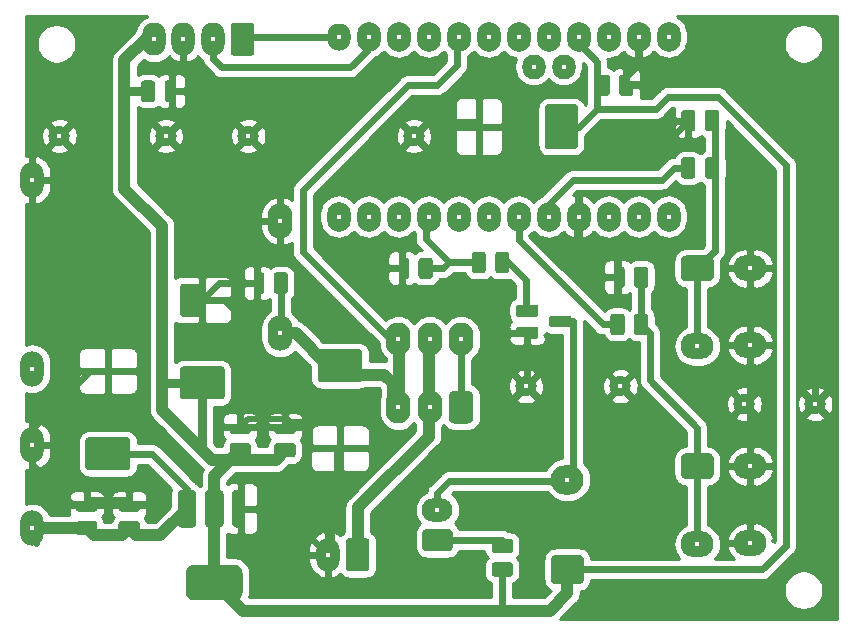
<source format=gbr>
G04*
G04 GERBER (RE)GENERATED BY FLATCAM v8.994 - www.flatcam.org - Version Date: 2020/11/7*
G04 Filename: alarmSimple.kicad_pcb-F_Cu_punched*
G04 Created on : Wednesday, 09 June 2021 at 13:56*
G04*
G04 RS-274X GERBER GENERATED BY FLATCAM v8.994 - www.flatcam.org - Version Date: 2020/11/7*
G04 Filename: alarmSimple.kicad_pcb-F_Cu_punched*
G04 Created on : Wednesday, 09 June 2021 at 13:54*
%FSLAX24Y24*%
%MOMM*%
%ADD10C,1.8*%
%ADD11O,2.0X3.0*%
%ADD12O,2.1X3.0*%
%ADD13O,2.0X2.5*%
%ADD14O,2.0X2.3*%
%ADD15O,2.0X2.1*%
%ADD16O,2.1X2.8*%
%ADD17O,2.6X2.0*%
%ADD18O,2.0X2.8*%
%ADD19O,2.8X2.5*%
%ADD20O,2.8X2.2*%
%ADD21C,0.6*%
%ADD22C,0.5*%
%ADD23C,1.0*%
%ADD24C,0.8*%
%ADD25C,0.254*%
%ADD26C,0.4*%

G71*
G90*
G01*
%LPD*%
G36*
X366500Y-347750D02*
X366500Y-330250D01*
X366500Y-330250D01*
X366525Y-329735D01*
X366601Y-329226D01*
X366726Y-328726D01*
X366900Y-328241D01*
X367120Y-327775D01*
X367385Y-327333D01*
X367692Y-326919D01*
X368038Y-326538D01*
X368419Y-326192D01*
X368833Y-325885D01*
X369275Y-325620D01*
X369741Y-325400D01*
X370226Y-325226D01*
X370726Y-325101D01*
X371235Y-325025D01*
X371750Y-325000D01*
X382250Y-325000D01*
X382250Y-325000D01*
X382765Y-325025D01*
X383274Y-325101D01*
X383774Y-325226D01*
X384259Y-325400D01*
X384725Y-325620D01*
X385167Y-325885D01*
X385581Y-326192D01*
X385962Y-326538D01*
X386308Y-326919D01*
X386615Y-327333D01*
X386880Y-327775D01*
X387100Y-328241D01*
X387274Y-328726D01*
X387399Y-329226D01*
X387475Y-329735D01*
X387500Y-330250D01*
X387500Y-347750D01*
X387500Y-347750D01*
X387475Y-348265D01*
X387399Y-348774D01*
X387274Y-349274D01*
X387100Y-349759D01*
X386880Y-350225D01*
X386615Y-350667D01*
X386308Y-351081D01*
X385962Y-351462D01*
X385581Y-351808D01*
X385167Y-352115D01*
X384725Y-352380D01*
X384259Y-352600D01*
X383774Y-352774D01*
X383274Y-352899D01*
X382765Y-352975D01*
X382250Y-353000D01*
X371750Y-353000D01*
X371750Y-353000D01*
X371235Y-352975D01*
X370726Y-352899D01*
X370226Y-352774D01*
X369741Y-352600D01*
X369275Y-352380D01*
X368833Y-352115D01*
X368419Y-351808D01*
X368038Y-351462D01*
X367692Y-351081D01*
X367385Y-350667D01*
X367120Y-350225D01*
X366900Y-349759D01*
X366726Y-349274D01*
X366601Y-348774D01*
X366525Y-348265D01*
X366500Y-347750D01*
D02*
G37*
G36*
X187000Y-409000D02*
X195000Y-409000D01*
X195000Y-409000D01*
X195392Y-409019D01*
X195780Y-409077D01*
X196161Y-409172D01*
X196531Y-409304D01*
X196886Y-409472D01*
X197222Y-409674D01*
X197538Y-409908D01*
X197828Y-410172D01*
X198092Y-410462D01*
X198326Y-410778D01*
X198528Y-411114D01*
X198696Y-411469D01*
X198828Y-411839D01*
X198923Y-412220D01*
X198981Y-412608D01*
X199000Y-413000D01*
X199000Y-437000D01*
X199000Y-437000D01*
X198981Y-437392D01*
X198923Y-437780D01*
X198828Y-438161D01*
X198696Y-438531D01*
X198528Y-438886D01*
X198326Y-439222D01*
X198092Y-439538D01*
X197828Y-439828D01*
X197538Y-440092D01*
X197222Y-440326D01*
X196886Y-440528D01*
X196531Y-440696D01*
X196161Y-440828D01*
X195780Y-440923D01*
X195392Y-440981D01*
X195000Y-441000D01*
X187000Y-441000D01*
X187000Y-441000D01*
X186608Y-440981D01*
X186220Y-440923D01*
X185839Y-440828D01*
X185469Y-440696D01*
X185114Y-440528D01*
X184778Y-440326D01*
X184462Y-440092D01*
X184172Y-439828D01*
X183908Y-439538D01*
X183674Y-439222D01*
X183472Y-438886D01*
X183304Y-438531D01*
X183172Y-438161D01*
X183077Y-437780D01*
X183019Y-437392D01*
X183000Y-437000D01*
X183000Y-413000D01*
X183000Y-413000D01*
X183019Y-412608D01*
X183077Y-412220D01*
X183172Y-411839D01*
X183304Y-411469D01*
X183472Y-411114D01*
X183674Y-410778D01*
X183908Y-410462D01*
X184172Y-410172D01*
X184462Y-409908D01*
X184778Y-409674D01*
X185114Y-409472D01*
X185469Y-409304D01*
X185839Y-409172D01*
X186220Y-409077D01*
X186608Y-409019D01*
X187000Y-409000D01*
D02*
G37*
G36*
X141000Y-409000D02*
X149000Y-409000D01*
X149000Y-409000D01*
X149392Y-409019D01*
X149780Y-409077D01*
X150161Y-409172D01*
X150531Y-409304D01*
X150886Y-409472D01*
X151222Y-409674D01*
X151538Y-409908D01*
X151828Y-410172D01*
X152092Y-410462D01*
X152326Y-410778D01*
X152528Y-411114D01*
X152696Y-411469D01*
X152828Y-411839D01*
X152923Y-412220D01*
X152981Y-412608D01*
X153000Y-413000D01*
X153000Y-437000D01*
X153000Y-437000D01*
X152983Y-437369D01*
X152932Y-437735D01*
X152847Y-438095D01*
X152730Y-438445D01*
X152581Y-438783D01*
X152401Y-439106D01*
X152192Y-439411D01*
X151956Y-439695D01*
X151695Y-439956D01*
X151411Y-440192D01*
X151106Y-440401D01*
X150783Y-440581D01*
X150445Y-440730D01*
X150095Y-440847D01*
X149735Y-440932D01*
X149369Y-440983D01*
X149000Y-441000D01*
X141000Y-441000D01*
X141000Y-441000D01*
X140608Y-440981D01*
X140220Y-440923D01*
X139839Y-440828D01*
X139469Y-440696D01*
X139114Y-440528D01*
X138778Y-440326D01*
X138462Y-440092D01*
X138172Y-439828D01*
X137908Y-439538D01*
X137674Y-439222D01*
X137472Y-438886D01*
X137304Y-438531D01*
X137172Y-438161D01*
X137077Y-437780D01*
X137019Y-437392D01*
X137000Y-437000D01*
X137000Y-413000D01*
X137000Y-413000D01*
X137019Y-412608D01*
X137077Y-412220D01*
X137172Y-411839D01*
X137304Y-411469D01*
X137472Y-411114D01*
X137674Y-410778D01*
X137908Y-410462D01*
X138172Y-410172D01*
X138462Y-409908D01*
X138778Y-409674D01*
X139114Y-409472D01*
X139469Y-409304D01*
X139839Y-409172D01*
X140220Y-409077D01*
X140608Y-409019D01*
X141000Y-409000D01*
D02*
G37*
G36*
X164000Y-409000D02*
X172000Y-409000D01*
X172000Y-409000D01*
X172392Y-409019D01*
X172780Y-409077D01*
X173161Y-409172D01*
X173531Y-409304D01*
X173886Y-409472D01*
X174222Y-409674D01*
X174538Y-409908D01*
X174828Y-410172D01*
X175092Y-410462D01*
X175326Y-410778D01*
X175528Y-411114D01*
X175696Y-411469D01*
X175828Y-411839D01*
X175923Y-412220D01*
X175981Y-412608D01*
X176000Y-413000D01*
X176000Y-437000D01*
X176000Y-437000D01*
X175981Y-437392D01*
X175923Y-437780D01*
X175828Y-438161D01*
X175696Y-438531D01*
X175528Y-438886D01*
X175326Y-439222D01*
X175092Y-439538D01*
X174828Y-439828D01*
X174538Y-440092D01*
X174222Y-440326D01*
X173886Y-440528D01*
X173531Y-440696D01*
X173161Y-440828D01*
X172780Y-440923D01*
X172392Y-440981D01*
X172000Y-441000D01*
X164000Y-441000D01*
X164000Y-441000D01*
X163608Y-440981D01*
X163220Y-440923D01*
X162839Y-440828D01*
X162469Y-440696D01*
X162114Y-440528D01*
X161778Y-440326D01*
X161462Y-440092D01*
X161172Y-439828D01*
X160908Y-439538D01*
X160674Y-439222D01*
X160472Y-438886D01*
X160304Y-438531D01*
X160172Y-438161D01*
X160077Y-437780D01*
X160019Y-437392D01*
X160000Y-437000D01*
X160000Y-413000D01*
X160000Y-413000D01*
X160019Y-412608D01*
X160077Y-412220D01*
X160172Y-411839D01*
X160304Y-411469D01*
X160472Y-411114D01*
X160674Y-410778D01*
X160908Y-410462D01*
X161172Y-410172D01*
X161462Y-409908D01*
X161778Y-409674D01*
X162114Y-409472D01*
X162469Y-409304D01*
X162839Y-409172D01*
X163220Y-409077D01*
X163608Y-409019D01*
X164000Y-409000D01*
D02*
G37*
G36*
X150600Y-472500D02*
X185400Y-472500D01*
X185400Y-472500D01*
X186047Y-472532D01*
X186688Y-472627D01*
X187316Y-472784D01*
X187926Y-473002D01*
X188511Y-473279D01*
X189067Y-473612D01*
X189587Y-473998D01*
X190067Y-474433D01*
X190502Y-474913D01*
X190888Y-475433D01*
X191221Y-475989D01*
X191498Y-476574D01*
X191716Y-477184D01*
X191873Y-477812D01*
X191968Y-478453D01*
X192000Y-479100D01*
X192000Y-495900D01*
X192000Y-495900D01*
X191972Y-496509D01*
X191888Y-497113D01*
X191748Y-497706D01*
X191554Y-498284D01*
X191308Y-498842D01*
X191011Y-499374D01*
X190667Y-499877D01*
X190277Y-500346D01*
X189846Y-500777D01*
X189377Y-501167D01*
X188874Y-501511D01*
X188342Y-501808D01*
X187784Y-502054D01*
X187206Y-502248D01*
X186613Y-502388D01*
X186009Y-502472D01*
X185400Y-502500D01*
X150600Y-502500D01*
X150600Y-502500D01*
X149953Y-502468D01*
X149312Y-502373D01*
X148684Y-502216D01*
X148074Y-501998D01*
X147489Y-501721D01*
X146933Y-501388D01*
X146413Y-501002D01*
X145933Y-500567D01*
X145498Y-500087D01*
X145112Y-499567D01*
X144779Y-499011D01*
X144502Y-498426D01*
X144284Y-497816D01*
X144127Y-497188D01*
X144032Y-496547D01*
X144000Y-495900D01*
X144000Y-479100D01*
X144000Y-479100D01*
X144028Y-478491D01*
X144112Y-477887D01*
X144252Y-477294D01*
X144446Y-476716D01*
X144692Y-476158D01*
X144989Y-475626D01*
X145333Y-475123D01*
X145723Y-474654D01*
X146154Y-474223D01*
X146623Y-473833D01*
X147126Y-473489D01*
X147658Y-473192D01*
X148216Y-472946D01*
X148794Y-472752D01*
X149387Y-472612D01*
X149991Y-472528D01*
X150600Y-472500D01*
D02*
G37*
G36*
X365820Y-461000D02*
X348180Y-461000D01*
X348180Y-461000D01*
X347770Y-460980D01*
X347365Y-460920D01*
X346967Y-460820D01*
X346580Y-460682D01*
X346210Y-460506D01*
X345858Y-460296D01*
X345528Y-460051D01*
X345224Y-459776D01*
X344949Y-459472D01*
X344704Y-459142D01*
X344494Y-458790D01*
X344318Y-458420D01*
X344180Y-458033D01*
X344080Y-457635D01*
X344020Y-457230D01*
X344000Y-456820D01*
X344000Y-446180D01*
X344000Y-446180D01*
X344020Y-445770D01*
X344080Y-445365D01*
X344180Y-444967D01*
X344318Y-444580D01*
X344494Y-444210D01*
X344704Y-443858D01*
X344949Y-443528D01*
X345224Y-443224D01*
X345528Y-442949D01*
X345858Y-442704D01*
X346210Y-442494D01*
X346580Y-442318D01*
X346967Y-442180D01*
X347365Y-442080D01*
X347770Y-442020D01*
X348180Y-442000D01*
X365820Y-442000D01*
X365820Y-442000D01*
X366230Y-442020D01*
X366635Y-442080D01*
X367033Y-442180D01*
X367420Y-442318D01*
X367790Y-442494D01*
X368142Y-442704D01*
X368472Y-442949D01*
X368776Y-443224D01*
X369051Y-443528D01*
X369296Y-443858D01*
X369506Y-444210D01*
X369682Y-444580D01*
X369820Y-444967D01*
X369920Y-445365D01*
X369980Y-445770D01*
X370000Y-446180D01*
X370000Y-456820D01*
X370000Y-456820D01*
X369980Y-457230D01*
X369920Y-457635D01*
X369820Y-458033D01*
X369682Y-458420D01*
X369506Y-458790D01*
X369296Y-459142D01*
X369051Y-459472D01*
X368776Y-459776D01*
X368472Y-460051D01*
X368142Y-460296D01*
X367790Y-460506D01*
X367420Y-460682D01*
X367033Y-460820D01*
X366635Y-460920D01*
X366230Y-460980D01*
X365820Y-461000D01*
D02*
G37*
G36*
X299500Y-452880D02*
X299500Y-475120D01*
X299500Y-475120D01*
X299488Y-475386D01*
X299451Y-475649D01*
X299390Y-475908D01*
X299306Y-476160D01*
X299198Y-476404D01*
X299069Y-476636D01*
X298918Y-476856D01*
X298748Y-477060D01*
X298560Y-477248D01*
X298356Y-477418D01*
X298136Y-477569D01*
X297904Y-477698D01*
X297660Y-477806D01*
X297408Y-477890D01*
X297149Y-477951D01*
X296886Y-477988D01*
X296620Y-478000D01*
X282380Y-478000D01*
X282380Y-478000D01*
X282098Y-477986D01*
X281818Y-477945D01*
X281544Y-477876D01*
X281278Y-477781D01*
X281022Y-477660D01*
X280780Y-477515D01*
X280553Y-477346D01*
X280344Y-477156D01*
X280154Y-476947D01*
X279985Y-476720D01*
X279840Y-476478D01*
X279719Y-476222D01*
X279624Y-475956D01*
X279555Y-475682D01*
X279514Y-475402D01*
X279500Y-475120D01*
X279500Y-452880D01*
X279500Y-452880D01*
X279514Y-452598D01*
X279555Y-452318D01*
X279624Y-452044D01*
X279719Y-451778D01*
X279840Y-451522D01*
X279985Y-451280D01*
X280154Y-451053D01*
X280344Y-450844D01*
X280553Y-450654D01*
X280780Y-450485D01*
X281022Y-450340D01*
X281278Y-450219D01*
X281544Y-450124D01*
X281818Y-450055D01*
X282098Y-450014D01*
X282380Y-450000D01*
X296620Y-450000D01*
X296620Y-450000D01*
X296902Y-450014D01*
X297182Y-450055D01*
X297456Y-450124D01*
X297722Y-450219D01*
X297978Y-450340D01*
X298220Y-450485D01*
X298447Y-450654D01*
X298656Y-450844D01*
X298846Y-451053D01*
X299015Y-451280D01*
X299160Y-451522D01*
X299281Y-451778D01*
X299376Y-452044D01*
X299445Y-452318D01*
X299486Y-452598D01*
X299500Y-452880D01*
D02*
G37*
G36*
X202000Y-16440D02*
X202000Y-38560D01*
X202000Y-38560D01*
X201987Y-38831D01*
X201950Y-39100D01*
X201888Y-39365D01*
X201801Y-39622D01*
X201692Y-39870D01*
X201560Y-40108D01*
X201406Y-40332D01*
X201233Y-40541D01*
X201041Y-40733D01*
X200832Y-40906D01*
X200608Y-41060D01*
X200370Y-41192D01*
X200122Y-41301D01*
X199865Y-41388D01*
X199600Y-41450D01*
X199331Y-41487D01*
X199060Y-41500D01*
X184940Y-41500D01*
X184940Y-41500D01*
X184652Y-41486D01*
X184366Y-41444D01*
X184087Y-41373D01*
X183815Y-41276D01*
X183554Y-41153D01*
X183307Y-41005D01*
X183075Y-40833D01*
X182861Y-40639D01*
X182667Y-40425D01*
X182495Y-40193D01*
X182347Y-39946D01*
X182224Y-39685D01*
X182127Y-39413D01*
X182056Y-39134D01*
X182014Y-38848D01*
X182000Y-38560D01*
X182000Y-16440D01*
X182000Y-16440D01*
X182014Y-16152D01*
X182056Y-15866D01*
X182127Y-15587D01*
X182224Y-15315D01*
X182347Y-15054D01*
X182495Y-14807D01*
X182667Y-14575D01*
X182861Y-14361D01*
X183075Y-14167D01*
X183307Y-13995D01*
X183554Y-13847D01*
X183815Y-13724D01*
X184087Y-13627D01*
X184366Y-13556D01*
X184652Y-13514D01*
X184940Y-13500D01*
X199060Y-13500D01*
X199060Y-13500D01*
X199348Y-13514D01*
X199634Y-13556D01*
X199913Y-13627D01*
X200185Y-13724D01*
X200446Y-13847D01*
X200693Y-13995D01*
X200925Y-14167D01*
X201139Y-14361D01*
X201333Y-14575D01*
X201505Y-14807D01*
X201653Y-15054D01*
X201776Y-15315D01*
X201873Y-15587D01*
X201944Y-15866D01*
X201986Y-16152D01*
X202000Y-16440D01*
D02*
G37*
G36*
X476000Y-85608D02*
X476000Y-117392D01*
X476000Y-117392D01*
X475985Y-117697D01*
X475940Y-117998D01*
X475866Y-118294D01*
X475763Y-118581D01*
X475633Y-118857D01*
X475476Y-119119D01*
X475295Y-119364D01*
X475090Y-119590D01*
X474864Y-119795D01*
X474619Y-119976D01*
X474357Y-120133D01*
X474081Y-120263D01*
X473794Y-120366D01*
X473498Y-120440D01*
X473197Y-120485D01*
X472892Y-120500D01*
X451108Y-120500D01*
X451108Y-120500D01*
X450803Y-120485D01*
X450502Y-120440D01*
X450206Y-120366D01*
X449919Y-120263D01*
X449643Y-120133D01*
X449381Y-119976D01*
X449136Y-119795D01*
X448910Y-119590D01*
X448705Y-119364D01*
X448524Y-119119D01*
X448367Y-118857D01*
X448237Y-118581D01*
X448134Y-118294D01*
X448060Y-117998D01*
X448015Y-117697D01*
X448000Y-117392D01*
X448000Y-85608D01*
X448000Y-85608D01*
X448015Y-85303D01*
X448060Y-85002D01*
X448134Y-84706D01*
X448237Y-84419D01*
X448367Y-84143D01*
X448524Y-83881D01*
X448705Y-83636D01*
X448910Y-83410D01*
X449136Y-83205D01*
X449381Y-83024D01*
X449643Y-82867D01*
X449919Y-82737D01*
X450206Y-82634D01*
X450502Y-82560D01*
X450803Y-82515D01*
X451108Y-82500D01*
X472892Y-82500D01*
X472892Y-82500D01*
X473197Y-82515D01*
X473498Y-82560D01*
X473794Y-82634D01*
X474081Y-82737D01*
X474357Y-82867D01*
X474619Y-83024D01*
X474864Y-83205D01*
X475090Y-83410D01*
X475295Y-83636D01*
X475476Y-83881D01*
X475633Y-84143D01*
X475763Y-84419D01*
X475866Y-84706D01*
X475940Y-85002D01*
X475985Y-85303D01*
X476000Y-85608D01*
D02*
G37*
G36*
X406000Y-85608D02*
X406000Y-117392D01*
X406000Y-117392D01*
X405985Y-117697D01*
X405940Y-117998D01*
X405866Y-118294D01*
X405763Y-118581D01*
X405633Y-118857D01*
X405476Y-119119D01*
X405295Y-119364D01*
X405090Y-119590D01*
X404864Y-119795D01*
X404619Y-119976D01*
X404357Y-120133D01*
X404081Y-120263D01*
X403794Y-120366D01*
X403498Y-120440D01*
X403197Y-120485D01*
X402892Y-120500D01*
X381108Y-120500D01*
X381108Y-120500D01*
X380803Y-120485D01*
X380502Y-120440D01*
X380206Y-120366D01*
X379919Y-120263D01*
X379643Y-120133D01*
X379381Y-119976D01*
X379136Y-119795D01*
X378910Y-119590D01*
X378705Y-119364D01*
X378524Y-119119D01*
X378367Y-118857D01*
X378237Y-118581D01*
X378134Y-118294D01*
X378060Y-117998D01*
X378015Y-117697D01*
X378000Y-117392D01*
X378000Y-85608D01*
X378000Y-85608D01*
X378015Y-85303D01*
X378060Y-85002D01*
X378134Y-84706D01*
X378237Y-84419D01*
X378367Y-84143D01*
X378524Y-83881D01*
X378705Y-83636D01*
X378910Y-83410D01*
X379136Y-83205D01*
X379381Y-83024D01*
X379643Y-82867D01*
X379919Y-82737D01*
X380206Y-82634D01*
X380502Y-82560D01*
X380803Y-82515D01*
X381108Y-82500D01*
X402892Y-82500D01*
X402892Y-82500D01*
X403197Y-82515D01*
X403498Y-82560D01*
X403794Y-82634D01*
X404081Y-82737D01*
X404357Y-82867D01*
X404619Y-83024D01*
X404864Y-83205D01*
X405090Y-83410D01*
X405295Y-83636D01*
X405476Y-83881D01*
X405633Y-84143D01*
X405763Y-84419D01*
X405866Y-84706D01*
X405940Y-85002D01*
X405985Y-85303D01*
X406000Y-85608D01*
D02*
G37*
G36*
X258608Y-290000D02*
X290392Y-290000D01*
X290392Y-290000D01*
X290697Y-290015D01*
X290998Y-290060D01*
X291294Y-290134D01*
X291581Y-290237D01*
X291857Y-290367D01*
X292119Y-290524D01*
X292364Y-290705D01*
X292590Y-290910D01*
X292795Y-291136D01*
X292976Y-291381D01*
X293133Y-291643D01*
X293263Y-291919D01*
X293366Y-292206D01*
X293440Y-292502D01*
X293485Y-292803D01*
X293500Y-293108D01*
X293500Y-314892D01*
X293500Y-314892D01*
X293485Y-315197D01*
X293440Y-315498D01*
X293366Y-315794D01*
X293263Y-316081D01*
X293133Y-316357D01*
X292976Y-316619D01*
X292795Y-316864D01*
X292590Y-317090D01*
X292364Y-317295D01*
X292119Y-317476D01*
X291857Y-317633D01*
X291581Y-317763D01*
X291294Y-317866D01*
X290998Y-317940D01*
X290697Y-317985D01*
X290392Y-318000D01*
X258608Y-318000D01*
X258608Y-318000D01*
X258303Y-317985D01*
X258002Y-317940D01*
X257706Y-317866D01*
X257419Y-317763D01*
X257143Y-317633D01*
X256881Y-317476D01*
X256636Y-317295D01*
X256410Y-317090D01*
X256205Y-316864D01*
X256024Y-316619D01*
X255867Y-316357D01*
X255737Y-316081D01*
X255634Y-315794D01*
X255560Y-315498D01*
X255515Y-315197D01*
X255500Y-314892D01*
X255500Y-293108D01*
X255500Y-293108D01*
X255515Y-292803D01*
X255560Y-292502D01*
X255634Y-292206D01*
X255737Y-291919D01*
X255867Y-291643D01*
X256024Y-291381D01*
X256205Y-291136D01*
X256410Y-290910D01*
X256636Y-290705D01*
X256881Y-290524D01*
X257143Y-290367D01*
X257419Y-290237D01*
X257706Y-290134D01*
X258002Y-290060D01*
X258303Y-290015D01*
X258608Y-290000D01*
D02*
G37*
G36*
X258608Y-360000D02*
X290392Y-360000D01*
X290392Y-360000D01*
X290697Y-360015D01*
X290998Y-360060D01*
X291294Y-360134D01*
X291581Y-360237D01*
X291857Y-360367D01*
X292119Y-360524D01*
X292364Y-360705D01*
X292590Y-360910D01*
X292795Y-361136D01*
X292976Y-361381D01*
X293133Y-361643D01*
X293263Y-361919D01*
X293366Y-362206D01*
X293440Y-362502D01*
X293485Y-362803D01*
X293500Y-363108D01*
X293500Y-384892D01*
X293500Y-384892D01*
X293485Y-385197D01*
X293440Y-385498D01*
X293366Y-385794D01*
X293263Y-386081D01*
X293133Y-386357D01*
X292976Y-386619D01*
X292795Y-386864D01*
X292590Y-387090D01*
X292364Y-387295D01*
X292119Y-387476D01*
X291857Y-387633D01*
X291581Y-387763D01*
X291294Y-387866D01*
X290998Y-387940D01*
X290697Y-387985D01*
X290392Y-388000D01*
X258608Y-388000D01*
X258608Y-388000D01*
X258303Y-387985D01*
X258002Y-387940D01*
X257706Y-387866D01*
X257419Y-387763D01*
X257143Y-387633D01*
X256881Y-387476D01*
X256636Y-387295D01*
X256410Y-387090D01*
X256205Y-386864D01*
X256024Y-386619D01*
X255867Y-386357D01*
X255737Y-386081D01*
X255634Y-385794D01*
X255560Y-385498D01*
X255515Y-385197D01*
X255500Y-384892D01*
X255500Y-363108D01*
X255500Y-363108D01*
X255515Y-362803D01*
X255560Y-362502D01*
X255634Y-362206D01*
X255737Y-361919D01*
X255867Y-361643D01*
X256024Y-361381D01*
X256205Y-361136D01*
X256410Y-360910D01*
X256636Y-360705D01*
X256881Y-360524D01*
X257143Y-360367D01*
X257419Y-360237D01*
X257706Y-360134D01*
X258002Y-360060D01*
X258303Y-360015D01*
X258608Y-360000D01*
D02*
G37*
G36*
X102504Y-427500D02*
X89496Y-427500D01*
X89496Y-427500D01*
X89251Y-427488D01*
X89009Y-427452D01*
X88771Y-427393D01*
X88541Y-427310D01*
X88319Y-427205D01*
X88109Y-427079D01*
X87913Y-426933D01*
X87731Y-426769D01*
X87567Y-426587D01*
X87421Y-426391D01*
X87295Y-426181D01*
X87190Y-425959D01*
X87107Y-425729D01*
X87048Y-425491D01*
X87012Y-425249D01*
X87000Y-425004D01*
X87000Y-417996D01*
X87000Y-417996D01*
X87012Y-417751D01*
X87048Y-417509D01*
X87107Y-417271D01*
X87190Y-417041D01*
X87295Y-416819D01*
X87421Y-416609D01*
X87567Y-416413D01*
X87731Y-416231D01*
X87913Y-416067D01*
X88109Y-415921D01*
X88319Y-415795D01*
X88541Y-415690D01*
X88771Y-415607D01*
X89009Y-415548D01*
X89251Y-415512D01*
X89496Y-415500D01*
X102504Y-415500D01*
X102504Y-415500D01*
X102749Y-415512D01*
X102991Y-415548D01*
X103229Y-415607D01*
X103459Y-415690D01*
X103681Y-415795D01*
X103891Y-415921D01*
X104087Y-416067D01*
X104269Y-416231D01*
X104433Y-416413D01*
X104579Y-416609D01*
X104705Y-416819D01*
X104810Y-417041D01*
X104893Y-417271D01*
X104952Y-417509D01*
X104988Y-417751D01*
X105000Y-417996D01*
X105000Y-425004D01*
X105000Y-425004D01*
X104988Y-425249D01*
X104952Y-425491D01*
X104893Y-425729D01*
X104810Y-425959D01*
X104705Y-426181D01*
X104579Y-426391D01*
X104433Y-426587D01*
X104269Y-426769D01*
X104087Y-426933D01*
X103891Y-427079D01*
X103681Y-427205D01*
X103459Y-427310D01*
X103229Y-427393D01*
X102991Y-427452D01*
X102749Y-427488D01*
X102504Y-427500D01*
D02*
G37*
G36*
X102504Y-447500D02*
X89496Y-447500D01*
X89496Y-447500D01*
X89251Y-447488D01*
X89009Y-447452D01*
X88771Y-447393D01*
X88541Y-447310D01*
X88319Y-447205D01*
X88109Y-447079D01*
X87913Y-446933D01*
X87731Y-446769D01*
X87567Y-446587D01*
X87421Y-446391D01*
X87295Y-446181D01*
X87190Y-445959D01*
X87107Y-445729D01*
X87048Y-445491D01*
X87012Y-445249D01*
X87000Y-445004D01*
X87000Y-437996D01*
X87000Y-437996D01*
X87012Y-437751D01*
X87048Y-437509D01*
X87107Y-437271D01*
X87190Y-437041D01*
X87295Y-436819D01*
X87421Y-436609D01*
X87567Y-436413D01*
X87731Y-436231D01*
X87913Y-436067D01*
X88109Y-435921D01*
X88319Y-435795D01*
X88541Y-435690D01*
X88771Y-435607D01*
X89009Y-435548D01*
X89251Y-435512D01*
X89496Y-435500D01*
X102504Y-435500D01*
X102504Y-435500D01*
X102749Y-435512D01*
X102991Y-435548D01*
X103229Y-435607D01*
X103459Y-435690D01*
X103681Y-435795D01*
X103891Y-435921D01*
X104087Y-436067D01*
X104269Y-436231D01*
X104433Y-436413D01*
X104579Y-436609D01*
X104705Y-436819D01*
X104810Y-437041D01*
X104893Y-437271D01*
X104952Y-437509D01*
X104988Y-437751D01*
X105000Y-437996D01*
X105000Y-445004D01*
X105000Y-445004D01*
X104988Y-445249D01*
X104952Y-445491D01*
X104893Y-445729D01*
X104810Y-445959D01*
X104705Y-446181D01*
X104579Y-446391D01*
X104433Y-446587D01*
X104269Y-446769D01*
X104087Y-446933D01*
X103891Y-447079D01*
X103681Y-447205D01*
X103459Y-447310D01*
X103229Y-447393D01*
X102991Y-447452D01*
X102749Y-447488D01*
X102504Y-447500D01*
D02*
G37*
G36*
X66504Y-427500D02*
X53496Y-427500D01*
X53496Y-427500D01*
X53251Y-427488D01*
X53009Y-427452D01*
X52771Y-427393D01*
X52541Y-427310D01*
X52319Y-427205D01*
X52109Y-427079D01*
X51913Y-426933D01*
X51731Y-426769D01*
X51567Y-426587D01*
X51421Y-426391D01*
X51295Y-426181D01*
X51190Y-425959D01*
X51107Y-425729D01*
X51048Y-425491D01*
X51012Y-425249D01*
X51000Y-425004D01*
X51000Y-417996D01*
X51000Y-417996D01*
X51012Y-417751D01*
X51048Y-417509D01*
X51107Y-417271D01*
X51190Y-417041D01*
X51295Y-416819D01*
X51421Y-416609D01*
X51567Y-416413D01*
X51731Y-416231D01*
X51913Y-416067D01*
X52109Y-415921D01*
X52319Y-415795D01*
X52541Y-415690D01*
X52771Y-415607D01*
X53009Y-415548D01*
X53251Y-415512D01*
X53496Y-415500D01*
X66504Y-415500D01*
X66504Y-415500D01*
X66749Y-415512D01*
X66991Y-415548D01*
X67229Y-415607D01*
X67459Y-415690D01*
X67681Y-415795D01*
X67891Y-415921D01*
X68087Y-416067D01*
X68269Y-416231D01*
X68433Y-416413D01*
X68579Y-416609D01*
X68705Y-416819D01*
X68810Y-417041D01*
X68893Y-417271D01*
X68952Y-417509D01*
X68988Y-417751D01*
X69000Y-417996D01*
X69000Y-425004D01*
X69000Y-425004D01*
X68988Y-425249D01*
X68952Y-425491D01*
X68893Y-425729D01*
X68810Y-425959D01*
X68705Y-426181D01*
X68579Y-426391D01*
X68433Y-426587D01*
X68269Y-426769D01*
X68087Y-426933D01*
X67891Y-427079D01*
X67681Y-427205D01*
X67459Y-427310D01*
X67229Y-427393D01*
X66991Y-427452D01*
X66749Y-427488D01*
X66504Y-427500D01*
D02*
G37*
G36*
X66504Y-447500D02*
X53496Y-447500D01*
X53496Y-447500D01*
X53251Y-447488D01*
X53009Y-447452D01*
X52771Y-447393D01*
X52541Y-447310D01*
X52319Y-447205D01*
X52109Y-447079D01*
X51913Y-446933D01*
X51731Y-446769D01*
X51567Y-446587D01*
X51421Y-446391D01*
X51295Y-446181D01*
X51190Y-445959D01*
X51107Y-445729D01*
X51048Y-445491D01*
X51012Y-445249D01*
X51000Y-445004D01*
X51000Y-437996D01*
X51000Y-437996D01*
X51012Y-437751D01*
X51048Y-437509D01*
X51107Y-437271D01*
X51190Y-437041D01*
X51295Y-436819D01*
X51421Y-436609D01*
X51567Y-436413D01*
X51731Y-436231D01*
X51913Y-436067D01*
X52109Y-435921D01*
X52319Y-435795D01*
X52541Y-435690D01*
X52771Y-435607D01*
X53009Y-435548D01*
X53251Y-435512D01*
X53496Y-435500D01*
X66504Y-435500D01*
X66504Y-435500D01*
X66749Y-435512D01*
X66991Y-435548D01*
X67229Y-435607D01*
X67459Y-435690D01*
X67681Y-435795D01*
X67891Y-435921D01*
X68087Y-436067D01*
X68269Y-436231D01*
X68433Y-436413D01*
X68579Y-436609D01*
X68705Y-436819D01*
X68810Y-437041D01*
X68893Y-437271D01*
X68952Y-437509D01*
X68988Y-437751D01*
X69000Y-437996D01*
X69000Y-445004D01*
X69000Y-445004D01*
X68988Y-445249D01*
X68952Y-445491D01*
X68893Y-445729D01*
X68810Y-445959D01*
X68705Y-446181D01*
X68579Y-446391D01*
X68433Y-446587D01*
X68269Y-446769D01*
X68087Y-446933D01*
X67891Y-447079D01*
X67681Y-447205D01*
X67459Y-447310D01*
X67229Y-447393D01*
X66991Y-447452D01*
X66749Y-447488D01*
X66504Y-447500D01*
D02*
G37*
G36*
X210500Y-227496D02*
X210500Y-240504D01*
X210500Y-240504D01*
X210488Y-240749D01*
X210452Y-240991D01*
X210393Y-241229D01*
X210310Y-241459D01*
X210205Y-241681D01*
X210079Y-241891D01*
X209933Y-242087D01*
X209769Y-242269D01*
X209587Y-242433D01*
X209391Y-242579D01*
X209181Y-242705D01*
X208959Y-242810D01*
X208729Y-242893D01*
X208491Y-242952D01*
X208249Y-242988D01*
X208004Y-243000D01*
X200996Y-243000D01*
X200996Y-243000D01*
X200751Y-242988D01*
X200509Y-242952D01*
X200271Y-242893D01*
X200041Y-242810D01*
X199819Y-242705D01*
X199609Y-242579D01*
X199413Y-242433D01*
X199231Y-242269D01*
X199067Y-242087D01*
X198921Y-241891D01*
X198795Y-241681D01*
X198690Y-241459D01*
X198607Y-241229D01*
X198548Y-240991D01*
X198512Y-240749D01*
X198500Y-240504D01*
X198500Y-227496D01*
X198500Y-227496D01*
X198512Y-227251D01*
X198548Y-227009D01*
X198607Y-226771D01*
X198690Y-226541D01*
X198795Y-226319D01*
X198921Y-226109D01*
X199067Y-225913D01*
X199231Y-225731D01*
X199413Y-225567D01*
X199609Y-225421D01*
X199819Y-225295D01*
X200041Y-225190D01*
X200271Y-225107D01*
X200509Y-225048D01*
X200751Y-225012D01*
X200996Y-225000D01*
X208004Y-225000D01*
X208004Y-225000D01*
X208249Y-225012D01*
X208491Y-225048D01*
X208729Y-225107D01*
X208959Y-225190D01*
X209181Y-225295D01*
X209391Y-225421D01*
X209587Y-225567D01*
X209769Y-225731D01*
X209933Y-225913D01*
X210079Y-226109D01*
X210205Y-226319D01*
X210310Y-226541D01*
X210393Y-226771D01*
X210452Y-227009D01*
X210488Y-227251D01*
X210500Y-227496D01*
D02*
G37*
G36*
X230500Y-227496D02*
X230500Y-240504D01*
X230500Y-240504D01*
X230488Y-240749D01*
X230452Y-240991D01*
X230393Y-241229D01*
X230310Y-241459D01*
X230205Y-241681D01*
X230079Y-241891D01*
X229933Y-242087D01*
X229769Y-242269D01*
X229587Y-242433D01*
X229391Y-242579D01*
X229181Y-242705D01*
X228959Y-242810D01*
X228729Y-242893D01*
X228491Y-242952D01*
X228249Y-242988D01*
X228004Y-243000D01*
X220996Y-243000D01*
X220996Y-243000D01*
X220751Y-242988D01*
X220509Y-242952D01*
X220271Y-242893D01*
X220041Y-242810D01*
X219819Y-242705D01*
X219609Y-242579D01*
X219413Y-242433D01*
X219231Y-242269D01*
X219067Y-242087D01*
X218921Y-241891D01*
X218795Y-241681D01*
X218690Y-241459D01*
X218607Y-241229D01*
X218548Y-240991D01*
X218512Y-240749D01*
X218500Y-240504D01*
X218500Y-227496D01*
X218500Y-227496D01*
X218512Y-227251D01*
X218548Y-227009D01*
X218607Y-226771D01*
X218690Y-226541D01*
X218795Y-226319D01*
X218921Y-226109D01*
X219067Y-225913D01*
X219231Y-225731D01*
X219413Y-225567D01*
X219609Y-225421D01*
X219819Y-225295D01*
X220041Y-225190D01*
X220271Y-225107D01*
X220509Y-225048D01*
X220751Y-225012D01*
X220996Y-225000D01*
X228004Y-225000D01*
X228004Y-225000D01*
X228249Y-225012D01*
X228491Y-225048D01*
X228729Y-225107D01*
X228959Y-225190D01*
X229181Y-225295D01*
X229391Y-225421D01*
X229587Y-225567D01*
X229769Y-225731D01*
X229933Y-225913D01*
X230079Y-226109D01*
X230205Y-226319D01*
X230310Y-226541D01*
X230393Y-226771D01*
X230452Y-227009D01*
X230488Y-227251D01*
X230500Y-227496D01*
D02*
G37*
G36*
X575500Y-89996D02*
X575500Y-103004D01*
X575500Y-103004D01*
X575488Y-103249D01*
X575452Y-103491D01*
X575393Y-103729D01*
X575310Y-103959D01*
X575205Y-104181D01*
X575079Y-104391D01*
X574933Y-104587D01*
X574769Y-104769D01*
X574587Y-104933D01*
X574391Y-105079D01*
X574181Y-105205D01*
X573959Y-105310D01*
X573729Y-105393D01*
X573491Y-105452D01*
X573249Y-105488D01*
X573004Y-105500D01*
X565996Y-105500D01*
X565996Y-105500D01*
X565751Y-105488D01*
X565509Y-105452D01*
X565271Y-105393D01*
X565041Y-105310D01*
X564819Y-105205D01*
X564609Y-105079D01*
X564413Y-104933D01*
X564231Y-104769D01*
X564067Y-104587D01*
X563921Y-104391D01*
X563795Y-104181D01*
X563690Y-103959D01*
X563607Y-103729D01*
X563548Y-103491D01*
X563512Y-103249D01*
X563500Y-103004D01*
X563500Y-89996D01*
X563500Y-89996D01*
X563512Y-89751D01*
X563548Y-89509D01*
X563607Y-89271D01*
X563690Y-89041D01*
X563795Y-88819D01*
X563921Y-88609D01*
X564067Y-88413D01*
X564231Y-88231D01*
X564413Y-88067D01*
X564609Y-87921D01*
X564819Y-87795D01*
X565041Y-87690D01*
X565271Y-87607D01*
X565509Y-87548D01*
X565751Y-87512D01*
X565996Y-87500D01*
X573004Y-87500D01*
X573004Y-87500D01*
X573249Y-87512D01*
X573491Y-87548D01*
X573729Y-87607D01*
X573959Y-87690D01*
X574181Y-87795D01*
X574391Y-87921D01*
X574587Y-88067D01*
X574769Y-88231D01*
X574933Y-88413D01*
X575079Y-88609D01*
X575205Y-88819D01*
X575310Y-89041D01*
X575393Y-89271D01*
X575452Y-89509D01*
X575488Y-89751D01*
X575500Y-89996D01*
D02*
G37*
G36*
X595500Y-89996D02*
X595500Y-103004D01*
X595500Y-103004D01*
X595488Y-103249D01*
X595452Y-103491D01*
X595393Y-103729D01*
X595310Y-103959D01*
X595205Y-104181D01*
X595079Y-104391D01*
X594933Y-104587D01*
X594769Y-104769D01*
X594587Y-104933D01*
X594391Y-105079D01*
X594181Y-105205D01*
X593959Y-105310D01*
X593729Y-105393D01*
X593491Y-105452D01*
X593249Y-105488D01*
X593004Y-105500D01*
X585996Y-105500D01*
X585996Y-105500D01*
X585751Y-105488D01*
X585509Y-105452D01*
X585271Y-105393D01*
X585041Y-105310D01*
X584819Y-105205D01*
X584609Y-105079D01*
X584413Y-104933D01*
X584231Y-104769D01*
X584067Y-104587D01*
X583921Y-104391D01*
X583795Y-104181D01*
X583690Y-103959D01*
X583607Y-103729D01*
X583548Y-103491D01*
X583512Y-103249D01*
X583500Y-103004D01*
X583500Y-89996D01*
X583500Y-89996D01*
X583512Y-89751D01*
X583548Y-89509D01*
X583607Y-89271D01*
X583690Y-89041D01*
X583795Y-88819D01*
X583921Y-88609D01*
X584067Y-88413D01*
X584231Y-88231D01*
X584413Y-88067D01*
X584609Y-87921D01*
X584819Y-87795D01*
X585041Y-87690D01*
X585271Y-87607D01*
X585509Y-87548D01*
X585751Y-87512D01*
X585996Y-87500D01*
X593004Y-87500D01*
X593004Y-87500D01*
X593249Y-87512D01*
X593491Y-87548D01*
X593729Y-87607D01*
X593959Y-87690D01*
X594181Y-87795D01*
X594391Y-87921D01*
X594587Y-88067D01*
X594769Y-88231D01*
X594933Y-88413D01*
X595079Y-88609D01*
X595205Y-88819D01*
X595310Y-89041D01*
X595393Y-89271D01*
X595452Y-89509D01*
X595488Y-89751D01*
X595500Y-89996D01*
D02*
G37*
G36*
X234504Y-361500D02*
X221496Y-361500D01*
X221496Y-361500D01*
X221251Y-361488D01*
X221009Y-361452D01*
X220771Y-361393D01*
X220541Y-361310D01*
X220319Y-361205D01*
X220109Y-361079D01*
X219913Y-360933D01*
X219731Y-360769D01*
X219567Y-360587D01*
X219421Y-360391D01*
X219295Y-360181D01*
X219190Y-359959D01*
X219107Y-359729D01*
X219048Y-359491D01*
X219012Y-359249D01*
X219000Y-359004D01*
X219000Y-351996D01*
X219000Y-351996D01*
X219012Y-351751D01*
X219048Y-351509D01*
X219107Y-351271D01*
X219190Y-351041D01*
X219295Y-350819D01*
X219421Y-350609D01*
X219567Y-350413D01*
X219731Y-350231D01*
X219913Y-350067D01*
X220109Y-349921D01*
X220319Y-349795D01*
X220541Y-349690D01*
X220771Y-349607D01*
X221009Y-349548D01*
X221251Y-349512D01*
X221496Y-349500D01*
X234504Y-349500D01*
X234504Y-349500D01*
X234749Y-349512D01*
X234991Y-349548D01*
X235229Y-349607D01*
X235459Y-349690D01*
X235681Y-349795D01*
X235891Y-349921D01*
X236087Y-350067D01*
X236269Y-350231D01*
X236433Y-350413D01*
X236579Y-350609D01*
X236705Y-350819D01*
X236810Y-351041D01*
X236893Y-351271D01*
X236952Y-351509D01*
X236988Y-351751D01*
X237000Y-351996D01*
X237000Y-359004D01*
X237000Y-359004D01*
X236988Y-359249D01*
X236952Y-359491D01*
X236893Y-359729D01*
X236810Y-359959D01*
X236705Y-360181D01*
X236579Y-360391D01*
X236433Y-360587D01*
X236269Y-360769D01*
X236087Y-360933D01*
X235891Y-361079D01*
X235681Y-361205D01*
X235459Y-361310D01*
X235229Y-361393D01*
X234991Y-361452D01*
X234749Y-361488D01*
X234504Y-361500D01*
D02*
G37*
G36*
X234504Y-381500D02*
X221496Y-381500D01*
X221496Y-381500D01*
X221251Y-381488D01*
X221009Y-381452D01*
X220771Y-381393D01*
X220541Y-381310D01*
X220319Y-381205D01*
X220109Y-381079D01*
X219913Y-380933D01*
X219731Y-380769D01*
X219567Y-380587D01*
X219421Y-380391D01*
X219295Y-380181D01*
X219190Y-379959D01*
X219107Y-379729D01*
X219048Y-379491D01*
X219012Y-379249D01*
X219000Y-379004D01*
X219000Y-371996D01*
X219000Y-371996D01*
X219012Y-371751D01*
X219048Y-371509D01*
X219107Y-371271D01*
X219190Y-371041D01*
X219295Y-370819D01*
X219421Y-370609D01*
X219567Y-370413D01*
X219731Y-370231D01*
X219913Y-370067D01*
X220109Y-369921D01*
X220319Y-369795D01*
X220541Y-369690D01*
X220771Y-369607D01*
X221009Y-369548D01*
X221251Y-369512D01*
X221496Y-369500D01*
X234504Y-369500D01*
X234504Y-369500D01*
X234749Y-369512D01*
X234991Y-369548D01*
X235229Y-369607D01*
X235459Y-369690D01*
X235681Y-369795D01*
X235891Y-369921D01*
X236087Y-370067D01*
X236269Y-370231D01*
X236433Y-370413D01*
X236579Y-370609D01*
X236705Y-370819D01*
X236810Y-371041D01*
X236893Y-371271D01*
X236952Y-371509D01*
X236988Y-371751D01*
X237000Y-371996D01*
X237000Y-379004D01*
X237000Y-379004D01*
X236988Y-379249D01*
X236952Y-379491D01*
X236893Y-379729D01*
X236810Y-379959D01*
X236705Y-380181D01*
X236579Y-380391D01*
X236433Y-380587D01*
X236269Y-380769D01*
X236087Y-380933D01*
X235891Y-381079D01*
X235681Y-381205D01*
X235459Y-381310D01*
X235229Y-381393D01*
X234991Y-381452D01*
X234749Y-381488D01*
X234504Y-381500D01*
D02*
G37*
G36*
X196504Y-361500D02*
X183496Y-361500D01*
X183496Y-361500D01*
X183251Y-361488D01*
X183009Y-361452D01*
X182771Y-361393D01*
X182541Y-361310D01*
X182319Y-361205D01*
X182109Y-361079D01*
X181913Y-360933D01*
X181731Y-360769D01*
X181567Y-360587D01*
X181421Y-360391D01*
X181295Y-360181D01*
X181190Y-359959D01*
X181107Y-359729D01*
X181048Y-359491D01*
X181012Y-359249D01*
X181000Y-359004D01*
X181000Y-351996D01*
X181000Y-351996D01*
X181012Y-351751D01*
X181048Y-351509D01*
X181107Y-351271D01*
X181190Y-351041D01*
X181295Y-350819D01*
X181421Y-350609D01*
X181567Y-350413D01*
X181731Y-350231D01*
X181913Y-350067D01*
X182109Y-349921D01*
X182319Y-349795D01*
X182541Y-349690D01*
X182771Y-349607D01*
X183009Y-349548D01*
X183251Y-349512D01*
X183496Y-349500D01*
X196504Y-349500D01*
X196504Y-349500D01*
X196749Y-349512D01*
X196991Y-349548D01*
X197229Y-349607D01*
X197459Y-349690D01*
X197681Y-349795D01*
X197891Y-349921D01*
X198087Y-350067D01*
X198269Y-350231D01*
X198433Y-350413D01*
X198579Y-350609D01*
X198705Y-350819D01*
X198810Y-351041D01*
X198893Y-351271D01*
X198952Y-351509D01*
X198988Y-351751D01*
X199000Y-351996D01*
X199000Y-359004D01*
X199000Y-359004D01*
X198988Y-359249D01*
X198952Y-359491D01*
X198893Y-359729D01*
X198810Y-359959D01*
X198705Y-360181D01*
X198579Y-360391D01*
X198433Y-360587D01*
X198269Y-360769D01*
X198087Y-360933D01*
X197891Y-361079D01*
X197681Y-361205D01*
X197459Y-361310D01*
X197229Y-361393D01*
X196991Y-361452D01*
X196749Y-361488D01*
X196504Y-361500D01*
D02*
G37*
G36*
X196504Y-381500D02*
X183496Y-381500D01*
X183496Y-381500D01*
X183251Y-381488D01*
X183009Y-381452D01*
X182771Y-381393D01*
X182541Y-381310D01*
X182319Y-381205D01*
X182109Y-381079D01*
X181913Y-380933D01*
X181731Y-380769D01*
X181567Y-380587D01*
X181421Y-380391D01*
X181295Y-380181D01*
X181190Y-379959D01*
X181107Y-379729D01*
X181048Y-379491D01*
X181012Y-379249D01*
X181000Y-379004D01*
X181000Y-371996D01*
X181000Y-371996D01*
X181012Y-371751D01*
X181048Y-371509D01*
X181107Y-371271D01*
X181190Y-371041D01*
X181295Y-370819D01*
X181421Y-370609D01*
X181567Y-370413D01*
X181731Y-370231D01*
X181913Y-370067D01*
X182109Y-369921D01*
X182319Y-369795D01*
X182541Y-369690D01*
X182771Y-369607D01*
X183009Y-369548D01*
X183251Y-369512D01*
X183496Y-369500D01*
X196504Y-369500D01*
X196504Y-369500D01*
X196749Y-369512D01*
X196991Y-369548D01*
X197229Y-369607D01*
X197459Y-369690D01*
X197681Y-369795D01*
X197891Y-369921D01*
X198087Y-370067D01*
X198269Y-370231D01*
X198433Y-370413D01*
X198579Y-370609D01*
X198705Y-370819D01*
X198810Y-371041D01*
X198893Y-371271D01*
X198952Y-371509D01*
X198988Y-371751D01*
X199000Y-371996D01*
X199000Y-379004D01*
X199000Y-379004D01*
X198988Y-379249D01*
X198952Y-379491D01*
X198893Y-379729D01*
X198810Y-379959D01*
X198705Y-380181D01*
X198579Y-380391D01*
X198433Y-380587D01*
X198269Y-380769D01*
X198087Y-380933D01*
X197891Y-381079D01*
X197681Y-381205D01*
X197459Y-381310D01*
X197229Y-381393D01*
X196991Y-381452D01*
X196749Y-381488D01*
X196504Y-381500D01*
D02*
G37*
G36*
X126000Y-78004D02*
X126000Y-64996D01*
X126000Y-64996D01*
X126012Y-64751D01*
X126048Y-64509D01*
X126107Y-64271D01*
X126190Y-64041D01*
X126295Y-63819D01*
X126421Y-63609D01*
X126567Y-63413D01*
X126731Y-63231D01*
X126913Y-63067D01*
X127109Y-62921D01*
X127319Y-62795D01*
X127541Y-62690D01*
X127771Y-62607D01*
X128009Y-62548D01*
X128251Y-62512D01*
X128496Y-62500D01*
X135504Y-62500D01*
X135504Y-62500D01*
X135749Y-62512D01*
X135991Y-62548D01*
X136229Y-62607D01*
X136459Y-62690D01*
X136681Y-62795D01*
X136891Y-62921D01*
X137087Y-63067D01*
X137269Y-63231D01*
X137433Y-63413D01*
X137579Y-63609D01*
X137705Y-63819D01*
X137810Y-64041D01*
X137893Y-64271D01*
X137952Y-64509D01*
X137988Y-64751D01*
X138000Y-64996D01*
X138000Y-78004D01*
X138000Y-78004D01*
X137988Y-78249D01*
X137952Y-78491D01*
X137893Y-78729D01*
X137810Y-78959D01*
X137705Y-79181D01*
X137579Y-79391D01*
X137433Y-79587D01*
X137269Y-79769D01*
X137087Y-79933D01*
X136891Y-80079D01*
X136681Y-80205D01*
X136459Y-80310D01*
X136229Y-80393D01*
X135991Y-80452D01*
X135749Y-80488D01*
X135504Y-80500D01*
X128496Y-80500D01*
X128496Y-80500D01*
X128251Y-80488D01*
X128009Y-80452D01*
X127771Y-80393D01*
X127541Y-80310D01*
X127319Y-80205D01*
X127109Y-80079D01*
X126913Y-79933D01*
X126731Y-79769D01*
X126567Y-79587D01*
X126421Y-79391D01*
X126295Y-79181D01*
X126190Y-78959D01*
X126107Y-78729D01*
X126048Y-78491D01*
X126012Y-78249D01*
X126000Y-78004D01*
D02*
G37*
G36*
X106000Y-78004D02*
X106000Y-64996D01*
X106000Y-64996D01*
X106012Y-64751D01*
X106048Y-64509D01*
X106107Y-64271D01*
X106190Y-64041D01*
X106295Y-63819D01*
X106421Y-63609D01*
X106567Y-63413D01*
X106731Y-63231D01*
X106913Y-63067D01*
X107109Y-62921D01*
X107319Y-62795D01*
X107541Y-62690D01*
X107771Y-62607D01*
X108009Y-62548D01*
X108251Y-62512D01*
X108496Y-62500D01*
X115504Y-62500D01*
X115504Y-62500D01*
X115749Y-62512D01*
X115991Y-62548D01*
X116229Y-62607D01*
X116459Y-62690D01*
X116681Y-62795D01*
X116891Y-62921D01*
X117087Y-63067D01*
X117269Y-63231D01*
X117433Y-63413D01*
X117579Y-63609D01*
X117705Y-63819D01*
X117810Y-64041D01*
X117893Y-64271D01*
X117952Y-64509D01*
X117988Y-64751D01*
X118000Y-64996D01*
X118000Y-78004D01*
X118000Y-78004D01*
X117988Y-78249D01*
X117952Y-78491D01*
X117893Y-78729D01*
X117810Y-78959D01*
X117705Y-79181D01*
X117579Y-79391D01*
X117433Y-79587D01*
X117269Y-79769D01*
X117087Y-79933D01*
X116891Y-80079D01*
X116681Y-80205D01*
X116459Y-80310D01*
X116229Y-80393D01*
X115991Y-80452D01*
X115749Y-80488D01*
X115504Y-80500D01*
X108496Y-80500D01*
X108496Y-80500D01*
X108251Y-80488D01*
X108009Y-80452D01*
X107771Y-80393D01*
X107541Y-80310D01*
X107319Y-80205D01*
X107109Y-80079D01*
X106913Y-79933D01*
X106731Y-79769D01*
X106567Y-79587D01*
X106421Y-79391D01*
X106295Y-79181D01*
X106190Y-78959D01*
X106107Y-78729D01*
X106048Y-78491D01*
X106012Y-78249D01*
X106000Y-78004D01*
D02*
G37*
G36*
X511000Y-73004D02*
X511000Y-59996D01*
X511000Y-59996D01*
X511012Y-59751D01*
X511048Y-59509D01*
X511107Y-59271D01*
X511190Y-59041D01*
X511295Y-58819D01*
X511421Y-58609D01*
X511567Y-58413D01*
X511731Y-58231D01*
X511913Y-58067D01*
X512109Y-57921D01*
X512319Y-57795D01*
X512541Y-57690D01*
X512771Y-57607D01*
X513009Y-57548D01*
X513251Y-57512D01*
X513496Y-57500D01*
X520504Y-57500D01*
X520504Y-57500D01*
X520749Y-57512D01*
X520991Y-57548D01*
X521229Y-57607D01*
X521459Y-57690D01*
X521681Y-57795D01*
X521891Y-57921D01*
X522087Y-58067D01*
X522269Y-58231D01*
X522433Y-58413D01*
X522579Y-58609D01*
X522705Y-58819D01*
X522810Y-59041D01*
X522893Y-59271D01*
X522952Y-59509D01*
X522988Y-59751D01*
X523000Y-59996D01*
X523000Y-73004D01*
X523000Y-73004D01*
X522988Y-73249D01*
X522952Y-73491D01*
X522893Y-73729D01*
X522810Y-73959D01*
X522705Y-74181D01*
X522579Y-74391D01*
X522433Y-74587D01*
X522269Y-74769D01*
X522087Y-74933D01*
X521891Y-75079D01*
X521681Y-75205D01*
X521459Y-75310D01*
X521229Y-75393D01*
X520991Y-75452D01*
X520749Y-75488D01*
X520504Y-75500D01*
X513496Y-75500D01*
X513496Y-75500D01*
X513251Y-75488D01*
X513009Y-75452D01*
X512771Y-75393D01*
X512541Y-75310D01*
X512319Y-75205D01*
X512109Y-75079D01*
X511913Y-74933D01*
X511731Y-74769D01*
X511567Y-74587D01*
X511421Y-74391D01*
X511295Y-74181D01*
X511190Y-73959D01*
X511107Y-73729D01*
X511048Y-73491D01*
X511012Y-73249D01*
X511000Y-73004D01*
D02*
G37*
G36*
X491000Y-73004D02*
X491000Y-59996D01*
X491000Y-59996D01*
X491012Y-59751D01*
X491048Y-59509D01*
X491107Y-59271D01*
X491190Y-59041D01*
X491295Y-58819D01*
X491421Y-58609D01*
X491567Y-58413D01*
X491731Y-58231D01*
X491913Y-58067D01*
X492109Y-57921D01*
X492319Y-57795D01*
X492541Y-57690D01*
X492771Y-57607D01*
X493009Y-57548D01*
X493251Y-57512D01*
X493496Y-57500D01*
X500504Y-57500D01*
X500504Y-57500D01*
X500749Y-57512D01*
X500991Y-57548D01*
X501229Y-57607D01*
X501459Y-57690D01*
X501681Y-57795D01*
X501891Y-57921D01*
X502087Y-58067D01*
X502269Y-58231D01*
X502433Y-58413D01*
X502579Y-58609D01*
X502705Y-58819D01*
X502810Y-59041D01*
X502893Y-59271D01*
X502952Y-59509D01*
X502988Y-59751D01*
X503000Y-59996D01*
X503000Y-73004D01*
X503000Y-73004D01*
X502988Y-73249D01*
X502952Y-73491D01*
X502893Y-73729D01*
X502810Y-73959D01*
X502705Y-74181D01*
X502579Y-74391D01*
X502433Y-74587D01*
X502269Y-74769D01*
X502087Y-74933D01*
X501891Y-75079D01*
X501681Y-75205D01*
X501459Y-75310D01*
X501229Y-75393D01*
X500991Y-75452D01*
X500749Y-75488D01*
X500504Y-75500D01*
X493496Y-75500D01*
X493496Y-75500D01*
X493251Y-75488D01*
X493009Y-75452D01*
X492771Y-75393D01*
X492541Y-75310D01*
X492319Y-75205D01*
X492109Y-75079D01*
X491913Y-74933D01*
X491731Y-74769D01*
X491567Y-74587D01*
X491421Y-74391D01*
X491295Y-74181D01*
X491190Y-73959D01*
X491107Y-73729D01*
X491048Y-73491D01*
X491012Y-73249D01*
X491000Y-73004D01*
D02*
G37*
G36*
X583500Y-143004D02*
X583500Y-129996D01*
X583500Y-129996D01*
X583512Y-129751D01*
X583548Y-129509D01*
X583607Y-129271D01*
X583690Y-129041D01*
X583795Y-128819D01*
X583921Y-128609D01*
X584067Y-128413D01*
X584231Y-128231D01*
X584413Y-128067D01*
X584609Y-127921D01*
X584819Y-127795D01*
X585041Y-127690D01*
X585271Y-127607D01*
X585509Y-127548D01*
X585751Y-127512D01*
X585996Y-127500D01*
X593004Y-127500D01*
X593004Y-127500D01*
X593249Y-127512D01*
X593491Y-127548D01*
X593729Y-127607D01*
X593959Y-127690D01*
X594181Y-127795D01*
X594391Y-127921D01*
X594587Y-128067D01*
X594769Y-128231D01*
X594933Y-128413D01*
X595079Y-128609D01*
X595205Y-128819D01*
X595310Y-129041D01*
X595393Y-129271D01*
X595452Y-129509D01*
X595488Y-129751D01*
X595500Y-129996D01*
X595500Y-143004D01*
X595500Y-143004D01*
X595488Y-143249D01*
X595452Y-143491D01*
X595393Y-143729D01*
X595310Y-143959D01*
X595205Y-144181D01*
X595079Y-144391D01*
X594933Y-144587D01*
X594769Y-144769D01*
X594587Y-144933D01*
X594391Y-145079D01*
X594181Y-145205D01*
X593959Y-145310D01*
X593729Y-145393D01*
X593491Y-145452D01*
X593249Y-145488D01*
X593004Y-145500D01*
X585996Y-145500D01*
X585996Y-145500D01*
X585751Y-145488D01*
X585509Y-145452D01*
X585271Y-145393D01*
X585041Y-145310D01*
X584819Y-145205D01*
X584609Y-145079D01*
X584413Y-144933D01*
X584231Y-144769D01*
X584067Y-144587D01*
X583921Y-144391D01*
X583795Y-144181D01*
X583690Y-143959D01*
X583607Y-143729D01*
X583548Y-143491D01*
X583512Y-143249D01*
X583500Y-143004D01*
D02*
G37*
G36*
X563500Y-143004D02*
X563500Y-129996D01*
X563500Y-129996D01*
X563512Y-129751D01*
X563548Y-129509D01*
X563607Y-129271D01*
X563690Y-129041D01*
X563795Y-128819D01*
X563921Y-128609D01*
X564067Y-128413D01*
X564231Y-128231D01*
X564413Y-128067D01*
X564609Y-127921D01*
X564819Y-127795D01*
X565041Y-127690D01*
X565271Y-127607D01*
X565509Y-127548D01*
X565751Y-127512D01*
X565996Y-127500D01*
X573004Y-127500D01*
X573004Y-127500D01*
X573249Y-127512D01*
X573491Y-127548D01*
X573729Y-127607D01*
X573959Y-127690D01*
X574181Y-127795D01*
X574391Y-127921D01*
X574587Y-128067D01*
X574769Y-128231D01*
X574933Y-128413D01*
X575079Y-128609D01*
X575205Y-128819D01*
X575310Y-129041D01*
X575393Y-129271D01*
X575452Y-129509D01*
X575488Y-129751D01*
X575500Y-129996D01*
X575500Y-143004D01*
X575500Y-143004D01*
X575488Y-143249D01*
X575452Y-143491D01*
X575393Y-143729D01*
X575310Y-143959D01*
X575205Y-144181D01*
X575079Y-144391D01*
X574933Y-144587D01*
X574769Y-144769D01*
X574587Y-144933D01*
X574391Y-145079D01*
X574181Y-145205D01*
X573959Y-145310D01*
X573729Y-145393D01*
X573491Y-145452D01*
X573249Y-145488D01*
X573004Y-145500D01*
X565996Y-145500D01*
X565996Y-145500D01*
X565751Y-145488D01*
X565509Y-145452D01*
X565271Y-145393D01*
X565041Y-145310D01*
X564819Y-145205D01*
X564609Y-145079D01*
X564413Y-144933D01*
X564231Y-144769D01*
X564067Y-144587D01*
X563921Y-144391D01*
X563795Y-144181D01*
X563690Y-143959D01*
X563607Y-143729D01*
X563548Y-143491D01*
X563512Y-143249D01*
X563500Y-143004D01*
D02*
G37*
G36*
X406000Y-223004D02*
X406000Y-209996D01*
X406000Y-209996D01*
X406012Y-209751D01*
X406048Y-209509D01*
X406107Y-209271D01*
X406190Y-209041D01*
X406295Y-208819D01*
X406421Y-208609D01*
X406567Y-208413D01*
X406731Y-208231D01*
X406913Y-208067D01*
X407109Y-207921D01*
X407319Y-207795D01*
X407541Y-207690D01*
X407771Y-207607D01*
X408009Y-207548D01*
X408251Y-207512D01*
X408496Y-207500D01*
X415504Y-207500D01*
X415504Y-207500D01*
X415749Y-207512D01*
X415991Y-207548D01*
X416229Y-207607D01*
X416459Y-207690D01*
X416681Y-207795D01*
X416891Y-207921D01*
X417087Y-208067D01*
X417269Y-208231D01*
X417433Y-208413D01*
X417579Y-208609D01*
X417705Y-208819D01*
X417810Y-209041D01*
X417893Y-209271D01*
X417952Y-209509D01*
X417988Y-209751D01*
X418000Y-209996D01*
X418000Y-223004D01*
X418000Y-223004D01*
X417988Y-223249D01*
X417952Y-223491D01*
X417893Y-223729D01*
X417810Y-223959D01*
X417705Y-224181D01*
X417579Y-224391D01*
X417433Y-224587D01*
X417269Y-224769D01*
X417087Y-224933D01*
X416891Y-225079D01*
X416681Y-225205D01*
X416459Y-225310D01*
X416229Y-225393D01*
X415991Y-225452D01*
X415749Y-225488D01*
X415504Y-225500D01*
X408496Y-225500D01*
X408496Y-225500D01*
X408251Y-225488D01*
X408009Y-225452D01*
X407771Y-225393D01*
X407541Y-225310D01*
X407319Y-225205D01*
X407109Y-225079D01*
X406913Y-224933D01*
X406731Y-224769D01*
X406567Y-224587D01*
X406421Y-224391D01*
X406295Y-224181D01*
X406190Y-223959D01*
X406107Y-223729D01*
X406048Y-223491D01*
X406012Y-223249D01*
X406000Y-223004D01*
D02*
G37*
G36*
X386000Y-223004D02*
X386000Y-209996D01*
X386000Y-209996D01*
X386012Y-209751D01*
X386048Y-209509D01*
X386107Y-209271D01*
X386190Y-209041D01*
X386295Y-208819D01*
X386421Y-208609D01*
X386567Y-208413D01*
X386731Y-208231D01*
X386913Y-208067D01*
X387109Y-207921D01*
X387319Y-207795D01*
X387541Y-207690D01*
X387771Y-207607D01*
X388009Y-207548D01*
X388251Y-207512D01*
X388496Y-207500D01*
X395504Y-207500D01*
X395504Y-207500D01*
X395749Y-207512D01*
X395991Y-207548D01*
X396229Y-207607D01*
X396459Y-207690D01*
X396681Y-207795D01*
X396891Y-207921D01*
X397087Y-208067D01*
X397269Y-208231D01*
X397433Y-208413D01*
X397579Y-208609D01*
X397705Y-208819D01*
X397810Y-209041D01*
X397893Y-209271D01*
X397952Y-209509D01*
X397988Y-209751D01*
X398000Y-209996D01*
X398000Y-223004D01*
X398000Y-223004D01*
X397988Y-223249D01*
X397952Y-223491D01*
X397893Y-223729D01*
X397810Y-223959D01*
X397705Y-224181D01*
X397579Y-224391D01*
X397433Y-224587D01*
X397269Y-224769D01*
X397087Y-224933D01*
X396891Y-225079D01*
X396681Y-225205D01*
X396459Y-225310D01*
X396229Y-225393D01*
X395991Y-225452D01*
X395749Y-225488D01*
X395504Y-225500D01*
X388496Y-225500D01*
X388496Y-225500D01*
X388251Y-225488D01*
X388009Y-225452D01*
X387771Y-225393D01*
X387541Y-225310D01*
X387319Y-225205D01*
X387109Y-225079D01*
X386913Y-224933D01*
X386731Y-224769D01*
X386567Y-224587D01*
X386421Y-224391D01*
X386295Y-224181D01*
X386190Y-223959D01*
X386107Y-223729D01*
X386048Y-223491D01*
X386012Y-223249D01*
X386000Y-223004D01*
D02*
G37*
G36*
X418504Y-462500D02*
X405496Y-462500D01*
X405496Y-462500D01*
X405251Y-462488D01*
X405009Y-462452D01*
X404771Y-462393D01*
X404541Y-462310D01*
X404319Y-462205D01*
X404109Y-462079D01*
X403913Y-461933D01*
X403731Y-461769D01*
X403567Y-461587D01*
X403421Y-461391D01*
X403295Y-461181D01*
X403190Y-460959D01*
X403107Y-460729D01*
X403048Y-460491D01*
X403012Y-460249D01*
X403000Y-460004D01*
X403000Y-452996D01*
X403000Y-452996D01*
X403012Y-452751D01*
X403048Y-452509D01*
X403107Y-452271D01*
X403190Y-452041D01*
X403295Y-451819D01*
X403421Y-451609D01*
X403567Y-451413D01*
X403731Y-451231D01*
X403913Y-451067D01*
X404109Y-450921D01*
X404319Y-450795D01*
X404541Y-450690D01*
X404771Y-450607D01*
X405009Y-450548D01*
X405251Y-450512D01*
X405496Y-450500D01*
X418504Y-450500D01*
X418504Y-450500D01*
X418749Y-450512D01*
X418991Y-450548D01*
X419229Y-450607D01*
X419459Y-450690D01*
X419681Y-450795D01*
X419891Y-450921D01*
X420087Y-451067D01*
X420269Y-451231D01*
X420433Y-451413D01*
X420579Y-451609D01*
X420705Y-451819D01*
X420810Y-452041D01*
X420893Y-452271D01*
X420952Y-452509D01*
X420988Y-452751D01*
X421000Y-452996D01*
X421000Y-460004D01*
X421000Y-460004D01*
X420988Y-460249D01*
X420952Y-460491D01*
X420893Y-460729D01*
X420810Y-460959D01*
X420705Y-461181D01*
X420579Y-461391D01*
X420433Y-461587D01*
X420269Y-461769D01*
X420087Y-461933D01*
X419891Y-462079D01*
X419681Y-462205D01*
X419459Y-462310D01*
X419229Y-462393D01*
X418991Y-462452D01*
X418749Y-462488D01*
X418504Y-462500D01*
D02*
G37*
G36*
X418504Y-482500D02*
X405496Y-482500D01*
X405496Y-482500D01*
X405251Y-482488D01*
X405009Y-482452D01*
X404771Y-482393D01*
X404541Y-482310D01*
X404319Y-482205D01*
X404109Y-482079D01*
X403913Y-481933D01*
X403731Y-481769D01*
X403567Y-481587D01*
X403421Y-481391D01*
X403295Y-481181D01*
X403190Y-480959D01*
X403107Y-480729D01*
X403048Y-480491D01*
X403012Y-480249D01*
X403000Y-480004D01*
X403000Y-472996D01*
X403000Y-472996D01*
X403012Y-472751D01*
X403048Y-472509D01*
X403107Y-472271D01*
X403190Y-472041D01*
X403295Y-471819D01*
X403421Y-471609D01*
X403567Y-471413D01*
X403731Y-471231D01*
X403913Y-471067D01*
X404109Y-470921D01*
X404319Y-470795D01*
X404541Y-470690D01*
X404771Y-470607D01*
X405009Y-470548D01*
X405251Y-470512D01*
X405496Y-470500D01*
X418504Y-470500D01*
X418504Y-470500D01*
X418749Y-470512D01*
X418991Y-470548D01*
X419229Y-470607D01*
X419459Y-470690D01*
X419681Y-470795D01*
X419891Y-470921D01*
X420087Y-471067D01*
X420269Y-471231D01*
X420433Y-471413D01*
X420579Y-471609D01*
X420705Y-471819D01*
X420810Y-472041D01*
X420893Y-472271D01*
X420952Y-472509D01*
X420988Y-472751D01*
X421000Y-472996D01*
X421000Y-480004D01*
X421000Y-480004D01*
X420988Y-480249D01*
X420952Y-480491D01*
X420893Y-480729D01*
X420810Y-480959D01*
X420705Y-481181D01*
X420579Y-481391D01*
X420433Y-481587D01*
X420269Y-481769D01*
X420087Y-481933D01*
X419891Y-482079D01*
X419681Y-482205D01*
X419459Y-482310D01*
X419229Y-482393D01*
X418991Y-482452D01*
X418749Y-482488D01*
X418504Y-482500D01*
D02*
G37*
G36*
X476500Y-489000D02*
X457500Y-489000D01*
X457500Y-489000D01*
X457059Y-488978D01*
X456622Y-488914D01*
X456194Y-488806D01*
X455778Y-488657D01*
X455379Y-488469D01*
X455000Y-488242D01*
X454645Y-487979D01*
X454318Y-487682D01*
X454021Y-487355D01*
X453758Y-487000D01*
X453531Y-486621D01*
X453343Y-486222D01*
X453194Y-485806D01*
X453086Y-485378D01*
X453022Y-484941D01*
X453000Y-484500D01*
X453000Y-468500D01*
X453000Y-468500D01*
X453022Y-468059D01*
X453086Y-467622D01*
X453194Y-467194D01*
X453343Y-466778D01*
X453531Y-466379D01*
X453758Y-466000D01*
X454021Y-465645D01*
X454318Y-465318D01*
X454645Y-465021D01*
X455000Y-464758D01*
X455379Y-464531D01*
X455778Y-464343D01*
X456194Y-464194D01*
X456622Y-464086D01*
X457059Y-464022D01*
X457500Y-464000D01*
X476500Y-464000D01*
X476500Y-464000D01*
X476941Y-464022D01*
X477378Y-464086D01*
X477806Y-464194D01*
X478222Y-464343D01*
X478621Y-464531D01*
X479000Y-464758D01*
X479355Y-465021D01*
X479682Y-465318D01*
X479979Y-465645D01*
X480242Y-466000D01*
X480469Y-466379D01*
X480657Y-466778D01*
X480806Y-467194D01*
X480914Y-467622D01*
X480978Y-468059D01*
X481000Y-468500D01*
X481000Y-484500D01*
X481000Y-484500D01*
X480978Y-484941D01*
X480914Y-485378D01*
X480806Y-485806D01*
X480657Y-486222D01*
X480469Y-486621D01*
X480242Y-487000D01*
X479979Y-487355D01*
X479682Y-487682D01*
X479355Y-487979D01*
X479000Y-488242D01*
X478621Y-488469D01*
X478222Y-488657D01*
X477806Y-488806D01*
X477378Y-488914D01*
X476941Y-488978D01*
X476500Y-489000D01*
D02*
G37*
G36*
X568060Y-378000D02*
X585940Y-378000D01*
X585940Y-378000D01*
X586436Y-378024D01*
X586927Y-378097D01*
X587409Y-378218D01*
X587876Y-378385D01*
X588325Y-378597D01*
X588751Y-378853D01*
X589150Y-379149D01*
X589518Y-379482D01*
X589851Y-379850D01*
X590147Y-380249D01*
X590403Y-380675D01*
X590615Y-381124D01*
X590782Y-381591D01*
X590903Y-382073D01*
X590976Y-382564D01*
X591000Y-383060D01*
X591000Y-394940D01*
X591000Y-394940D01*
X590976Y-395436D01*
X590903Y-395927D01*
X590782Y-396409D01*
X590615Y-396876D01*
X590403Y-397325D01*
X590147Y-397751D01*
X589851Y-398150D01*
X589518Y-398518D01*
X589150Y-398851D01*
X588751Y-399147D01*
X588325Y-399403D01*
X587876Y-399615D01*
X587409Y-399782D01*
X586927Y-399903D01*
X586436Y-399976D01*
X585940Y-400000D01*
X568060Y-400000D01*
X568060Y-400000D01*
X567564Y-399976D01*
X567073Y-399903D01*
X566591Y-399782D01*
X566124Y-399615D01*
X565675Y-399403D01*
X565249Y-399147D01*
X564850Y-398851D01*
X564482Y-398518D01*
X564149Y-398150D01*
X563853Y-397751D01*
X563597Y-397325D01*
X563385Y-396876D01*
X563218Y-396409D01*
X563097Y-395927D01*
X563024Y-395436D01*
X563000Y-394940D01*
X563000Y-383060D01*
X563000Y-383060D01*
X563024Y-382564D01*
X563097Y-382073D01*
X563218Y-381591D01*
X563385Y-381124D01*
X563597Y-380675D01*
X563853Y-380249D01*
X564149Y-379850D01*
X564482Y-379482D01*
X564850Y-379149D01*
X565249Y-378853D01*
X565675Y-378597D01*
X566124Y-378385D01*
X566591Y-378218D01*
X567073Y-378097D01*
X567564Y-378024D01*
X568060Y-378000D01*
D02*
G37*
G36*
X451500Y-269500D02*
X451500Y-263500D01*
X451500Y-263500D01*
X451510Y-263304D01*
X451538Y-263110D01*
X451586Y-262919D01*
X451652Y-262735D01*
X451736Y-262557D01*
X451837Y-262389D01*
X451954Y-262231D01*
X452086Y-262086D01*
X452231Y-261954D01*
X452389Y-261837D01*
X452557Y-261736D01*
X452735Y-261652D01*
X452919Y-261586D01*
X453110Y-261538D01*
X453304Y-261510D01*
X453500Y-261500D01*
X468500Y-261500D01*
X468500Y-261500D01*
X468696Y-261510D01*
X468890Y-261538D01*
X469081Y-261586D01*
X469265Y-261652D01*
X469443Y-261736D01*
X469611Y-261837D01*
X469769Y-261954D01*
X469914Y-262086D01*
X470046Y-262231D01*
X470163Y-262389D01*
X470264Y-262557D01*
X470348Y-262735D01*
X470414Y-262919D01*
X470462Y-263110D01*
X470490Y-263304D01*
X470500Y-263500D01*
X470500Y-269500D01*
X470500Y-269500D01*
X470490Y-269696D01*
X470462Y-269890D01*
X470414Y-270081D01*
X470348Y-270265D01*
X470264Y-270443D01*
X470163Y-270611D01*
X470046Y-270769D01*
X469914Y-270914D01*
X469769Y-271046D01*
X469611Y-271163D01*
X469443Y-271264D01*
X469265Y-271348D01*
X469081Y-271414D01*
X468890Y-271462D01*
X468696Y-271490D01*
X468500Y-271500D01*
X453500Y-271500D01*
X453500Y-271500D01*
X453304Y-271490D01*
X453110Y-271462D01*
X452919Y-271414D01*
X452735Y-271348D01*
X452557Y-271264D01*
X452389Y-271163D01*
X452231Y-271046D01*
X452086Y-270914D01*
X451954Y-270769D01*
X451837Y-270611D01*
X451736Y-270443D01*
X451652Y-270265D01*
X451586Y-270081D01*
X451538Y-269890D01*
X451510Y-269696D01*
X451500Y-269500D01*
D02*
G37*
G36*
X423500Y-279000D02*
X423500Y-273000D01*
X423500Y-273000D01*
X423510Y-272804D01*
X423538Y-272610D01*
X423586Y-272419D01*
X423652Y-272235D01*
X423736Y-272057D01*
X423837Y-271889D01*
X423954Y-271731D01*
X424086Y-271586D01*
X424231Y-271454D01*
X424389Y-271337D01*
X424557Y-271236D01*
X424735Y-271152D01*
X424919Y-271086D01*
X425110Y-271038D01*
X425304Y-271010D01*
X425500Y-271000D01*
X440500Y-271000D01*
X440500Y-271000D01*
X440696Y-271010D01*
X440890Y-271038D01*
X441081Y-271086D01*
X441265Y-271152D01*
X441443Y-271236D01*
X441611Y-271337D01*
X441769Y-271454D01*
X441914Y-271586D01*
X442046Y-271731D01*
X442163Y-271889D01*
X442264Y-272057D01*
X442348Y-272235D01*
X442414Y-272419D01*
X442462Y-272610D01*
X442490Y-272804D01*
X442500Y-273000D01*
X442500Y-279000D01*
X442500Y-279000D01*
X442490Y-279196D01*
X442462Y-279390D01*
X442414Y-279581D01*
X442348Y-279765D01*
X442264Y-279943D01*
X442163Y-280111D01*
X442046Y-280269D01*
X441914Y-280414D01*
X441769Y-280546D01*
X441611Y-280663D01*
X441443Y-280764D01*
X441265Y-280848D01*
X441081Y-280914D01*
X440890Y-280962D01*
X440696Y-280990D01*
X440500Y-281000D01*
X425500Y-281000D01*
X425500Y-281000D01*
X425304Y-280990D01*
X425110Y-280962D01*
X424919Y-280914D01*
X424735Y-280848D01*
X424557Y-280764D01*
X424389Y-280663D01*
X424231Y-280546D01*
X424086Y-280414D01*
X423954Y-280269D01*
X423837Y-280111D01*
X423736Y-279943D01*
X423652Y-279765D01*
X423586Y-279581D01*
X423538Y-279390D01*
X423510Y-279196D01*
X423500Y-279000D01*
D02*
G37*
G36*
X423500Y-260500D02*
X423500Y-254500D01*
X423500Y-254500D01*
X423510Y-254304D01*
X423538Y-254110D01*
X423586Y-253919D01*
X423652Y-253735D01*
X423736Y-253557D01*
X423837Y-253389D01*
X423954Y-253231D01*
X424086Y-253086D01*
X424231Y-252954D01*
X424389Y-252837D01*
X424557Y-252736D01*
X424735Y-252652D01*
X424919Y-252586D01*
X425110Y-252538D01*
X425304Y-252510D01*
X425500Y-252500D01*
X440500Y-252500D01*
X440500Y-252500D01*
X440696Y-252510D01*
X440890Y-252538D01*
X441081Y-252586D01*
X441265Y-252652D01*
X441443Y-252736D01*
X441611Y-252837D01*
X441769Y-252954D01*
X441914Y-253086D01*
X442046Y-253231D01*
X442163Y-253389D01*
X442264Y-253557D01*
X442348Y-253735D01*
X442414Y-253919D01*
X442462Y-254110D01*
X442490Y-254304D01*
X442500Y-254500D01*
X442500Y-260500D01*
X442500Y-260500D01*
X442490Y-260696D01*
X442462Y-260890D01*
X442414Y-261081D01*
X442348Y-261265D01*
X442264Y-261443D01*
X442163Y-261611D01*
X442046Y-261769D01*
X441914Y-261914D01*
X441769Y-262046D01*
X441611Y-262163D01*
X441443Y-262264D01*
X441265Y-262348D01*
X441081Y-262414D01*
X440890Y-262462D01*
X440696Y-262490D01*
X440500Y-262500D01*
X425500Y-262500D01*
X425500Y-262500D01*
X425304Y-262490D01*
X425110Y-262462D01*
X424919Y-262414D01*
X424735Y-262348D01*
X424557Y-262264D01*
X424389Y-262163D01*
X424231Y-262046D01*
X424086Y-261914D01*
X423954Y-261769D01*
X423837Y-261611D01*
X423736Y-261443D01*
X423652Y-261265D01*
X423586Y-261081D01*
X423538Y-260890D01*
X423510Y-260696D01*
X423500Y-260500D01*
D02*
G37*
G36*
X568060Y-210500D02*
X585940Y-210500D01*
X585940Y-210500D01*
X586436Y-210524D01*
X586927Y-210597D01*
X587409Y-210718D01*
X587876Y-210885D01*
X588325Y-211097D01*
X588751Y-211353D01*
X589150Y-211649D01*
X589518Y-211982D01*
X589851Y-212350D01*
X590147Y-212749D01*
X590403Y-213175D01*
X590615Y-213624D01*
X590782Y-214091D01*
X590903Y-214573D01*
X590976Y-215064D01*
X591000Y-215560D01*
X591000Y-227440D01*
X591000Y-227440D01*
X590976Y-227936D01*
X590903Y-228427D01*
X590782Y-228909D01*
X590615Y-229376D01*
X590403Y-229825D01*
X590147Y-230251D01*
X589851Y-230650D01*
X589518Y-231018D01*
X589150Y-231351D01*
X588751Y-231647D01*
X588325Y-231903D01*
X587876Y-232115D01*
X587409Y-232282D01*
X586927Y-232403D01*
X586436Y-232476D01*
X585940Y-232500D01*
X568060Y-232500D01*
X568060Y-232500D01*
X567564Y-232476D01*
X567073Y-232403D01*
X566591Y-232282D01*
X566124Y-232115D01*
X565675Y-231903D01*
X565249Y-231647D01*
X564850Y-231351D01*
X564482Y-231018D01*
X564149Y-230650D01*
X563853Y-230251D01*
X563597Y-229825D01*
X563385Y-229376D01*
X563218Y-228909D01*
X563097Y-228427D01*
X563024Y-227936D01*
X563000Y-227440D01*
X563000Y-215560D01*
X563000Y-215560D01*
X563024Y-215064D01*
X563097Y-214573D01*
X563218Y-214091D01*
X563385Y-213624D01*
X563597Y-213175D01*
X563853Y-212749D01*
X564149Y-212350D01*
X564482Y-211982D01*
X564850Y-211649D01*
X565249Y-211353D01*
X565675Y-211097D01*
X566124Y-210885D01*
X566591Y-210718D01*
X567073Y-210597D01*
X567564Y-210524D01*
X568060Y-210500D01*
D02*
G37*
G36*
X535500Y-222496D02*
X535500Y-235504D01*
X535500Y-235504D01*
X535488Y-235749D01*
X535452Y-235991D01*
X535393Y-236229D01*
X535310Y-236459D01*
X535205Y-236681D01*
X535079Y-236891D01*
X534933Y-237087D01*
X534769Y-237269D01*
X534587Y-237433D01*
X534391Y-237579D01*
X534181Y-237705D01*
X533959Y-237810D01*
X533729Y-237893D01*
X533491Y-237952D01*
X533249Y-237988D01*
X533004Y-238000D01*
X525996Y-238000D01*
X525996Y-238000D01*
X525751Y-237988D01*
X525509Y-237952D01*
X525271Y-237893D01*
X525041Y-237810D01*
X524819Y-237705D01*
X524609Y-237579D01*
X524413Y-237433D01*
X524231Y-237269D01*
X524067Y-237087D01*
X523921Y-236891D01*
X523795Y-236681D01*
X523690Y-236459D01*
X523607Y-236229D01*
X523548Y-235991D01*
X523512Y-235749D01*
X523500Y-235504D01*
X523500Y-222496D01*
X523500Y-222496D01*
X523512Y-222251D01*
X523548Y-222009D01*
X523607Y-221771D01*
X523690Y-221541D01*
X523795Y-221319D01*
X523921Y-221109D01*
X524067Y-220913D01*
X524231Y-220731D01*
X524413Y-220567D01*
X524609Y-220421D01*
X524819Y-220295D01*
X525041Y-220190D01*
X525271Y-220107D01*
X525509Y-220048D01*
X525751Y-220012D01*
X525996Y-220000D01*
X533004Y-220000D01*
X533004Y-220000D01*
X533249Y-220012D01*
X533491Y-220048D01*
X533729Y-220107D01*
X533959Y-220190D01*
X534181Y-220295D01*
X534391Y-220421D01*
X534587Y-220567D01*
X534769Y-220731D01*
X534933Y-220913D01*
X535079Y-221109D01*
X535205Y-221319D01*
X535310Y-221541D01*
X535393Y-221771D01*
X535452Y-222009D01*
X535488Y-222251D01*
X535500Y-222496D01*
D02*
G37*
G36*
X515500Y-222496D02*
X515500Y-235504D01*
X515500Y-235504D01*
X515488Y-235749D01*
X515452Y-235991D01*
X515393Y-236229D01*
X515310Y-236459D01*
X515205Y-236681D01*
X515079Y-236891D01*
X514933Y-237087D01*
X514769Y-237269D01*
X514587Y-237433D01*
X514391Y-237579D01*
X514181Y-237705D01*
X513959Y-237810D01*
X513729Y-237893D01*
X513491Y-237952D01*
X513249Y-237988D01*
X513004Y-238000D01*
X505996Y-238000D01*
X505996Y-238000D01*
X505751Y-237988D01*
X505509Y-237952D01*
X505271Y-237893D01*
X505041Y-237810D01*
X504819Y-237705D01*
X504609Y-237579D01*
X504413Y-237433D01*
X504231Y-237269D01*
X504067Y-237087D01*
X503921Y-236891D01*
X503795Y-236681D01*
X503690Y-236459D01*
X503607Y-236229D01*
X503548Y-235991D01*
X503512Y-235749D01*
X503500Y-235504D01*
X503500Y-222496D01*
X503500Y-222496D01*
X503512Y-222251D01*
X503548Y-222009D01*
X503607Y-221771D01*
X503690Y-221541D01*
X503795Y-221319D01*
X503921Y-221109D01*
X504067Y-220913D01*
X504231Y-220731D01*
X504413Y-220567D01*
X504609Y-220421D01*
X504819Y-220295D01*
X505041Y-220190D01*
X505271Y-220107D01*
X505509Y-220048D01*
X505751Y-220012D01*
X505996Y-220000D01*
X513004Y-220000D01*
X513004Y-220000D01*
X513249Y-220012D01*
X513491Y-220048D01*
X513729Y-220107D01*
X513959Y-220190D01*
X514181Y-220295D01*
X514391Y-220421D01*
X514587Y-220567D01*
X514769Y-220731D01*
X514933Y-220913D01*
X515079Y-221109D01*
X515205Y-221319D01*
X515310Y-221541D01*
X515393Y-221771D01*
X515452Y-222009D01*
X515488Y-222251D01*
X515500Y-222496D01*
D02*
G37*
G36*
X523500Y-275504D02*
X523500Y-262496D01*
X523500Y-262496D01*
X523512Y-262251D01*
X523548Y-262009D01*
X523607Y-261771D01*
X523690Y-261541D01*
X523795Y-261319D01*
X523921Y-261109D01*
X524067Y-260913D01*
X524231Y-260731D01*
X524413Y-260567D01*
X524609Y-260421D01*
X524819Y-260295D01*
X525041Y-260190D01*
X525271Y-260107D01*
X525509Y-260048D01*
X525751Y-260012D01*
X525996Y-260000D01*
X533004Y-260000D01*
X533004Y-260000D01*
X533249Y-260012D01*
X533491Y-260048D01*
X533729Y-260107D01*
X533959Y-260190D01*
X534181Y-260295D01*
X534391Y-260421D01*
X534587Y-260567D01*
X534769Y-260731D01*
X534933Y-260913D01*
X535079Y-261109D01*
X535205Y-261319D01*
X535310Y-261541D01*
X535393Y-261771D01*
X535452Y-262009D01*
X535488Y-262251D01*
X535500Y-262496D01*
X535500Y-275504D01*
X535500Y-275504D01*
X535488Y-275749D01*
X535452Y-275991D01*
X535393Y-276229D01*
X535310Y-276459D01*
X535205Y-276681D01*
X535079Y-276891D01*
X534933Y-277087D01*
X534769Y-277269D01*
X534587Y-277433D01*
X534391Y-277579D01*
X534181Y-277705D01*
X533959Y-277810D01*
X533729Y-277893D01*
X533491Y-277952D01*
X533249Y-277988D01*
X533004Y-278000D01*
X525996Y-278000D01*
X525996Y-278000D01*
X525751Y-277988D01*
X525509Y-277952D01*
X525271Y-277893D01*
X525041Y-277810D01*
X524819Y-277705D01*
X524609Y-277579D01*
X524413Y-277433D01*
X524231Y-277269D01*
X524067Y-277087D01*
X523921Y-276891D01*
X523795Y-276681D01*
X523690Y-276459D01*
X523607Y-276229D01*
X523548Y-275991D01*
X523512Y-275749D01*
X523500Y-275504D01*
D02*
G37*
G36*
X503500Y-275504D02*
X503500Y-262496D01*
X503500Y-262496D01*
X503512Y-262251D01*
X503548Y-262009D01*
X503607Y-261771D01*
X503690Y-261541D01*
X503795Y-261319D01*
X503921Y-261109D01*
X504067Y-260913D01*
X504231Y-260731D01*
X504413Y-260567D01*
X504609Y-260421D01*
X504819Y-260295D01*
X505041Y-260190D01*
X505271Y-260107D01*
X505509Y-260048D01*
X505751Y-260012D01*
X505996Y-260000D01*
X513004Y-260000D01*
X513004Y-260000D01*
X513249Y-260012D01*
X513491Y-260048D01*
X513729Y-260107D01*
X513959Y-260190D01*
X514181Y-260295D01*
X514391Y-260421D01*
X514587Y-260567D01*
X514769Y-260731D01*
X514933Y-260913D01*
X515079Y-261109D01*
X515205Y-261319D01*
X515310Y-261541D01*
X515393Y-261771D01*
X515452Y-262009D01*
X515488Y-262251D01*
X515500Y-262496D01*
X515500Y-275504D01*
X515500Y-275504D01*
X515488Y-275749D01*
X515452Y-275991D01*
X515393Y-276229D01*
X515310Y-276459D01*
X515205Y-276681D01*
X515079Y-276891D01*
X514933Y-277087D01*
X514769Y-277269D01*
X514587Y-277433D01*
X514391Y-277579D01*
X514181Y-277705D01*
X513959Y-277810D01*
X513729Y-277893D01*
X513491Y-277952D01*
X513249Y-277988D01*
X513004Y-278000D01*
X505996Y-278000D01*
X505996Y-278000D01*
X505751Y-277988D01*
X505509Y-277952D01*
X505271Y-277893D01*
X505041Y-277810D01*
X504819Y-277705D01*
X504609Y-277579D01*
X504413Y-277433D01*
X504231Y-277269D01*
X504067Y-277087D01*
X503921Y-276891D01*
X503795Y-276681D01*
X503690Y-276459D01*
X503607Y-276229D01*
X503548Y-275991D01*
X503512Y-275749D01*
X503500Y-275504D01*
D02*
G37*
G36*
X173892Y-262500D02*
X142108Y-262500D01*
X142108Y-262500D01*
X141803Y-262485D01*
X141502Y-262440D01*
X141206Y-262366D01*
X140919Y-262263D01*
X140643Y-262133D01*
X140381Y-261976D01*
X140136Y-261795D01*
X139910Y-261590D01*
X139705Y-261364D01*
X139524Y-261119D01*
X139367Y-260857D01*
X139237Y-260581D01*
X139134Y-260294D01*
X139060Y-259998D01*
X139015Y-259697D01*
X139000Y-259392D01*
X139000Y-237608D01*
X139000Y-237608D01*
X139015Y-237303D01*
X139060Y-237002D01*
X139134Y-236706D01*
X139237Y-236419D01*
X139367Y-236143D01*
X139524Y-235881D01*
X139705Y-235636D01*
X139910Y-235410D01*
X140136Y-235205D01*
X140381Y-235024D01*
X140643Y-234867D01*
X140919Y-234737D01*
X141206Y-234634D01*
X141502Y-234560D01*
X141803Y-234515D01*
X142108Y-234500D01*
X173892Y-234500D01*
X173892Y-234500D01*
X174197Y-234515D01*
X174498Y-234560D01*
X174794Y-234634D01*
X175081Y-234737D01*
X175357Y-234867D01*
X175619Y-235024D01*
X175864Y-235205D01*
X176090Y-235410D01*
X176295Y-235636D01*
X176476Y-235881D01*
X176633Y-236143D01*
X176763Y-236419D01*
X176866Y-236706D01*
X176940Y-237002D01*
X176985Y-237303D01*
X177000Y-237608D01*
X177000Y-259392D01*
X177000Y-259392D01*
X176985Y-259697D01*
X176940Y-259998D01*
X176866Y-260294D01*
X176763Y-260581D01*
X176633Y-260857D01*
X176476Y-261119D01*
X176295Y-261364D01*
X176090Y-261590D01*
X175864Y-261795D01*
X175619Y-261976D01*
X175357Y-262133D01*
X175081Y-262263D01*
X174794Y-262366D01*
X174498Y-262440D01*
X174197Y-262485D01*
X173892Y-262500D01*
D02*
G37*
G36*
X173892Y-332500D02*
X142108Y-332500D01*
X142108Y-332500D01*
X141803Y-332485D01*
X141502Y-332440D01*
X141206Y-332366D01*
X140919Y-332263D01*
X140643Y-332133D01*
X140381Y-331976D01*
X140136Y-331795D01*
X139910Y-331590D01*
X139705Y-331364D01*
X139524Y-331119D01*
X139367Y-330857D01*
X139237Y-330581D01*
X139134Y-330294D01*
X139060Y-329998D01*
X139015Y-329697D01*
X139000Y-329392D01*
X139000Y-307608D01*
X139000Y-307608D01*
X139015Y-307303D01*
X139060Y-307002D01*
X139134Y-306706D01*
X139237Y-306419D01*
X139367Y-306143D01*
X139524Y-305881D01*
X139705Y-305636D01*
X139910Y-305410D01*
X140136Y-305205D01*
X140381Y-305024D01*
X140643Y-304867D01*
X140919Y-304737D01*
X141206Y-304634D01*
X141502Y-304560D01*
X141803Y-304515D01*
X142108Y-304500D01*
X173892Y-304500D01*
X173892Y-304500D01*
X174197Y-304515D01*
X174498Y-304560D01*
X174794Y-304634D01*
X175081Y-304737D01*
X175357Y-304867D01*
X175619Y-305024D01*
X175864Y-305205D01*
X176090Y-305410D01*
X176295Y-305636D01*
X176476Y-305881D01*
X176633Y-306143D01*
X176763Y-306419D01*
X176866Y-306706D01*
X176940Y-307002D01*
X176985Y-307303D01*
X177000Y-307608D01*
X177000Y-329392D01*
X177000Y-329392D01*
X176985Y-329697D01*
X176940Y-329998D01*
X176866Y-330294D01*
X176763Y-330581D01*
X176633Y-330857D01*
X176476Y-331119D01*
X176295Y-331364D01*
X176090Y-331590D01*
X175864Y-331795D01*
X175619Y-331976D01*
X175357Y-332133D01*
X175081Y-332263D01*
X174794Y-332366D01*
X174498Y-332440D01*
X174197Y-332485D01*
X173892Y-332500D01*
D02*
G37*
G36*
X93892Y-322500D02*
X62108Y-322500D01*
X62108Y-322500D01*
X61803Y-322485D01*
X61502Y-322440D01*
X61206Y-322366D01*
X60919Y-322263D01*
X60643Y-322133D01*
X60381Y-321976D01*
X60136Y-321795D01*
X59910Y-321590D01*
X59705Y-321364D01*
X59524Y-321119D01*
X59367Y-320857D01*
X59237Y-320581D01*
X59134Y-320294D01*
X59060Y-319998D01*
X59015Y-319697D01*
X59000Y-319392D01*
X59000Y-297608D01*
X59000Y-297608D01*
X59015Y-297303D01*
X59060Y-297002D01*
X59134Y-296706D01*
X59237Y-296419D01*
X59367Y-296143D01*
X59524Y-295881D01*
X59705Y-295636D01*
X59910Y-295410D01*
X60136Y-295205D01*
X60381Y-295024D01*
X60643Y-294867D01*
X60919Y-294737D01*
X61206Y-294634D01*
X61502Y-294560D01*
X61803Y-294515D01*
X62108Y-294500D01*
X93892Y-294500D01*
X93892Y-294500D01*
X94197Y-294515D01*
X94498Y-294560D01*
X94794Y-294634D01*
X95081Y-294737D01*
X95357Y-294867D01*
X95619Y-295024D01*
X95864Y-295205D01*
X96090Y-295410D01*
X96295Y-295636D01*
X96476Y-295881D01*
X96633Y-296143D01*
X96763Y-296419D01*
X96866Y-296706D01*
X96940Y-297002D01*
X96985Y-297303D01*
X97000Y-297608D01*
X97000Y-319392D01*
X97000Y-319392D01*
X96985Y-319697D01*
X96940Y-319998D01*
X96866Y-320294D01*
X96763Y-320581D01*
X96633Y-320857D01*
X96476Y-321119D01*
X96295Y-321364D01*
X96090Y-321590D01*
X95864Y-321795D01*
X95619Y-321976D01*
X95357Y-322133D01*
X95081Y-322263D01*
X94794Y-322366D01*
X94498Y-322440D01*
X94197Y-322485D01*
X93892Y-322500D01*
D02*
G37*
G36*
X93892Y-392500D02*
X62108Y-392500D01*
X62108Y-392500D01*
X61803Y-392485D01*
X61502Y-392440D01*
X61206Y-392366D01*
X60919Y-392263D01*
X60643Y-392133D01*
X60381Y-391976D01*
X60136Y-391795D01*
X59910Y-391590D01*
X59705Y-391364D01*
X59524Y-391119D01*
X59367Y-390857D01*
X59237Y-390581D01*
X59134Y-390294D01*
X59060Y-389998D01*
X59015Y-389697D01*
X59000Y-389392D01*
X59000Y-367608D01*
X59000Y-367608D01*
X59015Y-367303D01*
X59060Y-367002D01*
X59134Y-366706D01*
X59237Y-366419D01*
X59367Y-366143D01*
X59524Y-365881D01*
X59705Y-365636D01*
X59910Y-365410D01*
X60136Y-365205D01*
X60381Y-365024D01*
X60643Y-364867D01*
X60919Y-364737D01*
X61206Y-364634D01*
X61502Y-364560D01*
X61803Y-364515D01*
X62108Y-364500D01*
X93892Y-364500D01*
X93892Y-364500D01*
X94197Y-364515D01*
X94498Y-364560D01*
X94794Y-364634D01*
X95081Y-364737D01*
X95357Y-364867D01*
X95619Y-365024D01*
X95864Y-365205D01*
X96090Y-365410D01*
X96295Y-365636D01*
X96476Y-365881D01*
X96633Y-366143D01*
X96763Y-366419D01*
X96866Y-366706D01*
X96940Y-367002D01*
X96985Y-367303D01*
X97000Y-367608D01*
X97000Y-389392D01*
X97000Y-389392D01*
X96985Y-389697D01*
X96940Y-389998D01*
X96866Y-390294D01*
X96763Y-390581D01*
X96633Y-390857D01*
X96476Y-391119D01*
X96295Y-391364D01*
X96090Y-391590D01*
X95864Y-391795D01*
X95619Y-391976D01*
X95357Y-392133D01*
X95081Y-392263D01*
X94794Y-392366D01*
X94498Y-392440D01*
X94197Y-392485D01*
X93892Y-392500D01*
D02*
G37*
G36*
X353000Y-214996D02*
X353000Y-228004D01*
X353000Y-228004D01*
X352988Y-228249D01*
X352952Y-228491D01*
X352893Y-228729D01*
X352810Y-228959D01*
X352705Y-229181D01*
X352579Y-229391D01*
X352433Y-229587D01*
X352269Y-229769D01*
X352087Y-229933D01*
X351891Y-230079D01*
X351681Y-230205D01*
X351459Y-230310D01*
X351229Y-230393D01*
X350991Y-230452D01*
X350749Y-230488D01*
X350504Y-230500D01*
X343496Y-230500D01*
X343496Y-230500D01*
X343251Y-230488D01*
X343009Y-230452D01*
X342771Y-230393D01*
X342541Y-230310D01*
X342319Y-230205D01*
X342109Y-230079D01*
X341913Y-229933D01*
X341731Y-229769D01*
X341567Y-229587D01*
X341421Y-229391D01*
X341295Y-229181D01*
X341190Y-228959D01*
X341107Y-228729D01*
X341048Y-228491D01*
X341012Y-228249D01*
X341000Y-228004D01*
X341000Y-214996D01*
X341000Y-214996D01*
X341012Y-214751D01*
X341048Y-214509D01*
X341107Y-214271D01*
X341190Y-214041D01*
X341295Y-213819D01*
X341421Y-213609D01*
X341567Y-213413D01*
X341731Y-213231D01*
X341913Y-213067D01*
X342109Y-212921D01*
X342319Y-212795D01*
X342541Y-212690D01*
X342771Y-212607D01*
X343009Y-212548D01*
X343251Y-212512D01*
X343496Y-212500D01*
X350504Y-212500D01*
X350504Y-212500D01*
X350749Y-212512D01*
X350991Y-212548D01*
X351229Y-212607D01*
X351459Y-212690D01*
X351681Y-212795D01*
X351891Y-212921D01*
X352087Y-213067D01*
X352269Y-213231D01*
X352433Y-213413D01*
X352579Y-213609D01*
X352705Y-213819D01*
X352810Y-214041D01*
X352893Y-214271D01*
X352952Y-214509D01*
X352988Y-214751D01*
X353000Y-214996D01*
D02*
G37*
G36*
X333000Y-214996D02*
X333000Y-228004D01*
X333000Y-228004D01*
X332988Y-228249D01*
X332952Y-228491D01*
X332893Y-228729D01*
X332810Y-228959D01*
X332705Y-229181D01*
X332579Y-229391D01*
X332433Y-229587D01*
X332269Y-229769D01*
X332087Y-229933D01*
X331891Y-230079D01*
X331681Y-230205D01*
X331459Y-230310D01*
X331229Y-230393D01*
X330991Y-230452D01*
X330749Y-230488D01*
X330504Y-230500D01*
X323496Y-230500D01*
X323496Y-230500D01*
X323251Y-230488D01*
X323009Y-230452D01*
X322771Y-230393D01*
X322541Y-230310D01*
X322319Y-230205D01*
X322109Y-230079D01*
X321913Y-229933D01*
X321731Y-229769D01*
X321567Y-229587D01*
X321421Y-229391D01*
X321295Y-229181D01*
X321190Y-228959D01*
X321107Y-228729D01*
X321048Y-228491D01*
X321012Y-228249D01*
X321000Y-228004D01*
X321000Y-214996D01*
X321000Y-214996D01*
X321012Y-214751D01*
X321048Y-214509D01*
X321107Y-214271D01*
X321190Y-214041D01*
X321295Y-213819D01*
X321421Y-213609D01*
X321567Y-213413D01*
X321731Y-213231D01*
X321913Y-213067D01*
X322109Y-212921D01*
X322319Y-212795D01*
X322541Y-212690D01*
X322771Y-212607D01*
X323009Y-212548D01*
X323251Y-212512D01*
X323496Y-212500D01*
X330504Y-212500D01*
X330504Y-212500D01*
X330749Y-212512D01*
X330991Y-212548D01*
X331229Y-212607D01*
X331459Y-212690D01*
X331681Y-212795D01*
X331891Y-212921D01*
X332087Y-213067D01*
X332269Y-213231D01*
X332433Y-213413D01*
X332579Y-213609D01*
X332705Y-213819D01*
X332810Y-214041D01*
X332893Y-214271D01*
X332952Y-214509D01*
X332988Y-214751D01*
X333000Y-214996D01*
D02*
G37*
G36*
X483880Y-492348D02*
X484137Y-492137D01*
X485480Y-490500D01*
X486478Y-488633D01*
X487093Y-486607D01*
X487175Y-485770D01*
X631545Y-485770D01*
X632000Y-485815D01*
X632455Y-485770D01*
X632455Y-485770D01*
X633817Y-485636D01*
X635565Y-485106D01*
X637175Y-484245D01*
X638587Y-483087D01*
X638877Y-482733D01*
X658233Y-463377D01*
X658587Y-463087D01*
X658877Y-462733D01*
X658877Y-462733D01*
X659745Y-461675D01*
X660179Y-460863D01*
X660606Y-460065D01*
X661136Y-458317D01*
X661270Y-456955D01*
X661270Y-456955D01*
X661315Y-456500D01*
X661270Y-456045D01*
X661270Y-347388D01*
X661270Y-337630D01*
X661270Y-325612D01*
X661270Y-134604D01*
X661315Y-134148D01*
X661270Y-133693D01*
X661270Y-133693D01*
X661136Y-132331D01*
X660606Y-130584D01*
X659745Y-128973D01*
X659745Y-128973D01*
X658877Y-127915D01*
X658877Y-127915D01*
X658587Y-127562D01*
X658233Y-127271D01*
X601229Y-70267D01*
X600938Y-69913D01*
X599527Y-68755D01*
X597916Y-67894D01*
X596169Y-67364D01*
X594807Y-67230D01*
X594807Y-67230D01*
X594352Y-67185D01*
X593896Y-67230D01*
X552455Y-67230D01*
X552000Y-67185D01*
X551545Y-67230D01*
X551545Y-67230D01*
X550183Y-67364D01*
X548435Y-67894D01*
X546825Y-68755D01*
X545767Y-69623D01*
X545767Y-69623D01*
X545413Y-69913D01*
X545123Y-70267D01*
X538160Y-77230D01*
X529027Y-77230D01*
X529179Y-76729D01*
X529300Y-75500D01*
X529270Y-69797D01*
X527703Y-68230D01*
X518730Y-68230D01*
X518730Y-68430D01*
X515270Y-68430D01*
X515270Y-68230D01*
X515070Y-68230D01*
X515070Y-64770D01*
X515270Y-64770D01*
X515270Y-52797D01*
X513702Y-51230D01*
X511000Y-51200D01*
X509771Y-51321D01*
X508589Y-51679D01*
X507500Y-52261D01*
X506545Y-53045D01*
X506258Y-53394D01*
X505391Y-52682D01*
X503870Y-51869D01*
X502220Y-51369D01*
X501270Y-51275D01*
X501270Y-46955D01*
X501315Y-46500D01*
X501270Y-46045D01*
X501270Y-46045D01*
X501136Y-44683D01*
X500945Y-44055D01*
X501900Y-44149D01*
X505089Y-43835D01*
X508156Y-42904D01*
X510983Y-41393D01*
X513460Y-39360D01*
X514584Y-37991D01*
X514800Y-38306D01*
X517090Y-40543D01*
X519772Y-42290D01*
X522744Y-43480D01*
X523061Y-43508D01*
X525570Y-42400D01*
X525570Y-27030D01*
X525370Y-27030D01*
X525370Y-23570D01*
X525570Y-23570D01*
X525570Y-23370D01*
X529030Y-23370D01*
X529030Y-23570D01*
X529230Y-23570D01*
X529230Y-27030D01*
X529030Y-27030D01*
X529030Y-42400D01*
X531539Y-43508D01*
X531856Y-43480D01*
X534828Y-42290D01*
X537510Y-40543D01*
X539800Y-38306D01*
X540016Y-37991D01*
X541140Y-39360D01*
X543617Y-41393D01*
X546444Y-42904D01*
X549511Y-43835D01*
X552700Y-44149D01*
X555889Y-43835D01*
X558956Y-42904D01*
X561783Y-41393D01*
X564260Y-39360D01*
X566293Y-36883D01*
X567804Y-34056D01*
X568735Y-30989D01*
X568847Y-29848D01*
X568970Y-28599D01*
X568970Y-22001D01*
X568735Y-19611D01*
X567804Y-16544D01*
X566293Y-13717D01*
X564260Y-11240D01*
X561783Y-09207D01*
X560031Y-08270D01*
X695230Y-08270D01*
X695230Y-518730D01*
X460708Y-518730D01*
X474578Y-504861D01*
X475008Y-504508D01*
X475361Y-504078D01*
X475361Y-504078D01*
X476416Y-502792D01*
X476794Y-502084D01*
X477463Y-500834D01*
X478107Y-498709D01*
X478270Y-497054D01*
X478270Y-497054D01*
X478325Y-496500D01*
X478270Y-495946D01*
X478270Y-495126D01*
X478607Y-495093D01*
X480633Y-494478D01*
X482500Y-493480D01*
X483880Y-492348D01*
D02*
G37*
%LPC*%
G36*
X668559Y-347388D02*
X669438Y-349851D01*
X672188Y-351070D01*
X675123Y-351729D01*
X678130Y-351802D01*
X681094Y-351288D01*
X683900Y-350205D01*
X684562Y-349851D01*
X685441Y-347388D01*
X677000Y-338947D01*
X668559Y-347388D01*
D02*
G37*
G36*
X661698Y-337630D02*
X662212Y-340594D01*
X663295Y-343400D01*
X663649Y-344062D01*
X666112Y-344941D01*
X674553Y-336500D01*
X666112Y-328059D01*
X663649Y-328938D01*
X662430Y-331688D01*
X661771Y-334623D01*
X661698Y-337630D01*
D02*
G37*
G36*
X679447Y-336500D02*
X687888Y-344941D01*
X690351Y-344062D01*
X691570Y-341312D01*
X692229Y-338377D01*
X692302Y-335370D01*
X691788Y-332406D01*
X690705Y-329600D01*
X690351Y-328938D01*
X687888Y-328059D01*
X679447Y-336500D01*
D02*
G37*
G36*
X668559Y-325612D02*
X677000Y-334053D01*
X685441Y-325612D01*
X684562Y-323149D01*
X681812Y-321930D01*
X678877Y-321271D01*
X675870Y-321198D01*
X672906Y-321712D01*
X670100Y-322795D01*
X669438Y-323149D01*
X668559Y-325612D01*
D02*
G37*
G36*
X518730Y-52797D02*
X518730Y-64770D01*
X527703Y-64770D01*
X529270Y-63202D01*
X529300Y-57500D01*
X529179Y-56271D01*
X528821Y-55089D01*
X528239Y-54000D01*
X527455Y-53045D01*
X526500Y-52261D01*
X525411Y-51679D01*
X524229Y-51321D01*
X523000Y-51200D01*
X520297Y-51230D01*
X518730Y-52797D01*
D02*
G37*
G36*
X650230Y-29848D02*
X650230Y-33152D01*
X650874Y-36392D01*
X652139Y-39444D01*
X653974Y-42190D01*
X656310Y-44526D01*
X659056Y-46361D01*
X662108Y-47626D01*
X665348Y-48270D01*
X668652Y-48270D01*
X671892Y-47626D01*
X674944Y-46361D01*
X677690Y-44526D01*
X680026Y-42190D01*
X681861Y-39444D01*
X683126Y-36392D01*
X683770Y-33152D01*
X683770Y-29848D01*
X683126Y-26608D01*
X681861Y-23556D01*
X680026Y-20810D01*
X677690Y-18474D01*
X674944Y-16639D01*
X671892Y-15374D01*
X668652Y-14730D01*
X665348Y-14730D01*
X662108Y-15374D01*
X659056Y-16639D01*
X656310Y-18474D01*
X653974Y-20810D01*
X652139Y-23556D01*
X650874Y-26608D01*
X650230Y-29848D01*
D02*
G37*
G36*
X650230Y-492348D02*
X650230Y-495652D01*
X650874Y-498892D01*
X652139Y-501944D01*
X653974Y-504690D01*
X656310Y-507026D01*
X659056Y-508861D01*
X662108Y-510126D01*
X665348Y-510770D01*
X668652Y-510770D01*
X671892Y-510126D01*
X674944Y-508861D01*
X677690Y-507026D01*
X680026Y-504690D01*
X681861Y-501944D01*
X683126Y-498892D01*
X683770Y-495652D01*
X683770Y-492348D01*
X683126Y-489108D01*
X681861Y-486056D01*
X680026Y-483310D01*
X677690Y-480974D01*
X674944Y-479139D01*
X671892Y-477874D01*
X668652Y-477230D01*
X665348Y-477230D01*
X662108Y-477874D01*
X659056Y-479139D01*
X656310Y-480974D01*
X653974Y-483310D01*
X652139Y-486056D01*
X650874Y-489108D01*
X650230Y-492348D01*
D02*
G37*
%LPD*%
G36*
X481270Y-332388D02*
X481270Y-322630D01*
X481270Y-310612D01*
X481270Y-266955D01*
X481315Y-266500D01*
X481307Y-266416D01*
X490123Y-275233D01*
X490413Y-275587D01*
X490767Y-275877D01*
X490767Y-275877D01*
X491825Y-276745D01*
X493435Y-277606D01*
X495183Y-278136D01*
X496545Y-278270D01*
X496545Y-278270D01*
X497000Y-278315D01*
X497455Y-278270D01*
X497687Y-278270D01*
X497869Y-278870D01*
X498682Y-280391D01*
X499776Y-281724D01*
X501109Y-282818D01*
X502630Y-283631D01*
X504280Y-284131D01*
X505996Y-284300D01*
X513004Y-284300D01*
X514720Y-284131D01*
X516370Y-283631D01*
X517891Y-282818D01*
X519224Y-281724D01*
X519500Y-281388D01*
X519776Y-281724D01*
X521109Y-282818D01*
X522630Y-283631D01*
X524280Y-284131D01*
X525996Y-284300D01*
X527730Y-284300D01*
X527730Y-316045D01*
X527685Y-316500D01*
X527864Y-318317D01*
X528394Y-320065D01*
X529255Y-321675D01*
X530123Y-322733D01*
X530123Y-322733D01*
X530413Y-323087D01*
X530767Y-323377D01*
X567730Y-360340D01*
X567730Y-371732D01*
X565844Y-371918D01*
X563713Y-372564D01*
X561749Y-373614D01*
X560027Y-375027D01*
X558614Y-376749D01*
X557564Y-378713D01*
X556918Y-380844D01*
X556700Y-383060D01*
X556700Y-394940D01*
X556918Y-397156D01*
X557564Y-399287D01*
X558614Y-401251D01*
X560027Y-402973D01*
X561749Y-404386D01*
X563713Y-405436D01*
X565844Y-406082D01*
X567730Y-406268D01*
X567730Y-438855D01*
X567359Y-438967D01*
X564359Y-440571D01*
X561729Y-442729D01*
X559571Y-445359D01*
X557967Y-448359D01*
X556980Y-451614D01*
X556646Y-455000D01*
X556980Y-458386D01*
X557967Y-461641D01*
X559571Y-464641D01*
X561696Y-467230D01*
X487175Y-467230D01*
X487093Y-466393D01*
X486478Y-464367D01*
X485480Y-462500D01*
X484137Y-460863D01*
X482500Y-459520D01*
X480633Y-458522D01*
X478607Y-457907D01*
X476500Y-457700D01*
X457500Y-457700D01*
X455393Y-457907D01*
X453367Y-458522D01*
X451500Y-459520D01*
X449863Y-460863D01*
X448520Y-462500D01*
X447522Y-464367D01*
X446907Y-466393D01*
X446700Y-468500D01*
X446700Y-484500D01*
X446907Y-486607D01*
X447522Y-488633D01*
X448520Y-490500D01*
X449863Y-492137D01*
X451500Y-493480D01*
X453182Y-494380D01*
X447332Y-500230D01*
X421270Y-500230D01*
X421270Y-488313D01*
X421870Y-488131D01*
X423391Y-487318D01*
X424724Y-486224D01*
X425818Y-484891D01*
X426631Y-483370D01*
X427131Y-481720D01*
X427300Y-480004D01*
X427300Y-472996D01*
X427131Y-471280D01*
X426631Y-469630D01*
X425818Y-468109D01*
X424724Y-466776D01*
X424388Y-466500D01*
X424724Y-466224D01*
X425818Y-464891D01*
X426631Y-463370D01*
X427131Y-461720D01*
X427300Y-460004D01*
X427300Y-452996D01*
X427131Y-451280D01*
X426631Y-449630D01*
X425818Y-448109D01*
X424724Y-446776D01*
X423391Y-445682D01*
X421870Y-444869D01*
X420220Y-444369D01*
X418504Y-444200D01*
X417717Y-444200D01*
X417175Y-443755D01*
X415565Y-442894D01*
X413817Y-442364D01*
X412455Y-442230D01*
X375521Y-442230D01*
X375503Y-442169D01*
X374534Y-440357D01*
X373231Y-438769D01*
X371689Y-437504D01*
X373593Y-435183D01*
X375104Y-432356D01*
X376035Y-429289D01*
X376349Y-426100D01*
X376035Y-422911D01*
X375104Y-419844D01*
X373593Y-417017D01*
X371560Y-414540D01*
X369094Y-412516D01*
X370840Y-410770D01*
X449706Y-410770D01*
X449818Y-410979D01*
X452163Y-413837D01*
X455021Y-416182D01*
X458282Y-417925D01*
X461820Y-418998D01*
X464578Y-419270D01*
X469422Y-419270D01*
X472180Y-418998D01*
X475718Y-417925D01*
X478979Y-416182D01*
X481837Y-413837D01*
X484182Y-410979D01*
X485925Y-407718D01*
X486998Y-404180D01*
X487361Y-400500D01*
X486998Y-396820D01*
X485925Y-393282D01*
X484182Y-390021D01*
X481837Y-387163D01*
X481270Y-386698D01*
X481270Y-332388D01*
D02*
G37*
%LPC*%
G36*
X496698Y-322630D02*
X497212Y-325594D01*
X498295Y-328400D01*
X498649Y-329062D01*
X501112Y-329941D01*
X509553Y-321500D01*
X501112Y-313059D01*
X498649Y-313938D01*
X497430Y-316688D01*
X496771Y-319623D01*
X496698Y-322630D01*
D02*
G37*
G36*
X514447Y-321500D02*
X522888Y-329941D01*
X525351Y-329062D01*
X526570Y-326312D01*
X527229Y-323377D01*
X527302Y-320370D01*
X526788Y-317406D01*
X525705Y-314600D01*
X525351Y-313938D01*
X522888Y-313059D01*
X514447Y-321500D01*
D02*
G37*
G36*
X503559Y-310612D02*
X512000Y-319053D01*
X520441Y-310612D01*
X519562Y-308149D01*
X516812Y-306930D01*
X513877Y-306271D01*
X510870Y-306198D01*
X507906Y-306712D01*
X505100Y-307795D01*
X504438Y-308149D01*
X503559Y-310612D01*
D02*
G37*
G36*
X503559Y-332388D02*
X504438Y-334851D01*
X507188Y-336070D01*
X510123Y-336729D01*
X513130Y-336802D01*
X516094Y-336288D01*
X518900Y-335205D01*
X519562Y-334851D01*
X520441Y-332388D01*
X512000Y-323947D01*
X503559Y-332388D01*
D02*
G37*
%LPD*%
G36*
X103270Y-120388D02*
X103270Y-110630D01*
X103270Y-98612D01*
X103270Y-85040D01*
X103609Y-85318D01*
X105130Y-86131D01*
X106780Y-86631D01*
X108496Y-86800D01*
X115504Y-86800D01*
X117220Y-86631D01*
X118870Y-86131D01*
X120391Y-85318D01*
X121258Y-84606D01*
X121545Y-84955D01*
X122500Y-85739D01*
X123589Y-86321D01*
X124771Y-86679D01*
X126000Y-86800D01*
X128702Y-86770D01*
X130270Y-85202D01*
X130270Y-73230D01*
X130070Y-73230D01*
X130070Y-69770D01*
X130270Y-69770D01*
X130270Y-57797D01*
X128702Y-56230D01*
X126000Y-56200D01*
X124771Y-56321D01*
X123589Y-56679D01*
X122500Y-57261D01*
X121545Y-58045D01*
X121258Y-58394D01*
X120391Y-57682D01*
X118870Y-56869D01*
X117220Y-56369D01*
X115504Y-56200D01*
X108496Y-56200D01*
X106780Y-56369D01*
X105130Y-56869D01*
X103609Y-57682D01*
X103270Y-57960D01*
X103270Y-50168D01*
X108196Y-45242D01*
X110744Y-46604D01*
X113811Y-47535D01*
X117000Y-47849D01*
X120189Y-47535D01*
X123256Y-46604D01*
X126083Y-45093D01*
X128560Y-43060D01*
X129442Y-41986D01*
X131719Y-44228D01*
X134399Y-45989D01*
X137372Y-47194D01*
X137761Y-47208D01*
X140270Y-46100D01*
X140270Y-29230D01*
X140070Y-29230D01*
X140070Y-25770D01*
X140270Y-25770D01*
X140270Y-25570D01*
X143730Y-25570D01*
X143730Y-25770D01*
X143930Y-25770D01*
X143930Y-29230D01*
X143730Y-29230D01*
X143730Y-46100D01*
X146239Y-47208D01*
X146628Y-47194D01*
X149601Y-45989D01*
X152281Y-44228D01*
X154558Y-41986D01*
X155440Y-43060D01*
X157782Y-44982D01*
X157864Y-45817D01*
X157993Y-46243D01*
X158394Y-47565D01*
X159255Y-49175D01*
X160123Y-50233D01*
X160123Y-50233D01*
X160413Y-50587D01*
X160767Y-50877D01*
X167623Y-57733D01*
X167913Y-58087D01*
X168267Y-58377D01*
X168267Y-58377D01*
X169325Y-59245D01*
X169886Y-59545D01*
X170935Y-60106D01*
X172683Y-60636D01*
X174045Y-60770D01*
X174045Y-60770D01*
X174500Y-60815D01*
X174955Y-60770D01*
X282545Y-60770D01*
X283000Y-60815D01*
X283455Y-60770D01*
X283455Y-60770D01*
X284817Y-60636D01*
X286565Y-60106D01*
X288175Y-59245D01*
X289587Y-58087D01*
X289877Y-57733D01*
X303233Y-44377D01*
X303587Y-44087D01*
X303877Y-43733D01*
X303877Y-43733D01*
X304425Y-43066D01*
X304956Y-42904D01*
X307783Y-41393D01*
X310260Y-39360D01*
X311400Y-37972D01*
X312540Y-39360D01*
X315017Y-41393D01*
X317844Y-42904D01*
X320911Y-43835D01*
X324100Y-44149D01*
X327289Y-43835D01*
X330356Y-42904D01*
X333183Y-41393D01*
X335660Y-39360D01*
X336800Y-37972D01*
X337940Y-39360D01*
X340417Y-41393D01*
X343244Y-42904D01*
X346311Y-43835D01*
X349500Y-44149D01*
X352689Y-43835D01*
X355756Y-42904D01*
X358583Y-41393D01*
X361060Y-39360D01*
X362200Y-37972D01*
X363340Y-39360D01*
X364630Y-40419D01*
X364630Y-45760D01*
X353160Y-57230D01*
X332455Y-57230D01*
X332000Y-57185D01*
X331545Y-57230D01*
X331545Y-57230D01*
X330183Y-57364D01*
X328754Y-57797D01*
X328435Y-57894D01*
X326825Y-58755D01*
X325767Y-59623D01*
X325767Y-59623D01*
X325413Y-59913D01*
X325123Y-60267D01*
X236767Y-148623D01*
X236413Y-148913D01*
X236123Y-149267D01*
X236123Y-149267D01*
X235255Y-150325D01*
X234394Y-151935D01*
X234152Y-152733D01*
X233864Y-153683D01*
X233809Y-154245D01*
X233685Y-155500D01*
X233730Y-155955D01*
X233730Y-163320D01*
X231878Y-162095D01*
X228819Y-160844D01*
X228318Y-160795D01*
X225730Y-161896D01*
X225730Y-179770D01*
X225930Y-179770D01*
X225930Y-183230D01*
X225730Y-183230D01*
X225730Y-201104D01*
X228318Y-202205D01*
X228819Y-202155D01*
X231878Y-200905D01*
X233730Y-199680D01*
X233730Y-207045D01*
X233685Y-207500D01*
X233730Y-207955D01*
X233730Y-207955D01*
X233864Y-209317D01*
X234104Y-210109D01*
X234394Y-211065D01*
X235255Y-212675D01*
X236123Y-213733D01*
X236413Y-214087D01*
X236767Y-214377D01*
X307230Y-284840D01*
X307230Y-285824D01*
X307473Y-288287D01*
X308432Y-291449D01*
X309989Y-294362D01*
X312084Y-296916D01*
X313230Y-297856D01*
X313230Y-300297D01*
X312554Y-300230D01*
X312554Y-300230D01*
X312000Y-300175D01*
X311446Y-300230D01*
X299800Y-300230D01*
X299800Y-293108D01*
X299620Y-291273D01*
X299084Y-289508D01*
X298215Y-287881D01*
X297045Y-286455D01*
X295619Y-285285D01*
X293992Y-284416D01*
X292227Y-283880D01*
X290392Y-283700D01*
X260138Y-283700D01*
X245361Y-268922D01*
X245008Y-268492D01*
X243292Y-267084D01*
X241334Y-266037D01*
X239537Y-265492D01*
X238011Y-262638D01*
X235916Y-260084D01*
X233770Y-258324D01*
X233770Y-247096D01*
X234224Y-246724D01*
X235318Y-245391D01*
X236131Y-243870D01*
X236631Y-242220D01*
X236800Y-240504D01*
X236800Y-227496D01*
X236631Y-225780D01*
X236131Y-224130D01*
X235318Y-222609D01*
X234224Y-221276D01*
X232891Y-220182D01*
X231370Y-219369D01*
X229720Y-218869D01*
X228004Y-218700D01*
X220996Y-218700D01*
X219280Y-218869D01*
X217630Y-219369D01*
X216109Y-220182D01*
X215241Y-220894D01*
X214955Y-220545D01*
X214000Y-219761D01*
X212911Y-219179D01*
X211729Y-218821D01*
X210500Y-218700D01*
X207797Y-218730D01*
X206230Y-220297D01*
X206230Y-232270D01*
X206430Y-232270D01*
X206430Y-235730D01*
X206230Y-235730D01*
X206230Y-247702D01*
X207797Y-249270D01*
X210500Y-249300D01*
X211729Y-249179D01*
X212911Y-248821D01*
X214000Y-248239D01*
X214955Y-247455D01*
X215230Y-247120D01*
X215230Y-257672D01*
X214638Y-257989D01*
X212084Y-260084D01*
X209989Y-262638D01*
X208432Y-265551D01*
X207473Y-268713D01*
X207230Y-271176D01*
X207230Y-281824D01*
X207473Y-284287D01*
X208432Y-287449D01*
X209989Y-290362D01*
X212084Y-292916D01*
X214638Y-295011D01*
X217551Y-296568D01*
X220713Y-297527D01*
X224000Y-297851D01*
X227287Y-297527D01*
X230449Y-296568D01*
X233362Y-295011D01*
X235916Y-292916D01*
X236620Y-292058D01*
X249200Y-304638D01*
X249200Y-314892D01*
X249380Y-316727D01*
X249916Y-318492D01*
X250785Y-320119D01*
X251955Y-321545D01*
X253381Y-322715D01*
X255008Y-323584D01*
X256773Y-324120D01*
X258608Y-324300D01*
X290392Y-324300D01*
X292227Y-324120D01*
X293992Y-323584D01*
X295516Y-322770D01*
X307332Y-322770D01*
X308230Y-323668D01*
X308230Y-329716D01*
X307473Y-332213D01*
X307230Y-334676D01*
X307230Y-343324D01*
X307473Y-345787D01*
X308432Y-348949D01*
X309989Y-351862D01*
X312084Y-354416D01*
X314638Y-356511D01*
X317551Y-358068D01*
X320713Y-359027D01*
X324000Y-359351D01*
X327287Y-359027D01*
X330449Y-358068D01*
X333362Y-356511D01*
X335916Y-354416D01*
X337250Y-352790D01*
X338230Y-353984D01*
X338230Y-359332D01*
X281922Y-415639D01*
X281492Y-415992D01*
X281139Y-416422D01*
X281139Y-416422D01*
X280084Y-417708D01*
X279037Y-419666D01*
X278393Y-421791D01*
X278175Y-424000D01*
X278230Y-424554D01*
X278230Y-444739D01*
X277280Y-445247D01*
X275889Y-446389D01*
X274814Y-447698D01*
X274381Y-447272D01*
X271701Y-445511D01*
X268728Y-444306D01*
X268339Y-444292D01*
X265830Y-445400D01*
X265830Y-462270D01*
X266030Y-462270D01*
X266030Y-465730D01*
X265830Y-465730D01*
X265830Y-482600D01*
X268339Y-483708D01*
X268728Y-483694D01*
X271701Y-482489D01*
X274381Y-480728D01*
X274814Y-480302D01*
X275889Y-481611D01*
X277280Y-482753D01*
X278867Y-483602D01*
X280589Y-484124D01*
X282380Y-484300D01*
X296620Y-484300D01*
X298411Y-484124D01*
X300133Y-483602D01*
X301720Y-482753D01*
X303111Y-481611D01*
X304253Y-480220D01*
X305102Y-478633D01*
X305624Y-476911D01*
X305800Y-475120D01*
X305800Y-452880D01*
X305624Y-451089D01*
X305102Y-449367D01*
X304253Y-447780D01*
X303111Y-446389D01*
X301720Y-445247D01*
X300770Y-444739D01*
X300770Y-428668D01*
X357078Y-372361D01*
X357508Y-372008D01*
X357861Y-371578D01*
X357861Y-371578D01*
X358916Y-370292D01*
X359962Y-368334D01*
X359963Y-368334D01*
X360607Y-366209D01*
X360770Y-364554D01*
X360770Y-364554D01*
X360825Y-364000D01*
X360770Y-363446D01*
X360770Y-355766D01*
X362377Y-354448D01*
X363583Y-355917D01*
X365333Y-357354D01*
X367330Y-358421D01*
X369497Y-359078D01*
X371750Y-359300D01*
X382250Y-359300D01*
X384503Y-359078D01*
X386670Y-358421D01*
X388667Y-357354D01*
X390417Y-355917D01*
X391854Y-354167D01*
X392921Y-352170D01*
X393578Y-350003D01*
X393800Y-347750D01*
X393800Y-332388D01*
X393800Y-330250D01*
X393578Y-327997D01*
X392921Y-325830D01*
X391854Y-323833D01*
X390867Y-322630D01*
X390417Y-322083D01*
X388667Y-320646D01*
X386670Y-319579D01*
X386270Y-319458D01*
X386270Y-310612D01*
X386270Y-299060D01*
X386362Y-299011D01*
X388916Y-296916D01*
X391011Y-294362D01*
X392568Y-291449D01*
X393527Y-288287D01*
X393770Y-285824D01*
X393770Y-281000D01*
X393770Y-277176D01*
X393527Y-274713D01*
X392568Y-271551D01*
X391011Y-268638D01*
X388916Y-266084D01*
X386362Y-263989D01*
X383449Y-262432D01*
X380287Y-261473D01*
X377000Y-261149D01*
X373713Y-261473D01*
X370551Y-262432D01*
X367638Y-263989D01*
X365084Y-266084D01*
X363750Y-267710D01*
X362416Y-266084D01*
X359862Y-263989D01*
X356949Y-262432D01*
X353787Y-261473D01*
X350500Y-261149D01*
X347213Y-261473D01*
X344051Y-262432D01*
X341138Y-263989D01*
X338584Y-266084D01*
X337250Y-267710D01*
X335916Y-266084D01*
X333362Y-263989D01*
X330449Y-262432D01*
X327287Y-261473D01*
X324000Y-261149D01*
X320713Y-261473D01*
X317551Y-262432D01*
X314638Y-263989D01*
X313518Y-264908D01*
X279110Y-230500D01*
X261110Y-212500D01*
X252270Y-203660D01*
X252270Y-159340D01*
X291222Y-120388D01*
X300980Y-110630D01*
X312997Y-98612D01*
X329110Y-82500D01*
X335840Y-75770D01*
X356545Y-75770D01*
X357000Y-75815D01*
X357455Y-75770D01*
X357455Y-75770D01*
X358817Y-75636D01*
X360565Y-75106D01*
X362175Y-74245D01*
X363587Y-73087D01*
X363877Y-72733D01*
X380133Y-56477D01*
X380487Y-56187D01*
X380777Y-55833D01*
X380777Y-55833D01*
X381645Y-54775D01*
X382506Y-53165D01*
X382529Y-53087D01*
X383036Y-51417D01*
X383170Y-50055D01*
X383170Y-50055D01*
X383215Y-49600D01*
X383170Y-49145D01*
X383170Y-41828D01*
X383983Y-41393D01*
X386460Y-39360D01*
X387600Y-37972D01*
X388740Y-39360D01*
X391217Y-41393D01*
X394044Y-42904D01*
X397111Y-43835D01*
X400300Y-44149D01*
X403489Y-43835D01*
X406556Y-42904D01*
X409383Y-41393D01*
X411860Y-39360D01*
X413000Y-37972D01*
X414140Y-39360D01*
X416617Y-41393D01*
X419444Y-42904D01*
X422511Y-43835D01*
X423312Y-43913D01*
X423296Y-43944D01*
X422365Y-47011D01*
X422130Y-49401D01*
X422130Y-51999D01*
X422365Y-54389D01*
X423296Y-57456D01*
X424807Y-60283D01*
X426840Y-62760D01*
X429317Y-64793D01*
X432144Y-66304D01*
X435211Y-67235D01*
X438400Y-67549D01*
X441589Y-67235D01*
X444656Y-66304D01*
X447483Y-64793D01*
X449960Y-62760D01*
X451100Y-61372D01*
X452240Y-62760D01*
X454717Y-64793D01*
X457544Y-66304D01*
X460611Y-67235D01*
X463800Y-67549D01*
X466989Y-67235D01*
X470056Y-66304D01*
X472883Y-64793D01*
X475360Y-62760D01*
X477393Y-60283D01*
X478904Y-57456D01*
X479835Y-54389D01*
X480070Y-51999D01*
X480070Y-49401D01*
X479882Y-47492D01*
X482730Y-50340D01*
X482730Y-56045D01*
X482730Y-56045D01*
X482730Y-66045D01*
X482685Y-66500D01*
X482730Y-66955D01*
X482730Y-82660D01*
X482003Y-83387D01*
X481584Y-82008D01*
X480715Y-80381D01*
X479545Y-78955D01*
X478119Y-77785D01*
X476492Y-76916D01*
X474727Y-76380D01*
X472892Y-76200D01*
X451108Y-76200D01*
X449273Y-76380D01*
X447508Y-76916D01*
X445881Y-77785D01*
X444455Y-78955D01*
X443285Y-80381D01*
X442416Y-82008D01*
X441880Y-83773D01*
X441700Y-85608D01*
X441700Y-117392D01*
X441880Y-119227D01*
X442416Y-120992D01*
X443285Y-122619D01*
X444455Y-124045D01*
X445881Y-125215D01*
X447508Y-126084D01*
X449273Y-126620D01*
X451108Y-126800D01*
X472892Y-126800D01*
X474727Y-126620D01*
X476492Y-126084D01*
X478119Y-125215D01*
X479545Y-124045D01*
X480715Y-122619D01*
X481584Y-120992D01*
X482120Y-119227D01*
X482300Y-117392D01*
X482300Y-109142D01*
X483587Y-108087D01*
X483877Y-107733D01*
X486110Y-105500D01*
X495840Y-95770D01*
X541545Y-95770D01*
X542000Y-95815D01*
X542455Y-95770D01*
X542455Y-95770D01*
X543817Y-95636D01*
X545565Y-95106D01*
X547175Y-94245D01*
X548587Y-93087D01*
X548877Y-92733D01*
X555840Y-85770D01*
X557473Y-85770D01*
X557321Y-86271D01*
X557200Y-87500D01*
X557230Y-93202D01*
X558798Y-94770D01*
X567770Y-94770D01*
X567770Y-94570D01*
X571230Y-94570D01*
X571230Y-94770D01*
X571430Y-94770D01*
X571430Y-98230D01*
X571230Y-98230D01*
X571230Y-110202D01*
X572797Y-111770D01*
X575500Y-111800D01*
X576729Y-111679D01*
X577911Y-111321D01*
X579000Y-110739D01*
X579955Y-109955D01*
X580242Y-109606D01*
X581109Y-110318D01*
X582630Y-111131D01*
X582730Y-111161D01*
X582730Y-121839D01*
X582630Y-121869D01*
X581109Y-122682D01*
X579776Y-123776D01*
X579500Y-124112D01*
X579224Y-123776D01*
X577891Y-122682D01*
X576370Y-121869D01*
X574720Y-121369D01*
X573004Y-121200D01*
X565996Y-121200D01*
X564280Y-121369D01*
X562630Y-121869D01*
X561109Y-122682D01*
X559776Y-123776D01*
X558682Y-125109D01*
X557869Y-126630D01*
X557687Y-127230D01*
X557455Y-127230D01*
X557000Y-127185D01*
X556545Y-127230D01*
X556545Y-127230D01*
X555183Y-127364D01*
X553435Y-127894D01*
X551825Y-128755D01*
X550767Y-129623D01*
X550767Y-129623D01*
X550413Y-129913D01*
X550123Y-130267D01*
X543160Y-137230D01*
X472155Y-137230D01*
X471700Y-137185D01*
X471245Y-137230D01*
X471245Y-137230D01*
X469883Y-137364D01*
X468135Y-137894D01*
X466525Y-138755D01*
X465467Y-139623D01*
X465467Y-139623D01*
X465113Y-139913D01*
X464823Y-140267D01*
X445767Y-159323D01*
X445413Y-159613D01*
X445123Y-159967D01*
X445123Y-159967D01*
X445075Y-160025D01*
X444844Y-160096D01*
X442017Y-161607D01*
X439540Y-163640D01*
X438400Y-165028D01*
X437260Y-163640D01*
X434783Y-161607D01*
X431956Y-160096D01*
X428889Y-159165D01*
X425700Y-158851D01*
X422511Y-159165D01*
X419444Y-160096D01*
X416617Y-161607D01*
X414140Y-163640D01*
X413000Y-165028D01*
X411860Y-163640D01*
X409383Y-161607D01*
X406556Y-160096D01*
X403489Y-159165D01*
X400300Y-158851D01*
X397111Y-159165D01*
X394044Y-160096D01*
X391217Y-161607D01*
X388740Y-163640D01*
X387600Y-165028D01*
X386460Y-163640D01*
X383983Y-161607D01*
X381156Y-160096D01*
X378089Y-159165D01*
X374900Y-158851D01*
X371711Y-159165D01*
X368644Y-160096D01*
X365817Y-161607D01*
X363340Y-163640D01*
X362200Y-165028D01*
X361060Y-163640D01*
X358583Y-161607D01*
X355756Y-160096D01*
X352689Y-159165D01*
X349500Y-158851D01*
X346311Y-159165D01*
X343244Y-160096D01*
X340417Y-161607D01*
X337940Y-163640D01*
X336800Y-165028D01*
X335660Y-163640D01*
X333183Y-161607D01*
X330356Y-160096D01*
X327289Y-159165D01*
X324100Y-158851D01*
X320911Y-159165D01*
X317844Y-160096D01*
X315017Y-161607D01*
X312540Y-163640D01*
X311400Y-165028D01*
X310260Y-163640D01*
X307783Y-161607D01*
X304956Y-160096D01*
X301889Y-159165D01*
X298700Y-158851D01*
X295511Y-159165D01*
X292444Y-160096D01*
X289617Y-161607D01*
X287140Y-163640D01*
X286000Y-165028D01*
X284860Y-163640D01*
X282383Y-161607D01*
X279556Y-160096D01*
X276489Y-159165D01*
X273300Y-158851D01*
X270111Y-159165D01*
X267044Y-160096D01*
X264217Y-161607D01*
X261740Y-163640D01*
X259707Y-166117D01*
X258196Y-168944D01*
X257265Y-172011D01*
X257030Y-174401D01*
X257030Y-180999D01*
X257265Y-183389D01*
X258196Y-186456D01*
X259707Y-189283D01*
X261740Y-191760D01*
X264217Y-193793D01*
X267044Y-195304D01*
X270111Y-196235D01*
X273300Y-196549D01*
X276489Y-196235D01*
X279556Y-195304D01*
X282383Y-193793D01*
X284860Y-191760D01*
X286000Y-190372D01*
X287140Y-191760D01*
X289617Y-193793D01*
X292444Y-195304D01*
X295511Y-196235D01*
X298700Y-196549D01*
X301889Y-196235D01*
X304956Y-195304D01*
X307783Y-193793D01*
X310260Y-191760D01*
X311400Y-190372D01*
X312540Y-191760D01*
X315017Y-193793D01*
X317844Y-195304D01*
X320911Y-196235D01*
X324100Y-196549D01*
X327289Y-196235D01*
X330356Y-195304D01*
X333183Y-193793D01*
X335660Y-191760D01*
X336800Y-190372D01*
X337730Y-191505D01*
X337730Y-196045D01*
X337685Y-196500D01*
X337730Y-196955D01*
X337730Y-196955D01*
X337864Y-198317D01*
X338228Y-199517D01*
X338394Y-200065D01*
X339255Y-201675D01*
X339788Y-202325D01*
X340413Y-203087D01*
X340767Y-203377D01*
X343590Y-206200D01*
X343496Y-206200D01*
X341780Y-206369D01*
X340130Y-206869D01*
X338609Y-207682D01*
X337741Y-208394D01*
X337455Y-208045D01*
X336500Y-207261D01*
X335411Y-206679D01*
X334229Y-206321D01*
X333000Y-206200D01*
X330297Y-206230D01*
X328730Y-207797D01*
X328730Y-219770D01*
X328930Y-219770D01*
X328930Y-223230D01*
X328730Y-223230D01*
X328730Y-235202D01*
X330297Y-236770D01*
X333000Y-236800D01*
X334229Y-236679D01*
X335411Y-236321D01*
X336500Y-235739D01*
X337455Y-234955D01*
X337741Y-234606D01*
X338609Y-235318D01*
X340130Y-236131D01*
X341780Y-236631D01*
X343496Y-236800D01*
X350504Y-236800D01*
X352220Y-236631D01*
X353870Y-236131D01*
X355391Y-235318D01*
X356724Y-234224D01*
X357818Y-232891D01*
X358631Y-231370D01*
X358813Y-230770D01*
X361545Y-230770D01*
X362000Y-230815D01*
X362455Y-230770D01*
X362455Y-230770D01*
X363817Y-230636D01*
X365565Y-230106D01*
X367175Y-229245D01*
X368587Y-228087D01*
X368877Y-227733D01*
X370840Y-225770D01*
X380187Y-225770D01*
X380369Y-226370D01*
X381182Y-227891D01*
X382276Y-229224D01*
X383609Y-230318D01*
X385130Y-231131D01*
X386780Y-231631D01*
X388496Y-231800D01*
X395504Y-231800D01*
X397220Y-231631D01*
X398870Y-231131D01*
X400391Y-230318D01*
X401724Y-229224D01*
X402000Y-228888D01*
X402276Y-229224D01*
X403609Y-230318D01*
X405130Y-231131D01*
X406780Y-231631D01*
X408496Y-231800D01*
X415504Y-231800D01*
X417220Y-231631D01*
X418602Y-231212D01*
X422730Y-235340D01*
X422730Y-246708D01*
X422324Y-246831D01*
X420889Y-247599D01*
X419631Y-248631D01*
X418599Y-249889D01*
X417831Y-251324D01*
X417359Y-252881D01*
X417200Y-254500D01*
X417200Y-260500D01*
X417359Y-262119D01*
X417831Y-263676D01*
X418599Y-265111D01*
X419481Y-266187D01*
X419045Y-266545D01*
X418261Y-267500D01*
X417679Y-268589D01*
X417321Y-269771D01*
X417200Y-271000D01*
X417230Y-272702D01*
X418798Y-274270D01*
X431270Y-274270D01*
X431270Y-274070D01*
X434730Y-274070D01*
X434730Y-274270D01*
X434930Y-274270D01*
X434930Y-277730D01*
X434730Y-277730D01*
X434730Y-285702D01*
X436298Y-287270D01*
X442500Y-287300D01*
X443729Y-287179D01*
X444911Y-286821D01*
X446000Y-286239D01*
X446955Y-285455D01*
X447739Y-284500D01*
X448321Y-283411D01*
X448679Y-282229D01*
X448800Y-281000D01*
X448770Y-279297D01*
X447203Y-277730D01*
X448770Y-277730D01*
X448770Y-276304D01*
X448889Y-276401D01*
X450324Y-277169D01*
X451881Y-277641D01*
X453500Y-277800D01*
X462730Y-277800D01*
X462730Y-381912D01*
X461820Y-382002D01*
X458282Y-383075D01*
X455021Y-384818D01*
X452163Y-387163D01*
X449818Y-390021D01*
X448637Y-392230D01*
X367455Y-392230D01*
X367000Y-392185D01*
X366545Y-392230D01*
X366545Y-392230D01*
X365183Y-392364D01*
X363435Y-392894D01*
X361825Y-393755D01*
X360767Y-394623D01*
X360767Y-394623D01*
X360413Y-394913D01*
X360123Y-395267D01*
X350767Y-404623D01*
X350413Y-404913D01*
X350123Y-405267D01*
X350123Y-405267D01*
X349255Y-406325D01*
X348394Y-407935D01*
X348071Y-409000D01*
X347864Y-409683D01*
X347807Y-410261D01*
X347734Y-411001D01*
X344917Y-412507D01*
X342440Y-414540D01*
X340407Y-417017D01*
X338896Y-419844D01*
X337965Y-422911D01*
X337651Y-426100D01*
X337965Y-429289D01*
X338896Y-432356D01*
X340407Y-435183D01*
X342311Y-437504D01*
X340769Y-438769D01*
X339466Y-440357D01*
X338497Y-442169D01*
X337901Y-444135D01*
X337700Y-446180D01*
X337700Y-456820D01*
X337901Y-458865D01*
X338497Y-460831D01*
X339466Y-462643D01*
X340769Y-464231D01*
X342357Y-465534D01*
X344169Y-466503D01*
X346135Y-467099D01*
X348180Y-467300D01*
X365820Y-467300D01*
X367865Y-467099D01*
X369831Y-466503D01*
X371643Y-465534D01*
X373231Y-464231D01*
X374534Y-462643D01*
X375503Y-460831D01*
X375521Y-460770D01*
X396775Y-460770D01*
X396869Y-461720D01*
X397369Y-463370D01*
X398182Y-464891D01*
X399276Y-466224D01*
X399612Y-466500D01*
X399276Y-466776D01*
X398182Y-468109D01*
X397369Y-469630D01*
X396869Y-471280D01*
X396700Y-472996D01*
X396700Y-480004D01*
X396869Y-481720D01*
X397369Y-483370D01*
X398182Y-484891D01*
X399276Y-486224D01*
X400609Y-487318D01*
X402130Y-488131D01*
X402730Y-488313D01*
X402730Y-500230D01*
X362523Y-500230D01*
X361317Y-499864D01*
X359500Y-499685D01*
X357683Y-499864D01*
X356477Y-500230D01*
X197502Y-500230D01*
X198052Y-498417D01*
X198300Y-495900D01*
X198300Y-479100D01*
X198052Y-476583D01*
X197318Y-474163D01*
X196126Y-471933D01*
X194522Y-469978D01*
X192567Y-468374D01*
X190337Y-467182D01*
X187917Y-466448D01*
X185400Y-466200D01*
X179270Y-466200D01*
X179270Y-465730D01*
X179270Y-458270D01*
X179270Y-446050D01*
X179500Y-446239D01*
X180589Y-446821D01*
X181771Y-447179D01*
X183000Y-447300D01*
X187702Y-447270D01*
X189270Y-445702D01*
X189270Y-426730D01*
X189070Y-426730D01*
X189070Y-423270D01*
X189270Y-423270D01*
X189270Y-404297D01*
X187702Y-402730D01*
X183000Y-402700D01*
X181771Y-402821D01*
X180589Y-403179D01*
X179500Y-403761D01*
X179270Y-403950D01*
X179270Y-402168D01*
X186668Y-394770D01*
X219446Y-394770D01*
X220000Y-394825D01*
X220554Y-394770D01*
X220554Y-394770D01*
X222209Y-394607D01*
X224334Y-393962D01*
X226292Y-392916D01*
X228008Y-391508D01*
X228361Y-391078D01*
X231438Y-388000D01*
X231638Y-387800D01*
X234504Y-387800D01*
X236220Y-387631D01*
X237870Y-387131D01*
X239391Y-386318D01*
X240724Y-385224D01*
X241818Y-383891D01*
X242631Y-382370D01*
X243131Y-380720D01*
X243300Y-379004D01*
X243300Y-371996D01*
X243131Y-370280D01*
X242631Y-368630D01*
X241818Y-367109D01*
X241106Y-366241D01*
X241455Y-365955D01*
X242239Y-365000D01*
X242821Y-363911D01*
X243179Y-362729D01*
X243300Y-361500D01*
X243284Y-360000D01*
X243270Y-358797D01*
X241702Y-357230D01*
X229730Y-357230D01*
X229730Y-357430D01*
X226270Y-357430D01*
X226270Y-357230D01*
X214297Y-357230D01*
X212730Y-358797D01*
X212700Y-361500D01*
X212821Y-362729D01*
X213179Y-363911D01*
X213761Y-365000D01*
X214545Y-365955D01*
X214894Y-366241D01*
X214182Y-367109D01*
X213369Y-368630D01*
X212869Y-370280D01*
X212700Y-371996D01*
X212700Y-372230D01*
X205300Y-372230D01*
X205300Y-371996D01*
X205131Y-370280D01*
X204631Y-368630D01*
X203818Y-367109D01*
X203106Y-366241D01*
X203455Y-365955D01*
X204239Y-365000D01*
X204821Y-363911D01*
X205179Y-362729D01*
X205300Y-361500D01*
X205270Y-358797D01*
X203702Y-357230D01*
X191730Y-357230D01*
X191730Y-357430D01*
X188270Y-357430D01*
X188270Y-357230D01*
X176297Y-357230D01*
X174730Y-358797D01*
X174700Y-361500D01*
X174821Y-362729D01*
X175179Y-363911D01*
X175761Y-365000D01*
X176545Y-365955D01*
X176894Y-366241D01*
X176182Y-367109D01*
X175369Y-368630D01*
X174869Y-370280D01*
X174700Y-371996D01*
X174700Y-372230D01*
X170668Y-372230D01*
X168270Y-369832D01*
X168270Y-349500D01*
X168270Y-338800D01*
X173892Y-338800D01*
X175727Y-338620D01*
X177492Y-338084D01*
X179119Y-337215D01*
X180545Y-336045D01*
X181715Y-334619D01*
X182584Y-332992D01*
X183120Y-331227D01*
X183300Y-329392D01*
X183300Y-307608D01*
X183120Y-305773D01*
X182584Y-304008D01*
X181715Y-302381D01*
X180545Y-300955D01*
X179119Y-299785D01*
X177492Y-298916D01*
X175727Y-298380D01*
X173892Y-298200D01*
X142108Y-298200D01*
X140273Y-298380D01*
X138508Y-298916D01*
X136881Y-299785D01*
X135455Y-300955D01*
X135270Y-301181D01*
X135270Y-267550D01*
X135500Y-267739D01*
X136589Y-268321D01*
X137771Y-268679D01*
X139000Y-268800D01*
X154702Y-268770D01*
X156270Y-267202D01*
X156270Y-250230D01*
X156070Y-250230D01*
X156070Y-246770D01*
X156270Y-246770D01*
X156270Y-229797D01*
X154702Y-228230D01*
X139000Y-228200D01*
X137771Y-228321D01*
X136589Y-228679D01*
X135500Y-229261D01*
X135270Y-229450D01*
X135270Y-225000D01*
X135270Y-186554D01*
X135325Y-186000D01*
X135270Y-185446D01*
X135270Y-185446D01*
X135107Y-183791D01*
X134937Y-183230D01*
X134462Y-181666D01*
X133449Y-179770D01*
X133416Y-179708D01*
X132361Y-178422D01*
X132361Y-178422D01*
X132008Y-177992D01*
X131578Y-177639D01*
X129208Y-175270D01*
X103270Y-149332D01*
X103270Y-120388D01*
D02*
G37*
%LPC*%
G36*
X111698Y-110630D02*
X112212Y-113594D01*
X113295Y-116400D01*
X113649Y-117062D01*
X116112Y-117941D01*
X124553Y-109500D01*
X116112Y-101059D01*
X113649Y-101938D01*
X112430Y-104688D01*
X111771Y-107623D01*
X111698Y-110630D01*
D02*
G37*
G36*
X129447Y-109500D02*
X137888Y-117941D01*
X140351Y-117062D01*
X141570Y-114312D01*
X142229Y-111377D01*
X142247Y-110630D01*
X142302Y-108370D01*
X141788Y-105406D01*
X140705Y-102600D01*
X140351Y-101938D01*
X137888Y-101059D01*
X129447Y-109500D01*
D02*
G37*
G36*
X181698Y-110630D02*
X182212Y-113594D01*
X183295Y-116400D01*
X183649Y-117062D01*
X186112Y-117941D01*
X194553Y-109500D01*
X186112Y-101059D01*
X183649Y-101938D01*
X182430Y-104688D01*
X181771Y-107623D01*
X181698Y-110630D01*
D02*
G37*
G36*
X199447Y-109500D02*
X207888Y-117941D01*
X210351Y-117062D01*
X211570Y-114312D01*
X212229Y-111377D01*
X212302Y-108370D01*
X211788Y-105406D01*
X210705Y-102600D01*
X210351Y-101938D01*
X207888Y-101059D01*
X199447Y-109500D01*
D02*
G37*
G36*
X118559Y-98612D02*
X127000Y-107053D01*
X135441Y-98612D01*
X134562Y-96149D01*
X131812Y-94930D01*
X128877Y-94271D01*
X125870Y-94198D01*
X122906Y-94712D01*
X120100Y-95795D01*
X119438Y-96149D01*
X118559Y-98612D01*
D02*
G37*
G36*
X188559Y-98612D02*
X197000Y-107053D01*
X205441Y-98612D01*
X204562Y-96149D01*
X201812Y-94930D01*
X198877Y-94271D01*
X195870Y-94198D01*
X192906Y-94712D01*
X190100Y-95795D01*
X189438Y-96149D01*
X188559Y-98612D01*
D02*
G37*
G36*
X133730Y-73230D02*
X133730Y-85202D01*
X135297Y-86770D01*
X138000Y-86800D01*
X139229Y-86679D01*
X140411Y-86321D01*
X141500Y-85739D01*
X142455Y-84955D01*
X143239Y-84000D01*
X143821Y-82911D01*
X144179Y-81729D01*
X144300Y-80500D01*
X144270Y-74797D01*
X142703Y-73230D01*
X133730Y-73230D01*
D02*
G37*
G36*
X133730Y-57797D02*
X133730Y-69770D01*
X142703Y-69770D01*
X144270Y-68202D01*
X144300Y-62500D01*
X144179Y-61271D01*
X143821Y-60089D01*
X143239Y-59000D01*
X142455Y-58045D01*
X141500Y-57261D01*
X140411Y-56679D01*
X139229Y-56321D01*
X138000Y-56200D01*
X135297Y-56230D01*
X133730Y-57797D01*
D02*
G37*
G36*
X423559Y-332388D02*
X424438Y-334851D01*
X427188Y-336070D01*
X430123Y-336729D01*
X433130Y-336802D01*
X436094Y-336288D01*
X438900Y-335205D01*
X439562Y-334851D01*
X440441Y-332388D01*
X432000Y-323947D01*
X423559Y-332388D01*
D02*
G37*
G36*
X416698Y-322630D02*
X417212Y-325594D01*
X418295Y-328400D01*
X418649Y-329062D01*
X421112Y-329941D01*
X429553Y-321500D01*
X421112Y-313059D01*
X418649Y-313938D01*
X417430Y-316688D01*
X416771Y-319623D01*
X416698Y-322630D01*
D02*
G37*
G36*
X434447Y-321500D02*
X442888Y-329941D01*
X445351Y-329062D01*
X446570Y-326312D01*
X447229Y-323377D01*
X447302Y-320370D01*
X446788Y-317406D01*
X445705Y-314600D01*
X445351Y-313938D01*
X442888Y-313059D01*
X434447Y-321500D01*
D02*
G37*
G36*
X423559Y-310612D02*
X432000Y-319053D01*
X440441Y-310612D01*
X439562Y-308149D01*
X436812Y-306930D01*
X433877Y-306271D01*
X430870Y-306198D01*
X427906Y-306712D01*
X425100Y-307795D01*
X424438Y-308149D01*
X423559Y-310612D01*
D02*
G37*
G36*
X417200Y-281000D02*
X417321Y-282229D01*
X417679Y-283411D01*
X418261Y-284500D01*
X419045Y-285455D01*
X420000Y-286239D01*
X421089Y-286821D01*
X422271Y-287179D01*
X423500Y-287300D01*
X429702Y-287270D01*
X431270Y-285702D01*
X431270Y-277730D01*
X418798Y-277730D01*
X417230Y-279297D01*
X417200Y-281000D01*
D02*
G37*
G36*
X314700Y-230500D02*
X314821Y-231729D01*
X315179Y-232911D01*
X315761Y-234000D01*
X316545Y-234955D01*
X317500Y-235739D01*
X318589Y-236321D01*
X319771Y-236679D01*
X321000Y-236800D01*
X323702Y-236770D01*
X325270Y-235202D01*
X325270Y-223230D01*
X316297Y-223230D01*
X314730Y-224797D01*
X314700Y-230500D01*
D02*
G37*
G36*
X314700Y-212500D02*
X314730Y-218202D01*
X316297Y-219770D01*
X325270Y-219770D01*
X325270Y-207797D01*
X323702Y-206230D01*
X321000Y-206200D01*
X319771Y-206321D01*
X318589Y-206679D01*
X317500Y-207261D01*
X316545Y-208045D01*
X315761Y-209000D01*
X315179Y-210089D01*
X314821Y-211271D01*
X314700Y-212500D01*
D02*
G37*
G36*
X328559Y-120388D02*
X329438Y-122851D01*
X332188Y-124070D01*
X335123Y-124729D01*
X338130Y-124802D01*
X341094Y-124288D01*
X343900Y-123205D01*
X344562Y-122851D01*
X345401Y-120500D01*
X345441Y-120388D01*
X337000Y-111947D01*
X328559Y-120388D01*
D02*
G37*
G36*
X371700Y-120500D02*
X371821Y-121729D01*
X372179Y-122911D01*
X372761Y-124000D01*
X373545Y-124955D01*
X374500Y-125739D01*
X375589Y-126321D01*
X376771Y-126679D01*
X378000Y-126800D01*
X388702Y-126770D01*
X390270Y-125202D01*
X390270Y-103230D01*
X373298Y-103230D01*
X371730Y-104797D01*
X371700Y-120500D01*
D02*
G37*
G36*
X393730Y-103230D02*
X393730Y-125202D01*
X395297Y-126770D01*
X406000Y-126800D01*
X407229Y-126679D01*
X408411Y-126321D01*
X409500Y-125739D01*
X410455Y-124955D01*
X411239Y-124000D01*
X411821Y-122911D01*
X412179Y-121729D01*
X412300Y-120500D01*
X412270Y-104797D01*
X410703Y-103230D01*
X393730Y-103230D01*
D02*
G37*
G36*
X321698Y-110630D02*
X322212Y-113594D01*
X323295Y-116400D01*
X323649Y-117062D01*
X326112Y-117941D01*
X334553Y-109500D01*
X326112Y-101059D01*
X323649Y-101938D01*
X322430Y-104688D01*
X321771Y-107623D01*
X321698Y-110630D01*
D02*
G37*
G36*
X339447Y-109500D02*
X347888Y-117941D01*
X350351Y-117062D01*
X351570Y-114312D01*
X352229Y-111377D01*
X352302Y-108370D01*
X351788Y-105406D01*
X350705Y-102600D01*
X350351Y-101938D01*
X347888Y-101059D01*
X339447Y-109500D01*
D02*
G37*
G36*
X328559Y-98612D02*
X337000Y-107053D01*
X345441Y-98612D01*
X344562Y-96149D01*
X341812Y-94930D01*
X338877Y-94271D01*
X335870Y-94198D01*
X332906Y-94712D01*
X330100Y-95795D01*
X329438Y-96149D01*
X328559Y-98612D01*
D02*
G37*
G36*
X371700Y-82500D02*
X371730Y-98202D01*
X373298Y-99770D01*
X390270Y-99770D01*
X390270Y-77797D01*
X388702Y-76230D01*
X378000Y-76200D01*
X376771Y-76321D01*
X375589Y-76679D01*
X374500Y-77261D01*
X373545Y-78045D01*
X372761Y-79000D01*
X372179Y-80089D01*
X371821Y-81271D01*
X371700Y-82500D01*
D02*
G37*
G36*
X393730Y-77797D02*
X393730Y-99770D01*
X410703Y-99770D01*
X412270Y-98202D01*
X412300Y-82500D01*
X412179Y-81271D01*
X411821Y-80089D01*
X411239Y-79000D01*
X410455Y-78045D01*
X409500Y-77261D01*
X408411Y-76679D01*
X407229Y-76321D01*
X406000Y-76200D01*
X395297Y-76230D01*
X393730Y-77797D01*
D02*
G37*
G36*
X557200Y-105500D02*
X557321Y-106729D01*
X557679Y-107911D01*
X558261Y-109000D01*
X559045Y-109955D01*
X560000Y-110739D01*
X561089Y-111321D01*
X562271Y-111679D01*
X563500Y-111800D01*
X566202Y-111770D01*
X567770Y-110202D01*
X567770Y-98230D01*
X558798Y-98230D01*
X557230Y-99797D01*
X557200Y-105500D01*
D02*
G37*
G36*
X247830Y-465730D02*
X247830Y-469730D01*
X248480Y-472871D01*
X249731Y-475825D01*
X251533Y-478478D01*
X253819Y-480728D01*
X256499Y-482489D01*
X259472Y-483694D01*
X259861Y-483708D01*
X262370Y-482600D01*
X262370Y-465730D01*
X247830Y-465730D01*
D02*
G37*
G36*
X247830Y-458270D02*
X247830Y-462270D01*
X262370Y-462270D01*
X262370Y-445400D01*
X259861Y-444292D01*
X259472Y-444306D01*
X256499Y-445511D01*
X253819Y-447272D01*
X251533Y-449522D01*
X249731Y-452175D01*
X248480Y-455129D01*
X247830Y-458270D01*
D02*
G37*
G36*
X192730Y-426730D02*
X192730Y-445702D01*
X194297Y-447270D01*
X199000Y-447300D01*
X200229Y-447179D01*
X201411Y-446821D01*
X202500Y-446239D01*
X203455Y-445455D01*
X204239Y-444500D01*
X204821Y-443411D01*
X205179Y-442229D01*
X205300Y-441000D01*
X205270Y-428297D01*
X203702Y-426730D01*
X192730Y-426730D01*
D02*
G37*
G36*
X192730Y-404297D02*
X192730Y-423270D01*
X203702Y-423270D01*
X205270Y-421702D01*
X205300Y-409000D01*
X205179Y-407771D01*
X204821Y-406589D01*
X204239Y-405500D01*
X203455Y-404545D01*
X202500Y-403761D01*
X201411Y-403179D01*
X200229Y-402821D01*
X199000Y-402700D01*
X194297Y-402730D01*
X192730Y-404297D01*
D02*
G37*
G36*
X249200Y-388000D02*
X249321Y-389229D01*
X249679Y-390411D01*
X250261Y-391500D01*
X251045Y-392455D01*
X252000Y-393239D01*
X253089Y-393821D01*
X254271Y-394179D01*
X255500Y-394300D01*
X271202Y-394270D01*
X272770Y-392702D01*
X272770Y-375730D01*
X250797Y-375730D01*
X249230Y-377297D01*
X249200Y-388000D01*
D02*
G37*
G36*
X276230Y-375730D02*
X276230Y-392702D01*
X277797Y-394270D01*
X293500Y-394300D01*
X294729Y-394179D01*
X295911Y-393821D01*
X297000Y-393239D01*
X297955Y-392455D01*
X298739Y-391500D01*
X299321Y-390411D01*
X299679Y-389229D01*
X299800Y-388000D01*
X299770Y-377297D01*
X298202Y-375730D01*
X276230Y-375730D01*
D02*
G37*
G36*
X249200Y-360000D02*
X249230Y-370702D01*
X250797Y-372270D01*
X272770Y-372270D01*
X272770Y-355297D01*
X271202Y-353730D01*
X255500Y-353700D01*
X254271Y-353821D01*
X253089Y-354179D01*
X252000Y-354761D01*
X251045Y-355545D01*
X250261Y-356500D01*
X249679Y-357589D01*
X249321Y-358771D01*
X249200Y-360000D01*
D02*
G37*
G36*
X276230Y-355297D02*
X276230Y-372270D01*
X298202Y-372270D01*
X299770Y-370702D01*
X299800Y-360000D01*
X299679Y-358771D01*
X299321Y-357589D01*
X298739Y-356500D01*
X297955Y-355545D01*
X297000Y-354761D01*
X295911Y-354179D01*
X294729Y-353821D01*
X293500Y-353700D01*
X277797Y-353730D01*
X276230Y-355297D01*
D02*
G37*
G36*
X174700Y-349500D02*
X174730Y-352202D01*
X176297Y-353770D01*
X188270Y-353770D01*
X188270Y-344797D01*
X186702Y-343230D01*
X181000Y-343200D01*
X179771Y-343321D01*
X178589Y-343679D01*
X177500Y-344261D01*
X176545Y-345045D01*
X175761Y-346000D01*
X175179Y-347089D01*
X174821Y-348271D01*
X174700Y-349500D01*
D02*
G37*
G36*
X191730Y-344797D02*
X191730Y-353770D01*
X203702Y-353770D01*
X205270Y-352202D01*
X205300Y-349500D01*
X205179Y-348271D01*
X204821Y-347089D01*
X204239Y-346000D01*
X203455Y-345045D01*
X202500Y-344261D01*
X201411Y-343679D01*
X200229Y-343321D01*
X199000Y-343200D01*
X193298Y-343230D01*
X191730Y-344797D01*
D02*
G37*
G36*
X212700Y-349500D02*
X212730Y-352202D01*
X214297Y-353770D01*
X226270Y-353770D01*
X226270Y-344797D01*
X224702Y-343230D01*
X219000Y-343200D01*
X217771Y-343321D01*
X216589Y-343679D01*
X215500Y-344261D01*
X214545Y-345045D01*
X213761Y-346000D01*
X213179Y-347089D01*
X212821Y-348271D01*
X212700Y-349500D01*
D02*
G37*
G36*
X229730Y-344797D02*
X229730Y-353770D01*
X241702Y-353770D01*
X243270Y-352202D01*
X243300Y-349500D01*
X243179Y-348271D01*
X242821Y-347089D01*
X242239Y-346000D01*
X241455Y-345045D01*
X240500Y-344261D01*
X239411Y-343679D01*
X238229Y-343321D01*
X237000Y-343200D01*
X231297Y-343230D01*
X229730Y-344797D01*
D02*
G37*
G36*
X159730Y-250230D02*
X159730Y-267202D01*
X161297Y-268770D01*
X177000Y-268800D01*
X178229Y-268679D01*
X179411Y-268321D01*
X180500Y-267739D01*
X181455Y-266955D01*
X182239Y-266000D01*
X182821Y-264911D01*
X183179Y-263729D01*
X183300Y-262500D01*
X183270Y-251797D01*
X181702Y-250230D01*
X159730Y-250230D01*
D02*
G37*
G36*
X159730Y-229797D02*
X159730Y-246770D01*
X181702Y-246770D01*
X183270Y-245202D01*
X183276Y-243000D01*
X183300Y-234500D01*
X183179Y-233271D01*
X182821Y-232089D01*
X182239Y-231000D01*
X181455Y-230045D01*
X180500Y-229261D01*
X179411Y-228679D01*
X178229Y-228321D01*
X177000Y-228200D01*
X161297Y-228230D01*
X159730Y-229797D01*
D02*
G37*
G36*
X192200Y-243000D02*
X192321Y-244229D01*
X192679Y-245411D01*
X193261Y-246500D01*
X194045Y-247455D01*
X195000Y-248239D01*
X196089Y-248821D01*
X197271Y-249179D01*
X198500Y-249300D01*
X201202Y-249270D01*
X202770Y-247702D01*
X202770Y-235730D01*
X193797Y-235730D01*
X192230Y-237297D01*
X192200Y-243000D01*
D02*
G37*
G36*
X192200Y-225000D02*
X192230Y-230702D01*
X193797Y-232270D01*
X202770Y-232270D01*
X202770Y-220297D01*
X201202Y-218730D01*
X198500Y-218700D01*
X197271Y-218821D01*
X196089Y-219179D01*
X195000Y-219761D01*
X194045Y-220545D01*
X193261Y-221500D01*
X192679Y-222589D01*
X192321Y-223771D01*
X192200Y-225000D01*
D02*
G37*
G36*
X207230Y-183230D02*
X207230Y-187730D01*
X207890Y-190968D01*
X209169Y-194016D01*
X211017Y-196755D01*
X213365Y-199081D01*
X216122Y-200905D01*
X219181Y-202155D01*
X219682Y-202205D01*
X222270Y-201104D01*
X222270Y-183230D01*
X207230Y-183230D01*
D02*
G37*
G36*
X207230Y-175270D02*
X207230Y-179770D01*
X222270Y-179770D01*
X222270Y-161896D01*
X219682Y-160795D01*
X219181Y-160844D01*
X216122Y-162095D01*
X213365Y-163919D01*
X211017Y-166245D01*
X209169Y-168984D01*
X207890Y-172032D01*
X207230Y-175270D01*
D02*
G37*
G36*
X118559Y-120388D02*
X119438Y-122851D01*
X122188Y-124070D01*
X125123Y-124729D01*
X128130Y-124802D01*
X131094Y-124288D01*
X133900Y-123205D01*
X134562Y-122851D01*
X135441Y-120388D01*
X127000Y-111947D01*
X118559Y-120388D01*
D02*
G37*
G36*
X188559Y-120388D02*
X189438Y-122851D01*
X192188Y-124070D01*
X195123Y-124729D01*
X198130Y-124802D01*
X201094Y-124288D01*
X203900Y-123205D01*
X204562Y-122851D01*
X205441Y-120388D01*
X197000Y-111947D01*
X188559Y-120388D01*
D02*
G37*
%LPD*%
G36*
X461110Y-220000D02*
X434970Y-193860D01*
X434970Y-193640D01*
X437260Y-191760D01*
X438400Y-190372D01*
X439540Y-191760D01*
X442017Y-193793D01*
X444844Y-195304D01*
X447911Y-196235D01*
X451100Y-196549D01*
X454289Y-196235D01*
X457356Y-195304D01*
X460183Y-193793D01*
X462660Y-191760D01*
X463784Y-190391D01*
X464000Y-190706D01*
X466290Y-192943D01*
X468972Y-194690D01*
X471944Y-195880D01*
X472261Y-195908D01*
X474770Y-194800D01*
X474770Y-179430D01*
X474570Y-179430D01*
X474570Y-175970D01*
X474770Y-175970D01*
X474770Y-160600D01*
X472261Y-159492D01*
X471944Y-159520D01*
X471688Y-159622D01*
X475540Y-155770D01*
X546545Y-155770D01*
X547000Y-155815D01*
X547455Y-155770D01*
X547455Y-155770D01*
X548817Y-155636D01*
X550565Y-155106D01*
X552175Y-154245D01*
X553587Y-153087D01*
X553877Y-152733D01*
X558699Y-147911D01*
X559776Y-149224D01*
X561109Y-150318D01*
X562630Y-151131D01*
X564280Y-151631D01*
X565996Y-151800D01*
X573004Y-151800D01*
X574720Y-151631D01*
X576370Y-151131D01*
X577891Y-150318D01*
X579224Y-149224D01*
X579500Y-148888D01*
X579776Y-149224D01*
X581109Y-150318D01*
X582630Y-151131D01*
X582730Y-151161D01*
X582730Y-202660D01*
X581191Y-204200D01*
X568060Y-204200D01*
X565844Y-204418D01*
X563713Y-205064D01*
X561749Y-206114D01*
X560027Y-207527D01*
X558614Y-209249D01*
X557564Y-211213D01*
X556918Y-213344D01*
X556700Y-215560D01*
X556700Y-227440D01*
X556918Y-229656D01*
X557564Y-231787D01*
X558614Y-233751D01*
X560027Y-235473D01*
X561749Y-236886D01*
X563713Y-237936D01*
X565844Y-238582D01*
X567730Y-238768D01*
X567730Y-271355D01*
X567359Y-271467D01*
X564359Y-273071D01*
X561729Y-275229D01*
X559571Y-277859D01*
X557967Y-280859D01*
X556980Y-284114D01*
X556646Y-287500D01*
X556980Y-290886D01*
X557967Y-294141D01*
X559571Y-297141D01*
X561729Y-299771D01*
X564359Y-301929D01*
X567359Y-303533D01*
X570614Y-304520D01*
X573152Y-304770D01*
X580848Y-304770D01*
X583386Y-304520D01*
X586641Y-303533D01*
X589641Y-301929D01*
X592271Y-299771D01*
X594429Y-297141D01*
X596033Y-294141D01*
X597017Y-290897D01*
X597020Y-290886D01*
X597354Y-287500D01*
X597020Y-284114D01*
X596410Y-282103D01*
X596033Y-280859D01*
X594429Y-277859D01*
X592271Y-275229D01*
X589641Y-273071D01*
X586641Y-271467D01*
X586270Y-271355D01*
X586270Y-238768D01*
X588156Y-238582D01*
X590287Y-237936D01*
X592251Y-236886D01*
X593973Y-235473D01*
X595386Y-233751D01*
X596436Y-231787D01*
X597082Y-229656D01*
X597300Y-227440D01*
X597300Y-225897D01*
X597300Y-217103D01*
X597300Y-215560D01*
X597188Y-214422D01*
X598233Y-213377D01*
X598587Y-213087D01*
X598877Y-212733D01*
X598877Y-212733D01*
X599745Y-211675D01*
X600498Y-210267D01*
X600606Y-210065D01*
X601136Y-208317D01*
X601270Y-206955D01*
X601270Y-206955D01*
X601315Y-206500D01*
X601270Y-206045D01*
X601270Y-145911D01*
X601631Y-144720D01*
X601800Y-143004D01*
X601800Y-129996D01*
X601631Y-128280D01*
X601270Y-127089D01*
X601270Y-105911D01*
X601631Y-104720D01*
X601800Y-103004D01*
X601800Y-97058D01*
X642730Y-137988D01*
X642730Y-452660D01*
X642270Y-453120D01*
X642270Y-452270D01*
X640607Y-452270D01*
X641701Y-449603D01*
X641558Y-448719D01*
X640210Y-445590D01*
X638277Y-442784D01*
X635833Y-440410D01*
X632974Y-438557D01*
X629808Y-437298D01*
X626457Y-436681D01*
X623730Y-438234D01*
X623730Y-452270D01*
X623930Y-452270D01*
X623930Y-455730D01*
X623730Y-455730D01*
X623730Y-455930D01*
X620270Y-455930D01*
X620270Y-455730D01*
X603393Y-455730D01*
X602299Y-458397D01*
X602442Y-459281D01*
X603790Y-462410D01*
X605723Y-465216D01*
X607796Y-467230D01*
X592304Y-467230D01*
X594429Y-464641D01*
X596033Y-461641D01*
X597020Y-458386D01*
X597354Y-455000D01*
X597020Y-451614D01*
X596410Y-449603D01*
X596033Y-448359D01*
X594429Y-445359D01*
X592271Y-442729D01*
X589641Y-440571D01*
X586641Y-438967D01*
X586270Y-438855D01*
X586270Y-406268D01*
X588156Y-406082D01*
X590287Y-405436D01*
X592251Y-404386D01*
X593973Y-402973D01*
X595386Y-401251D01*
X596436Y-399287D01*
X597082Y-397156D01*
X597300Y-394940D01*
X597300Y-393397D01*
X597300Y-384603D01*
X597300Y-383060D01*
X597082Y-380844D01*
X596436Y-378713D01*
X595386Y-376749D01*
X593973Y-375027D01*
X592251Y-373614D01*
X590287Y-372564D01*
X588156Y-371918D01*
X586270Y-371732D01*
X586270Y-356955D01*
X586315Y-356500D01*
X586270Y-356045D01*
X586270Y-356045D01*
X586136Y-354683D01*
X585606Y-352935D01*
X585140Y-352065D01*
X584745Y-351325D01*
X583877Y-350267D01*
X583877Y-350267D01*
X583587Y-349913D01*
X583233Y-349623D01*
X580997Y-347388D01*
X571240Y-337630D01*
X559222Y-325612D01*
X546270Y-312660D01*
X546270Y-276955D01*
X546315Y-276500D01*
X546270Y-276045D01*
X546270Y-276045D01*
X546136Y-274683D01*
X545606Y-272935D01*
X545045Y-271886D01*
X544745Y-271325D01*
X543877Y-270267D01*
X543877Y-270267D01*
X543587Y-269913D01*
X543233Y-269623D01*
X541800Y-268191D01*
X541800Y-262496D01*
X541631Y-260780D01*
X541131Y-259130D01*
X540318Y-257609D01*
X539224Y-256276D01*
X538770Y-255904D01*
X538770Y-242096D01*
X539224Y-241724D01*
X540318Y-240391D01*
X541131Y-238870D01*
X541631Y-237220D01*
X541800Y-235504D01*
X541800Y-222496D01*
X541631Y-220780D01*
X541131Y-219130D01*
X540318Y-217609D01*
X539224Y-216276D01*
X537891Y-215182D01*
X536370Y-214369D01*
X534720Y-213869D01*
X533004Y-213700D01*
X525996Y-213700D01*
X524280Y-213869D01*
X522630Y-214369D01*
X521109Y-215182D01*
X520242Y-215894D01*
X519955Y-215545D01*
X519000Y-214761D01*
X517911Y-214179D01*
X516729Y-213821D01*
X515500Y-213700D01*
X512797Y-213730D01*
X511230Y-215297D01*
X511230Y-227270D01*
X511430Y-227270D01*
X511430Y-230730D01*
X511230Y-230730D01*
X511230Y-242702D01*
X512797Y-244270D01*
X515500Y-244300D01*
X516729Y-244179D01*
X517911Y-243821D01*
X519000Y-243239D01*
X519955Y-242455D01*
X520230Y-242120D01*
X520230Y-255904D01*
X519776Y-256276D01*
X519500Y-256612D01*
X519224Y-256276D01*
X517891Y-255182D01*
X516370Y-254369D01*
X514720Y-253869D01*
X513004Y-253700D01*
X505996Y-253700D01*
X504280Y-253869D01*
X502630Y-254369D01*
X501109Y-255182D01*
X499776Y-256276D01*
X498699Y-257589D01*
X479110Y-238000D01*
X461110Y-220000D01*
D02*
G37*
%LPC*%
G36*
X478230Y-160600D02*
X478230Y-175970D01*
X478430Y-175970D01*
X478430Y-179430D01*
X478230Y-179430D01*
X478230Y-194800D01*
X480739Y-195908D01*
X481056Y-195880D01*
X484028Y-194690D01*
X486710Y-192943D01*
X489000Y-190706D01*
X489216Y-190391D01*
X490340Y-191760D01*
X492817Y-193793D01*
X495644Y-195304D01*
X498711Y-196235D01*
X501900Y-196549D01*
X505089Y-196235D01*
X508156Y-195304D01*
X510983Y-193793D01*
X513460Y-191760D01*
X514600Y-190372D01*
X515740Y-191760D01*
X518217Y-193793D01*
X521044Y-195304D01*
X524111Y-196235D01*
X527300Y-196549D01*
X530489Y-196235D01*
X533556Y-195304D01*
X536383Y-193793D01*
X538860Y-191760D01*
X540000Y-190372D01*
X541140Y-191760D01*
X543617Y-193793D01*
X546444Y-195304D01*
X549511Y-196235D01*
X552700Y-196549D01*
X555889Y-196235D01*
X558956Y-195304D01*
X561783Y-193793D01*
X564260Y-191760D01*
X566293Y-189283D01*
X567804Y-186456D01*
X568735Y-183389D01*
X568970Y-180999D01*
X568970Y-174401D01*
X568735Y-172011D01*
X567804Y-168944D01*
X566293Y-166117D01*
X564260Y-163640D01*
X561783Y-161607D01*
X558956Y-160096D01*
X555889Y-159165D01*
X552700Y-158851D01*
X549511Y-159165D01*
X546444Y-160096D01*
X543617Y-161607D01*
X541140Y-163640D01*
X540000Y-165028D01*
X538860Y-163640D01*
X536383Y-161607D01*
X533556Y-160096D01*
X530489Y-159165D01*
X527300Y-158851D01*
X524111Y-159165D01*
X521044Y-160096D01*
X518217Y-161607D01*
X515740Y-163640D01*
X514600Y-165028D01*
X513460Y-163640D01*
X510983Y-161607D01*
X508156Y-160096D01*
X505089Y-159165D01*
X501900Y-158851D01*
X498711Y-159165D01*
X495644Y-160096D01*
X492817Y-161607D01*
X490340Y-163640D01*
X489216Y-165009D01*
X489000Y-164694D01*
X486710Y-162457D01*
X484028Y-160710D01*
X481056Y-159520D01*
X480739Y-159492D01*
X478230Y-160600D01*
D02*
G37*
G36*
X602299Y-290897D02*
X602442Y-291781D01*
X603790Y-294910D01*
X605723Y-297716D01*
X608167Y-300090D01*
X611026Y-301943D01*
X614192Y-303202D01*
X617543Y-303819D01*
X620270Y-302266D01*
X620270Y-288230D01*
X603393Y-288230D01*
X602299Y-290897D01*
D02*
G37*
G36*
X623730Y-288230D02*
X623730Y-302266D01*
X626457Y-303819D01*
X629808Y-303202D01*
X632974Y-301943D01*
X635833Y-300090D01*
X638277Y-297716D01*
X640210Y-294910D01*
X641558Y-291781D01*
X641701Y-290897D01*
X640607Y-288230D01*
X623730Y-288230D01*
D02*
G37*
G36*
X602299Y-282103D02*
X603393Y-284770D01*
X620270Y-284770D01*
X620270Y-270734D01*
X617543Y-269181D01*
X614192Y-269798D01*
X611026Y-271057D01*
X608167Y-272910D01*
X605723Y-275284D01*
X603790Y-278090D01*
X602442Y-281219D01*
X602299Y-282103D01*
D02*
G37*
G36*
X623730Y-270734D02*
X623730Y-284770D01*
X640607Y-284770D01*
X641701Y-282103D01*
X641558Y-281219D01*
X640210Y-278090D01*
X638277Y-275284D01*
X635833Y-272910D01*
X632974Y-271057D01*
X629808Y-269798D01*
X626457Y-269181D01*
X623730Y-270734D01*
D02*
G37*
G36*
X602299Y-225897D02*
X602442Y-226781D01*
X603790Y-229910D01*
X605723Y-232716D01*
X608167Y-235090D01*
X611026Y-236943D01*
X614192Y-238202D01*
X617543Y-238819D01*
X620270Y-237266D01*
X620270Y-223230D01*
X603393Y-223230D01*
X602299Y-225897D01*
D02*
G37*
G36*
X623730Y-223230D02*
X623730Y-237266D01*
X626457Y-238819D01*
X629808Y-238202D01*
X632974Y-236943D01*
X635833Y-235090D01*
X638277Y-232716D01*
X640210Y-229910D01*
X641558Y-226781D01*
X641701Y-225897D01*
X640607Y-223230D01*
X623730Y-223230D01*
D02*
G37*
G36*
X602299Y-217103D02*
X603393Y-219770D01*
X620270Y-219770D01*
X620270Y-205734D01*
X617543Y-204181D01*
X614192Y-204798D01*
X611026Y-206057D01*
X608167Y-207910D01*
X605723Y-210284D01*
X603790Y-213090D01*
X602442Y-216219D01*
X602299Y-217103D01*
D02*
G37*
G36*
X623730Y-205734D02*
X623730Y-219770D01*
X640607Y-219770D01*
X641701Y-217103D01*
X641558Y-216219D01*
X640210Y-213090D01*
X638277Y-210284D01*
X635833Y-207910D01*
X632974Y-206057D01*
X629808Y-204798D01*
X626457Y-204181D01*
X623730Y-205734D01*
D02*
G37*
G36*
X602299Y-449603D02*
X603393Y-452270D01*
X620270Y-452270D01*
X620270Y-438234D01*
X617543Y-436681D01*
X614192Y-437298D01*
X611026Y-438557D01*
X608167Y-440410D01*
X605723Y-442784D01*
X603790Y-445590D01*
X602442Y-448719D01*
X602299Y-449603D01*
D02*
G37*
G36*
X602299Y-393397D02*
X602442Y-394281D01*
X603790Y-397410D01*
X605723Y-400216D01*
X608167Y-402590D01*
X611026Y-404443D01*
X614192Y-405702D01*
X617543Y-406319D01*
X620270Y-404766D01*
X620270Y-390730D01*
X603393Y-390730D01*
X602299Y-393397D01*
D02*
G37*
G36*
X623730Y-390730D02*
X623730Y-404766D01*
X626457Y-406319D01*
X629808Y-405702D01*
X632974Y-404443D01*
X635833Y-402590D01*
X638277Y-400216D01*
X640210Y-397410D01*
X641558Y-394281D01*
X641701Y-393397D01*
X640607Y-390730D01*
X623730Y-390730D01*
D02*
G37*
G36*
X602299Y-384603D02*
X603393Y-387270D01*
X620270Y-387270D01*
X620270Y-373234D01*
X617543Y-371681D01*
X614192Y-372298D01*
X611026Y-373557D01*
X608167Y-375410D01*
X605723Y-377784D01*
X603790Y-380590D01*
X602442Y-383719D01*
X602299Y-384603D01*
D02*
G37*
G36*
X623730Y-373234D02*
X623730Y-387270D01*
X640607Y-387270D01*
X641701Y-384603D01*
X641558Y-383719D01*
X640210Y-380590D01*
X638277Y-377784D01*
X635833Y-375410D01*
X632974Y-373557D01*
X629808Y-372298D01*
X626457Y-371681D01*
X623730Y-373234D01*
D02*
G37*
G36*
X608559Y-347388D02*
X609438Y-349851D01*
X612188Y-351070D01*
X615123Y-351729D01*
X618130Y-351802D01*
X621094Y-351288D01*
X623900Y-350205D01*
X624562Y-349851D01*
X625441Y-347388D01*
X617000Y-338947D01*
X608559Y-347388D01*
D02*
G37*
G36*
X601698Y-337630D02*
X602212Y-340594D01*
X603295Y-343400D01*
X603649Y-344062D01*
X606112Y-344941D01*
X614553Y-336500D01*
X606112Y-328059D01*
X603649Y-328938D01*
X602430Y-331688D01*
X601771Y-334623D01*
X601698Y-337630D01*
D02*
G37*
G36*
X619447Y-336500D02*
X627888Y-344941D01*
X630351Y-344062D01*
X631570Y-341312D01*
X632229Y-338377D01*
X632302Y-335370D01*
X631788Y-332406D01*
X630705Y-329600D01*
X630351Y-328938D01*
X627888Y-328059D01*
X619447Y-336500D01*
D02*
G37*
G36*
X608559Y-325612D02*
X617000Y-334053D01*
X625441Y-325612D01*
X624562Y-323149D01*
X621812Y-321930D01*
X618877Y-321271D01*
X615870Y-321198D01*
X612906Y-321712D01*
X610100Y-322795D01*
X609438Y-323149D01*
X608559Y-325612D01*
D02*
G37*
G36*
X497200Y-238000D02*
X497321Y-239229D01*
X497679Y-240411D01*
X498261Y-241500D01*
X499045Y-242455D01*
X500000Y-243239D01*
X501089Y-243821D01*
X502271Y-244179D01*
X503500Y-244300D01*
X506202Y-244270D01*
X507770Y-242702D01*
X507770Y-230730D01*
X498798Y-230730D01*
X497230Y-232297D01*
X497200Y-238000D01*
D02*
G37*
G36*
X497200Y-220000D02*
X497230Y-225702D01*
X498798Y-227270D01*
X507770Y-227270D01*
X507770Y-215297D01*
X506202Y-213730D01*
X503500Y-213700D01*
X502271Y-213821D01*
X501089Y-214179D01*
X500000Y-214761D01*
X499045Y-215545D01*
X498261Y-216500D01*
X497679Y-217589D01*
X497321Y-218771D01*
X497200Y-220000D01*
D02*
G37*
%LPD*%
G36*
X08770Y-415500D02*
X08770Y-391950D01*
X09372Y-392194D01*
X09761Y-392208D01*
X12270Y-391100D01*
X12270Y-373230D01*
X12070Y-373230D01*
X12070Y-369770D01*
X12270Y-369770D01*
X12270Y-351900D01*
X09761Y-350792D01*
X09372Y-350806D01*
X08770Y-351050D01*
X08770Y-326916D01*
X10811Y-327535D01*
X14000Y-327849D01*
X17189Y-327535D01*
X20256Y-326604D01*
X23083Y-325093D01*
X25560Y-323060D01*
X26020Y-322500D01*
X27593Y-320583D01*
X29104Y-317756D01*
X30035Y-314689D01*
X30270Y-312299D01*
X30270Y-300701D01*
X30035Y-298311D01*
X29104Y-295244D01*
X28707Y-294500D01*
X27593Y-292417D01*
X25560Y-289940D01*
X23083Y-287907D01*
X20256Y-286396D01*
X17189Y-285465D01*
X14000Y-285151D01*
X10811Y-285465D01*
X08770Y-286084D01*
X08770Y-166950D01*
X09372Y-167194D01*
X09761Y-167208D01*
X12270Y-166100D01*
X12270Y-148230D01*
X12070Y-148230D01*
X12070Y-144770D01*
X12270Y-144770D01*
X12270Y-126900D01*
X09761Y-125792D01*
X09372Y-125806D01*
X08770Y-126050D01*
X08770Y-120388D01*
X08770Y-110630D01*
X08770Y-98612D01*
X08770Y-29848D01*
X08770Y-08270D01*
X111158Y-08270D01*
X110744Y-08396D01*
X107917Y-09907D01*
X105440Y-11940D01*
X103407Y-14417D01*
X101896Y-17244D01*
X100965Y-20311D01*
X100934Y-20628D01*
X84422Y-37139D01*
X83992Y-37492D01*
X83639Y-37922D01*
X83639Y-37922D01*
X82584Y-39208D01*
X81537Y-41166D01*
X81174Y-42364D01*
X81013Y-42894D01*
X80893Y-43291D01*
X80675Y-45500D01*
X80730Y-46054D01*
X80730Y-153446D01*
X80675Y-154000D01*
X80730Y-154554D01*
X80730Y-154554D01*
X80893Y-156209D01*
X81537Y-158334D01*
X82584Y-160292D01*
X83992Y-162008D01*
X84422Y-162361D01*
X112730Y-190668D01*
X112730Y-340946D01*
X112675Y-341500D01*
X112730Y-342054D01*
X112730Y-342054D01*
X112893Y-343709D01*
X113537Y-345834D01*
X114584Y-347792D01*
X115992Y-349508D01*
X116422Y-349861D01*
X122639Y-356078D01*
X122639Y-356078D01*
X157639Y-391078D01*
X157992Y-391508D01*
X158292Y-391754D01*
X157538Y-393166D01*
X156893Y-395291D01*
X156675Y-397500D01*
X156730Y-398054D01*
X156730Y-405706D01*
X156717Y-405717D01*
X156500Y-405980D01*
X156283Y-405717D01*
X154723Y-404436D01*
X152942Y-403484D01*
X152808Y-403443D01*
X152745Y-403325D01*
X151877Y-402267D01*
X151877Y-402267D01*
X151587Y-401913D01*
X151233Y-401623D01*
X121877Y-372267D01*
X121587Y-371913D01*
X120175Y-370755D01*
X118565Y-369894D01*
X116817Y-369364D01*
X115455Y-369230D01*
X115455Y-369230D01*
X115000Y-369185D01*
X114545Y-369230D01*
X103300Y-369230D01*
X103300Y-367608D01*
X103120Y-365773D01*
X102584Y-364008D01*
X101715Y-362381D01*
X100545Y-360955D01*
X99119Y-359785D01*
X97492Y-358916D01*
X95727Y-358380D01*
X93892Y-358200D01*
X62108Y-358200D01*
X60273Y-358380D01*
X58508Y-358916D01*
X56881Y-359785D01*
X55455Y-360955D01*
X54285Y-362381D01*
X53416Y-364008D01*
X52880Y-365773D01*
X52700Y-367608D01*
X52700Y-389392D01*
X52880Y-391227D01*
X53416Y-392992D01*
X54285Y-394619D01*
X55455Y-396045D01*
X56881Y-397215D01*
X58508Y-398084D01*
X60273Y-398620D01*
X62108Y-398800D01*
X93892Y-398800D01*
X95727Y-398620D01*
X97492Y-398084D01*
X99119Y-397215D01*
X100545Y-396045D01*
X101715Y-394619D01*
X102584Y-392992D01*
X103120Y-391227D01*
X103300Y-389392D01*
X103300Y-387770D01*
X111160Y-387770D01*
X131820Y-408430D01*
X131484Y-409058D01*
X130898Y-410991D01*
X130700Y-413000D01*
X130700Y-423362D01*
X117832Y-436230D01*
X111116Y-436230D01*
X110631Y-434630D01*
X109818Y-433109D01*
X109106Y-432241D01*
X109455Y-431955D01*
X110239Y-431000D01*
X110821Y-429911D01*
X111179Y-428729D01*
X111300Y-427500D01*
X111270Y-424797D01*
X109702Y-423230D01*
X97730Y-423230D01*
X97730Y-423430D01*
X94270Y-423430D01*
X94270Y-423230D01*
X82297Y-423230D01*
X80730Y-424797D01*
X80700Y-427500D01*
X80821Y-428729D01*
X81179Y-429911D01*
X81761Y-431000D01*
X82545Y-431955D01*
X82894Y-432241D01*
X82182Y-433109D01*
X81369Y-434630D01*
X80884Y-436230D01*
X75116Y-436230D01*
X74631Y-434630D01*
X73818Y-433109D01*
X73106Y-432241D01*
X73455Y-431955D01*
X74239Y-431000D01*
X74821Y-429911D01*
X75179Y-428729D01*
X75300Y-427500D01*
X75270Y-424797D01*
X73702Y-423230D01*
X61730Y-423230D01*
X61730Y-423430D01*
X58270Y-423430D01*
X58270Y-423230D01*
X46297Y-423230D01*
X44730Y-424797D01*
X44700Y-427500D01*
X44821Y-428729D01*
X45179Y-429911D01*
X45350Y-430230D01*
X29097Y-430230D01*
X27593Y-427417D01*
X25560Y-424940D01*
X23083Y-422907D01*
X20256Y-421396D01*
X17189Y-420465D01*
X14000Y-420151D01*
X10811Y-420465D01*
X08770Y-421084D01*
X08770Y-415500D01*
D02*
G37*
%LPC*%
G36*
X15730Y-373230D02*
X15730Y-391100D01*
X18239Y-392208D01*
X18628Y-392194D01*
X21601Y-390989D01*
X24281Y-389228D01*
X26567Y-386978D01*
X28369Y-384325D01*
X29620Y-381371D01*
X30270Y-378230D01*
X30270Y-373230D01*
X15730Y-373230D01*
D02*
G37*
G36*
X15730Y-351900D02*
X15730Y-369770D01*
X30270Y-369770D01*
X30270Y-364770D01*
X29620Y-361629D01*
X28369Y-358675D01*
X26567Y-356022D01*
X24281Y-353772D01*
X21601Y-352011D01*
X18628Y-350806D01*
X18239Y-350792D01*
X15730Y-351900D01*
D02*
G37*
G36*
X52700Y-322500D02*
X52821Y-323729D01*
X53179Y-324911D01*
X53761Y-326000D01*
X54545Y-326955D01*
X55500Y-327739D01*
X56589Y-328321D01*
X57771Y-328679D01*
X59000Y-328800D01*
X74702Y-328770D01*
X76270Y-327202D01*
X76270Y-310230D01*
X54297Y-310230D01*
X52730Y-311797D01*
X52700Y-322500D01*
D02*
G37*
G36*
X79730Y-310230D02*
X79730Y-327202D01*
X81297Y-328770D01*
X97000Y-328800D01*
X98229Y-328679D01*
X99411Y-328321D01*
X100500Y-327739D01*
X101455Y-326955D01*
X102239Y-326000D01*
X102821Y-324911D01*
X103179Y-323729D01*
X103300Y-322500D01*
X103270Y-311797D01*
X101702Y-310230D01*
X79730Y-310230D01*
D02*
G37*
G36*
X52700Y-294500D02*
X52730Y-305202D01*
X54297Y-306770D01*
X76270Y-306770D01*
X76270Y-289797D01*
X74702Y-288230D01*
X59000Y-288200D01*
X57771Y-288321D01*
X56589Y-288679D01*
X55500Y-289261D01*
X54545Y-290045D01*
X53761Y-291000D01*
X53179Y-292089D01*
X52821Y-293271D01*
X52700Y-294500D01*
D02*
G37*
G36*
X79730Y-289797D02*
X79730Y-306770D01*
X101702Y-306770D01*
X103270Y-305202D01*
X103300Y-294500D01*
X103179Y-293271D01*
X102821Y-292089D01*
X102239Y-291000D01*
X101455Y-290045D01*
X100500Y-289261D01*
X99411Y-288679D01*
X98229Y-288321D01*
X97000Y-288200D01*
X81297Y-288230D01*
X79730Y-289797D01*
D02*
G37*
G36*
X15730Y-148230D02*
X15730Y-166100D01*
X18239Y-167208D01*
X18628Y-167194D01*
X21601Y-165989D01*
X24281Y-164228D01*
X26567Y-161978D01*
X28369Y-159325D01*
X29620Y-156371D01*
X30270Y-153230D01*
X30270Y-148230D01*
X15730Y-148230D01*
D02*
G37*
G36*
X15730Y-126900D02*
X15730Y-144770D01*
X30270Y-144770D01*
X30270Y-139770D01*
X29620Y-136629D01*
X28369Y-133675D01*
X26567Y-131022D01*
X24281Y-128772D01*
X21601Y-127011D01*
X18628Y-125806D01*
X18239Y-125792D01*
X15730Y-126900D01*
D02*
G37*
G36*
X28559Y-120388D02*
X29438Y-122851D01*
X32188Y-124070D01*
X35123Y-124729D01*
X38130Y-124802D01*
X41094Y-124288D01*
X43900Y-123205D01*
X44562Y-122851D01*
X45441Y-120388D01*
X37000Y-111947D01*
X28559Y-120388D01*
D02*
G37*
G36*
X21698Y-110630D02*
X22212Y-113594D01*
X23295Y-116400D01*
X23649Y-117062D01*
X26112Y-117941D01*
X34553Y-109500D01*
X26112Y-101059D01*
X23649Y-101938D01*
X22430Y-104688D01*
X21771Y-107623D01*
X21698Y-110630D01*
D02*
G37*
G36*
X39447Y-109500D02*
X47888Y-117941D01*
X50351Y-117062D01*
X51570Y-114312D01*
X52229Y-111377D01*
X52302Y-108370D01*
X51788Y-105406D01*
X50705Y-102600D01*
X50351Y-101938D01*
X47888Y-101059D01*
X39447Y-109500D01*
D02*
G37*
G36*
X28559Y-98612D02*
X37000Y-107053D01*
X45441Y-98612D01*
X44562Y-96149D01*
X41812Y-94930D01*
X38877Y-94271D01*
X35870Y-94198D01*
X32906Y-94712D01*
X30100Y-95795D01*
X29438Y-96149D01*
X28559Y-98612D01*
D02*
G37*
G36*
X17730Y-29848D02*
X17730Y-33152D01*
X18374Y-36392D01*
X19639Y-39444D01*
X21474Y-42190D01*
X23810Y-44526D01*
X26556Y-46361D01*
X29608Y-47626D01*
X32848Y-48270D01*
X36152Y-48270D01*
X39392Y-47626D01*
X42444Y-46361D01*
X45190Y-44526D01*
X47526Y-42190D01*
X49361Y-39444D01*
X50626Y-36392D01*
X51270Y-33152D01*
X51270Y-29848D01*
X50626Y-26608D01*
X49361Y-23556D01*
X47526Y-20810D01*
X45190Y-18474D01*
X42444Y-16639D01*
X39392Y-15374D01*
X36152Y-14730D01*
X32848Y-14730D01*
X29608Y-15374D01*
X26556Y-16639D01*
X23810Y-18474D01*
X21474Y-20810D01*
X19639Y-23556D01*
X18374Y-26608D01*
X17730Y-29848D01*
D02*
G37*
G36*
X44700Y-415500D02*
X44730Y-418202D01*
X46297Y-419770D01*
X58270Y-419770D01*
X58270Y-410797D01*
X56702Y-409230D01*
X51000Y-409200D01*
X49771Y-409321D01*
X48589Y-409679D01*
X47500Y-410261D01*
X46545Y-411045D01*
X45761Y-412000D01*
X45179Y-413089D01*
X44821Y-414271D01*
X44700Y-415500D01*
D02*
G37*
G36*
X61730Y-410797D02*
X61730Y-419770D01*
X73702Y-419770D01*
X75270Y-418202D01*
X75300Y-415500D01*
X75179Y-414271D01*
X74821Y-413089D01*
X74239Y-412000D01*
X73455Y-411045D01*
X72500Y-410261D01*
X71411Y-409679D01*
X70229Y-409321D01*
X69000Y-409200D01*
X63298Y-409230D01*
X61730Y-410797D01*
D02*
G37*
G36*
X80700Y-415500D02*
X80730Y-418202D01*
X82297Y-419770D01*
X94270Y-419770D01*
X94270Y-410797D01*
X92703Y-409230D01*
X87000Y-409200D01*
X85771Y-409321D01*
X84589Y-409679D01*
X83500Y-410261D01*
X82545Y-411045D01*
X81761Y-412000D01*
X81179Y-413089D01*
X80821Y-414271D01*
X80700Y-415500D01*
D02*
G37*
G36*
X97730Y-410797D02*
X97730Y-419770D01*
X109702Y-419770D01*
X111270Y-418202D01*
X111300Y-415500D01*
X111179Y-414271D01*
X110821Y-413089D01*
X110239Y-412000D01*
X109455Y-411045D01*
X108500Y-410261D01*
X107411Y-409679D01*
X106229Y-409321D01*
X105000Y-409200D01*
X99297Y-409230D01*
X97730Y-410797D01*
D02*
G37*
%LPD*%
D10*
X677000Y-336500D03*
X617000Y-336500D03*
X37000Y-109500D03*
X127000Y-109500D03*
X197000Y-109500D03*
X337000Y-109500D03*
X512000Y-321500D03*
X432000Y-321500D03*
D11*
X14000Y-371500D03*
X14000Y-441500D03*
X14000Y-306500D03*
X14000Y-146500D03*
D12*
X224000Y-276500D03*
X224000Y-181500D03*
D13*
X552700Y-177700D03*
X527300Y-177700D03*
X501900Y-177700D03*
X476500Y-177700D03*
X451100Y-177700D03*
X425700Y-177700D03*
X400300Y-177700D03*
X374900Y-177700D03*
X349500Y-177700D03*
X324100Y-177700D03*
X298700Y-177700D03*
X273300Y-177700D03*
X298700Y-25300D03*
X324100Y-25300D03*
X349500Y-25300D03*
X374900Y-25300D03*
X400300Y-25300D03*
X425700Y-25300D03*
X451100Y-25300D03*
X476500Y-25300D03*
X501900Y-25300D03*
X527300Y-25300D03*
X552700Y-25300D03*
D14*
X273300Y-25300D03*
D15*
X438400Y-50700D03*
X463800Y-50700D03*
D16*
X350500Y-339000D03*
X324000Y-281500D03*
X377000Y-281500D03*
X324000Y-339000D03*
X350500Y-281500D03*
D17*
X357000Y-426100D03*
D18*
X264100Y-464000D03*
X167000Y-27500D03*
X142000Y-27500D03*
X117000Y-27500D03*
D19*
X467000Y-400500D03*
D20*
X622000Y-389000D03*
X622000Y-454000D03*
X577000Y-455000D03*
X577000Y-287500D03*
X622000Y-286500D03*
X622000Y-221500D03*
D21*
X16000Y-154000D02*
X13500Y-151500D01*
X61000Y-417500D02*
X96000Y-417500D01*
X177000Y-248500D02*
X150000Y-248500D01*
X190000Y-261500D02*
X177000Y-248500D01*
X190000Y-355500D02*
X190000Y-261500D01*
X48000Y-421500D02*
X60000Y-421500D01*
X14000Y-387500D02*
X48000Y-421500D01*
X14000Y-371500D02*
X14000Y-387500D01*
X63000Y-308500D02*
X74000Y-308500D01*
X14000Y-357500D02*
X63000Y-308500D01*
X14000Y-371500D02*
X14000Y-357500D01*
X132000Y-56500D02*
X142000Y-46500D01*
X132000Y-71500D02*
X132000Y-56500D01*
X142000Y-46500D02*
X142000Y-27500D01*
X142000Y-39500D02*
X142000Y-46500D01*
X198000Y-181500D02*
X224000Y-181500D01*
X154000Y-137500D02*
X198000Y-181500D01*
X154000Y-109500D02*
X154000Y-137500D01*
X132000Y-87500D02*
X154000Y-109500D01*
X132000Y-71500D02*
X132000Y-87500D01*
X432500Y-276500D02*
X433000Y-276000D01*
X412000Y-276500D02*
X432500Y-276500D01*
X387000Y-251500D02*
X412000Y-276500D01*
X342000Y-251500D02*
X387000Y-251500D01*
X327000Y-236500D02*
X342000Y-251500D01*
X327000Y-221500D02*
X327000Y-236500D01*
X274500Y-374000D02*
X252000Y-374000D01*
X244500Y-444400D02*
X264100Y-464000D01*
X225100Y-425000D02*
X244500Y-444400D01*
X191000Y-425000D02*
X225100Y-425000D01*
X224500Y-182000D02*
X224000Y-181500D01*
X204500Y-234000D02*
X177500Y-234000D01*
X622000Y-219000D02*
X622000Y-454000D01*
X172500Y-234000D02*
X158000Y-248500D01*
X177500Y-234000D02*
X172500Y-234000D01*
X475500Y-177700D02*
X475500Y-215000D01*
X489500Y-229000D02*
X509500Y-229000D01*
X475500Y-215000D02*
X489500Y-229000D01*
X527000Y-28600D02*
X530300Y-25300D01*
X527000Y-49500D02*
X527000Y-28600D01*
X517000Y-59500D02*
X527000Y-49500D01*
X388000Y-97500D02*
X392000Y-101500D01*
X349000Y-97500D02*
X388000Y-97500D01*
X337000Y-109500D02*
X349000Y-97500D01*
X433000Y-320500D02*
X432000Y-321500D01*
X433000Y-276000D02*
X433000Y-320500D01*
X272000Y-376500D02*
X274500Y-374000D01*
X272000Y-411500D02*
X272000Y-376500D01*
X267000Y-416500D02*
X272000Y-411500D01*
X267000Y-461100D02*
X267000Y-416500D01*
X264100Y-464000D02*
X267000Y-461100D01*
X392000Y-126500D02*
X392000Y-101500D01*
X397000Y-131500D02*
X392000Y-126500D01*
X534500Y-131500D02*
X397000Y-131500D01*
X569500Y-96500D02*
X534500Y-131500D01*
X621000Y-65500D02*
X518000Y-65500D01*
X518000Y-65500D02*
X517000Y-66500D01*
X677000Y-121500D02*
X621000Y-65500D01*
X677000Y-336500D02*
X677000Y-121500D01*
X392000Y-216500D02*
X377000Y-216500D01*
X347000Y-221500D02*
X362000Y-221500D01*
X367000Y-216500D02*
X377000Y-216500D01*
X362000Y-221500D02*
X367000Y-216500D01*
X347000Y-196500D02*
X347000Y-173200D01*
X367000Y-216500D02*
X347000Y-196500D01*
X273100Y-25500D02*
X273300Y-25300D01*
X194000Y-25500D02*
X273100Y-25500D01*
X192000Y-27500D02*
X194000Y-25500D01*
X425700Y-197700D02*
X425700Y-177700D01*
X497000Y-269000D02*
X425700Y-197700D01*
X509500Y-269000D02*
X497000Y-269000D01*
X452000Y-166200D02*
X452000Y-176500D01*
X471700Y-146500D02*
X452000Y-166200D01*
X547000Y-146500D02*
X471700Y-146500D01*
X557000Y-136500D02*
X547000Y-146500D01*
X569500Y-136500D02*
X557000Y-136500D01*
X320800Y-339000D02*
X319500Y-340300D01*
X224500Y-276000D02*
X224000Y-276500D01*
X224500Y-229000D02*
X224500Y-276000D01*
X373900Y-49600D02*
X373900Y-25300D01*
X357000Y-66500D02*
X373900Y-49600D01*
X332000Y-66500D02*
X357000Y-66500D01*
X243000Y-155500D02*
X332000Y-66500D01*
X243000Y-207500D02*
X243000Y-155500D01*
X314500Y-279000D02*
X243000Y-207500D01*
X320800Y-279000D02*
X314500Y-279000D01*
X150000Y-367500D02*
X131000Y-348500D01*
X190000Y-381500D02*
X192000Y-383500D01*
X190000Y-375500D02*
X190000Y-381500D01*
X477000Y-101500D02*
X492000Y-86500D01*
X462000Y-101500D02*
X477000Y-101500D01*
X492000Y-46500D02*
X492000Y-56500D01*
X476500Y-31000D02*
X492000Y-46500D01*
X476500Y-25300D02*
X476500Y-31000D01*
X497000Y-66500D02*
X492000Y-66500D01*
X492000Y-66500D02*
X492000Y-86500D01*
X492000Y-56500D02*
X492000Y-66500D01*
X652000Y-456500D02*
X632000Y-476500D01*
X652000Y-134148D02*
X652000Y-456500D01*
X594352Y-76500D02*
X652000Y-134148D01*
X552000Y-76500D02*
X594352Y-76500D01*
X542000Y-86500D02*
X552000Y-76500D01*
X632000Y-476500D02*
X459500Y-476500D01*
X492000Y-86500D02*
X542000Y-86500D01*
X359500Y-509000D02*
X362000Y-511500D01*
X412000Y-476500D02*
X412000Y-511500D01*
X472000Y-388000D02*
X472000Y-266500D01*
X458500Y-401500D02*
X472000Y-388000D01*
X367000Y-401500D02*
X458500Y-401500D01*
X472000Y-266500D02*
X461000Y-266500D01*
X357000Y-411500D02*
X367000Y-401500D01*
X357000Y-426100D02*
X357000Y-411500D01*
X432000Y-256500D02*
X433000Y-257500D01*
X432000Y-231500D02*
X432000Y-256500D01*
X417000Y-216500D02*
X432000Y-231500D01*
X412000Y-216500D02*
X417000Y-216500D01*
X297000Y-27000D02*
X298700Y-25300D01*
X283000Y-51500D02*
X297000Y-37500D01*
X297000Y-37500D02*
X297000Y-27000D01*
X174500Y-51500D02*
X283000Y-51500D01*
X167000Y-44000D02*
X174500Y-51500D01*
X167000Y-27500D02*
X167000Y-44000D01*
X529500Y-229000D02*
X529500Y-269000D01*
X577000Y-389000D02*
X577000Y-456500D01*
X577000Y-356500D02*
X577000Y-389000D01*
X537000Y-316500D02*
X577000Y-356500D01*
X537000Y-276500D02*
X537000Y-316500D01*
X529500Y-269000D02*
X537000Y-276500D01*
X592000Y-206500D02*
X577000Y-221500D01*
X592000Y-99000D02*
X592000Y-206500D01*
X589500Y-96500D02*
X592000Y-99000D01*
X577000Y-223000D02*
X577000Y-287500D01*
X377000Y-279000D02*
X377000Y-339000D01*
X357000Y-451500D02*
X412000Y-451500D01*
X13500Y-446500D02*
X13500Y-450500D01*
X13500Y-450500D02*
X17000Y-454000D01*
X145000Y-408500D02*
X145000Y-425000D01*
X115000Y-378500D02*
X145000Y-408500D01*
X74000Y-378500D02*
X115000Y-378500D01*
D22*
X249500Y-371500D02*
X252000Y-374000D01*
X249500Y-358000D02*
X249500Y-371500D01*
X243000Y-351500D02*
X249500Y-358000D01*
X232000Y-351500D02*
X243000Y-351500D01*
X229500Y-349000D02*
X232000Y-351500D01*
X196500Y-349000D02*
X229500Y-349000D01*
X190000Y-355500D02*
X196500Y-349000D01*
X172000Y-491500D02*
X168000Y-487500D01*
D23*
X319500Y-337700D02*
X320800Y-339000D01*
X324500Y-280300D02*
X324500Y-337700D01*
X320800Y-279000D02*
X319500Y-280300D01*
X237000Y-276500D02*
X226000Y-276500D01*
X264500Y-304000D02*
X237000Y-276500D01*
X274500Y-304000D02*
X264500Y-304000D01*
X282000Y-311500D02*
X274500Y-304000D01*
X312000Y-311500D02*
X282000Y-311500D01*
X319500Y-319000D02*
X312000Y-311500D01*
X319500Y-339000D02*
X319500Y-319000D01*
X168000Y-487500D02*
X168000Y-425000D01*
X168000Y-397500D02*
X190000Y-375500D01*
X168000Y-425000D02*
X168000Y-397500D01*
X228000Y-375500D02*
X220000Y-383500D01*
X166000Y-383500D02*
X131000Y-348500D01*
X192000Y-383500D02*
X166000Y-383500D01*
X220000Y-383500D02*
X192000Y-383500D01*
X110000Y-27500D02*
X117000Y-27500D01*
X92000Y-45500D02*
X110000Y-27500D01*
X92000Y-154000D02*
X92000Y-45500D01*
X124000Y-186000D02*
X92000Y-154000D01*
X124000Y-341500D02*
X124000Y-186000D01*
X131000Y-348500D02*
X124000Y-341500D01*
X168000Y-487500D02*
X192000Y-511500D01*
X192000Y-511500D02*
X412000Y-511500D01*
X467000Y-489000D02*
X467000Y-476500D01*
X467000Y-496500D02*
X467000Y-489000D01*
X452000Y-511500D02*
X467000Y-496500D01*
X412000Y-511500D02*
X452000Y-511500D01*
X349500Y-338000D02*
X350500Y-339000D01*
X349500Y-279600D02*
X349500Y-338000D01*
X349500Y-364000D02*
X349500Y-340000D01*
X289500Y-424000D02*
X349500Y-364000D01*
X349500Y-340000D02*
X350500Y-339000D01*
X289500Y-464000D02*
X289500Y-424000D01*
X122500Y-447500D02*
X145000Y-425000D01*
X102000Y-447500D02*
X122500Y-447500D01*
X96000Y-441500D02*
X102000Y-447500D01*
X18500Y-441500D02*
X60000Y-441500D01*
X13500Y-446500D02*
X18500Y-441500D01*
X90000Y-447500D02*
X96000Y-441500D01*
X66000Y-447500D02*
X90000Y-447500D01*
X60000Y-441500D02*
X66000Y-447500D01*
D24*
X158000Y-324500D02*
X158000Y-373500D01*
X155000Y-318500D02*
X126000Y-318500D01*
X112000Y-71500D02*
X92000Y-71500D01*
D25*
X695230Y-518730D02*
X460708Y-518730D01*
X474578Y-504861D01*
X475008Y-504508D01*
X475361Y-504078D01*
X475361Y-504078D01*
X476416Y-502792D01*
X476794Y-502084D01*
X477463Y-500834D01*
X478107Y-498709D01*
X478270Y-497054D01*
X478270Y-497054D01*
X478325Y-496500D01*
X478270Y-495946D01*
X478270Y-495126D01*
X478607Y-495093D01*
X480633Y-494478D01*
X482500Y-493480D01*
X483880Y-492348D01*
X650230Y-492348D01*
X650230Y-495652D01*
X650874Y-498892D01*
X652139Y-501944D01*
X653974Y-504690D01*
X656310Y-507026D01*
X659056Y-508861D01*
X662108Y-510126D01*
X665348Y-510770D01*
X668652Y-510770D01*
X671892Y-510126D01*
X674944Y-508861D01*
X677690Y-507026D01*
X680026Y-504690D01*
X681861Y-501944D01*
X683126Y-498892D01*
X683770Y-495652D01*
X683770Y-492348D01*
X683126Y-489108D01*
X681861Y-486056D01*
X680026Y-483310D01*
X677690Y-480974D01*
X674944Y-479139D01*
X671892Y-477874D01*
X668652Y-477230D01*
X665348Y-477230D01*
X662108Y-477874D01*
X659056Y-479139D01*
X656310Y-480974D01*
X653974Y-483310D01*
X652139Y-486056D01*
X650874Y-489108D01*
X650230Y-492348D01*
X483880Y-492348D01*
X484137Y-492137D01*
X485480Y-490500D01*
X486478Y-488633D01*
X487093Y-486607D01*
X487175Y-485770D01*
X631545Y-485770D01*
X632000Y-485815D01*
X632455Y-485770D01*
X632455Y-485770D01*
X633817Y-485636D01*
X635565Y-485106D01*
X637175Y-484245D01*
X638587Y-483087D01*
X638877Y-482733D01*
X658233Y-463377D01*
X658587Y-463087D01*
X658877Y-462733D01*
X658877Y-462733D01*
X659745Y-461675D01*
X660179Y-460863D01*
X660606Y-460065D01*
X661136Y-458317D01*
X661270Y-456955D01*
X661270Y-456955D01*
X661315Y-456500D01*
X661270Y-456045D01*
X661270Y-347388D01*
X668559Y-347388D01*
X669438Y-349851D01*
X672188Y-351070D01*
X675123Y-351729D01*
X678130Y-351802D01*
X681094Y-351288D01*
X683900Y-350205D01*
X684562Y-349851D01*
X685441Y-347388D01*
X677000Y-338947D01*
X668559Y-347388D01*
X661270Y-347388D01*
X661270Y-337630D01*
X661698Y-337630D01*
X662212Y-340594D01*
X663295Y-343400D01*
X663649Y-344062D01*
X666112Y-344941D01*
X674553Y-336500D01*
X679447Y-336500D01*
X687888Y-344941D01*
X690351Y-344062D01*
X691570Y-341312D01*
X692229Y-338377D01*
X692302Y-335370D01*
X691788Y-332406D01*
X690705Y-329600D01*
X690351Y-328938D01*
X687888Y-328059D01*
X679447Y-336500D01*
X674553Y-336500D01*
X666112Y-328059D01*
X663649Y-328938D01*
X662430Y-331688D01*
X661771Y-334623D01*
X661698Y-337630D01*
X661270Y-337630D01*
X661270Y-325612D01*
X668559Y-325612D01*
X677000Y-334053D01*
X685441Y-325612D01*
X684562Y-323149D01*
X681812Y-321930D01*
X678877Y-321271D01*
X675870Y-321198D01*
X672906Y-321712D01*
X670100Y-322795D01*
X669438Y-323149D01*
X668559Y-325612D01*
X661270Y-325612D01*
X661270Y-134604D01*
X661315Y-134148D01*
X661270Y-133693D01*
X661270Y-133693D01*
X661136Y-132331D01*
X660606Y-130584D01*
X659745Y-128973D01*
X659745Y-128973D01*
X658877Y-127915D01*
X658877Y-127915D01*
X658587Y-127562D01*
X658233Y-127271D01*
X601229Y-70267D01*
X600938Y-69913D01*
X599527Y-68755D01*
X597916Y-67894D01*
X596169Y-67364D01*
X594807Y-67230D01*
X594807Y-67230D01*
X594352Y-67185D01*
X593896Y-67230D01*
X552455Y-67230D01*
X552000Y-67185D01*
X551545Y-67230D01*
X551545Y-67230D01*
X550183Y-67364D01*
X548435Y-67894D01*
X546825Y-68755D01*
X545767Y-69623D01*
X545767Y-69623D01*
X545413Y-69913D01*
X545123Y-70267D01*
X538160Y-77230D01*
X529027Y-77230D01*
X529179Y-76729D01*
X529300Y-75500D01*
X529270Y-69797D01*
X527703Y-68230D01*
X518730Y-68230D01*
X518730Y-68430D01*
X515270Y-68430D01*
X515270Y-68230D01*
X515070Y-68230D01*
X515070Y-64770D01*
X515270Y-64770D01*
X515270Y-52797D01*
X518730Y-52797D01*
X518730Y-64770D01*
X527703Y-64770D01*
X529270Y-63202D01*
X529300Y-57500D01*
X529179Y-56271D01*
X528821Y-55089D01*
X528239Y-54000D01*
X527455Y-53045D01*
X526500Y-52261D01*
X525411Y-51679D01*
X524229Y-51321D01*
X523000Y-51200D01*
X520297Y-51230D01*
X518730Y-52797D01*
X515270Y-52797D01*
X513702Y-51230D01*
X511000Y-51200D01*
X509771Y-51321D01*
X508589Y-51679D01*
X507500Y-52261D01*
X506545Y-53045D01*
X506258Y-53394D01*
X505391Y-52682D01*
X503870Y-51869D01*
X502220Y-51369D01*
X501270Y-51275D01*
X501270Y-46955D01*
X501315Y-46500D01*
X501270Y-46045D01*
X501270Y-46045D01*
X501136Y-44683D01*
X500945Y-44055D01*
X501900Y-44149D01*
X505089Y-43835D01*
X508156Y-42904D01*
X510983Y-41393D01*
X513460Y-39360D01*
X514584Y-37991D01*
X514800Y-38306D01*
X517090Y-40543D01*
X519772Y-42290D01*
X522744Y-43480D01*
X523061Y-43508D01*
X525570Y-42400D01*
X525570Y-27030D01*
X525370Y-27030D01*
X525370Y-23570D01*
X525570Y-23570D01*
X525570Y-23370D01*
X529030Y-23370D01*
X529030Y-23570D01*
X529230Y-23570D01*
X529230Y-27030D01*
X529030Y-27030D01*
X529030Y-42400D01*
X531539Y-43508D01*
X531856Y-43480D01*
X534828Y-42290D01*
X537510Y-40543D01*
X539800Y-38306D01*
X540016Y-37991D01*
X541140Y-39360D01*
X543617Y-41393D01*
X546444Y-42904D01*
X549511Y-43835D01*
X552700Y-44149D01*
X555889Y-43835D01*
X558956Y-42904D01*
X561783Y-41393D01*
X564260Y-39360D01*
X566293Y-36883D01*
X567804Y-34056D01*
X568735Y-30989D01*
X568847Y-29848D01*
X650230Y-29848D01*
X650230Y-33152D01*
X650874Y-36392D01*
X652139Y-39444D01*
X653974Y-42190D01*
X656310Y-44526D01*
X659056Y-46361D01*
X662108Y-47626D01*
X665348Y-48270D01*
X668652Y-48270D01*
X671892Y-47626D01*
X674944Y-46361D01*
X677690Y-44526D01*
X680026Y-42190D01*
X681861Y-39444D01*
X683126Y-36392D01*
X683770Y-33152D01*
X683770Y-29848D01*
X683126Y-26608D01*
X681861Y-23556D01*
X680026Y-20810D01*
X677690Y-18474D01*
X674944Y-16639D01*
X671892Y-15374D01*
X668652Y-14730D01*
X665348Y-14730D01*
X662108Y-15374D01*
X659056Y-16639D01*
X656310Y-18474D01*
X653974Y-20810D01*
X652139Y-23556D01*
X650874Y-26608D01*
X650230Y-29848D01*
X568847Y-29848D01*
X568970Y-28599D01*
X568970Y-22001D01*
X568735Y-19611D01*
X567804Y-16544D01*
X566293Y-13717D01*
X564260Y-11240D01*
X561783Y-09207D01*
X560031Y-08270D01*
X695230Y-08270D01*
X695230Y-518730D01*
X490123Y-275233D02*
X490413Y-275587D01*
X490767Y-275877D01*
X490767Y-275877D01*
X491825Y-276745D01*
X493435Y-277606D01*
X495183Y-278136D01*
X496545Y-278270D01*
X496545Y-278270D01*
X497000Y-278315D01*
X497455Y-278270D01*
X497687Y-278270D01*
X497869Y-278870D01*
X498682Y-280391D01*
X499776Y-281724D01*
X501109Y-282818D01*
X502630Y-283631D01*
X504280Y-284131D01*
X505996Y-284300D01*
X513004Y-284300D01*
X514720Y-284131D01*
X516370Y-283631D01*
X517891Y-282818D01*
X519224Y-281724D01*
X519500Y-281388D01*
X519776Y-281724D01*
X521109Y-282818D01*
X522630Y-283631D01*
X524280Y-284131D01*
X525996Y-284300D01*
X527730Y-284300D01*
X527730Y-316045D01*
X527685Y-316500D01*
X527864Y-318317D01*
X528394Y-320065D01*
X529255Y-321675D01*
X530123Y-322733D01*
X530123Y-322733D01*
X530413Y-323087D01*
X530767Y-323377D01*
X567730Y-360340D01*
X567730Y-371732D01*
X565844Y-371918D01*
X563713Y-372564D01*
X561749Y-373614D01*
X560027Y-375027D01*
X558614Y-376749D01*
X557564Y-378713D01*
X556918Y-380844D01*
X556700Y-383060D01*
X556700Y-394940D01*
X556918Y-397156D01*
X557564Y-399287D01*
X558614Y-401251D01*
X560027Y-402973D01*
X561749Y-404386D01*
X563713Y-405436D01*
X565844Y-406082D01*
X567730Y-406268D01*
X567730Y-438855D01*
X567359Y-438967D01*
X564359Y-440571D01*
X561729Y-442729D01*
X559571Y-445359D01*
X557967Y-448359D01*
X556980Y-451614D01*
X556646Y-455000D01*
X556980Y-458386D01*
X557967Y-461641D01*
X559571Y-464641D01*
X561696Y-467230D01*
X487175Y-467230D01*
X487093Y-466393D01*
X486478Y-464367D01*
X485480Y-462500D01*
X484137Y-460863D01*
X482500Y-459520D01*
X480633Y-458522D01*
X478607Y-457907D01*
X476500Y-457700D01*
X457500Y-457700D01*
X455393Y-457907D01*
X453367Y-458522D01*
X451500Y-459520D01*
X449863Y-460863D01*
X448520Y-462500D01*
X447522Y-464367D01*
X446907Y-466393D01*
X446700Y-468500D01*
X446700Y-484500D01*
X446907Y-486607D01*
X447522Y-488633D01*
X448520Y-490500D01*
X449863Y-492137D01*
X451500Y-493480D01*
X453182Y-494380D01*
X447332Y-500230D01*
X421270Y-500230D01*
X421270Y-488313D01*
X421870Y-488131D01*
X423391Y-487318D01*
X424724Y-486224D01*
X425818Y-484891D01*
X426631Y-483370D01*
X427131Y-481720D01*
X427300Y-480004D01*
X427300Y-472996D01*
X427131Y-471280D01*
X426631Y-469630D01*
X425818Y-468109D01*
X424724Y-466776D01*
X424388Y-466500D01*
X424724Y-466224D01*
X425818Y-464891D01*
X426631Y-463370D01*
X427131Y-461720D01*
X427300Y-460004D01*
X427300Y-452996D01*
X427131Y-451280D01*
X426631Y-449630D01*
X425818Y-448109D01*
X424724Y-446776D01*
X423391Y-445682D01*
X421870Y-444869D01*
X420220Y-444369D01*
X418504Y-444200D01*
X417717Y-444200D01*
X417175Y-443755D01*
X415565Y-442894D01*
X413817Y-442364D01*
X412455Y-442230D01*
X375521Y-442230D01*
X375503Y-442169D01*
X374534Y-440357D01*
X373231Y-438769D01*
X371689Y-437504D01*
X373593Y-435183D01*
X375104Y-432356D01*
X376035Y-429289D01*
X376349Y-426100D01*
X376035Y-422911D01*
X375104Y-419844D01*
X373593Y-417017D01*
X371560Y-414540D01*
X369094Y-412516D01*
X370840Y-410770D01*
X449706Y-410770D01*
X449818Y-410979D01*
X452163Y-413837D01*
X455021Y-416182D01*
X458282Y-417925D01*
X461820Y-418998D01*
X464578Y-419270D01*
X469422Y-419270D01*
X472180Y-418998D01*
X475718Y-417925D01*
X478979Y-416182D01*
X481837Y-413837D01*
X484182Y-410979D01*
X485925Y-407718D01*
X486998Y-404180D01*
X487361Y-400500D01*
X486998Y-396820D01*
X485925Y-393282D01*
X484182Y-390021D01*
X481837Y-387163D01*
X481270Y-386698D01*
X481270Y-332388D01*
X503559Y-332388D01*
X504438Y-334851D01*
X507188Y-336070D01*
X510123Y-336729D01*
X513130Y-336802D01*
X516094Y-336288D01*
X518900Y-335205D01*
X519562Y-334851D01*
X520441Y-332388D01*
X512000Y-323947D01*
X503559Y-332388D01*
X481270Y-332388D01*
X481270Y-322630D01*
X496698Y-322630D01*
X497212Y-325594D01*
X498295Y-328400D01*
X498649Y-329062D01*
X501112Y-329941D01*
X509553Y-321500D01*
X514447Y-321500D01*
X522888Y-329941D01*
X525351Y-329062D01*
X526570Y-326312D01*
X527229Y-323377D01*
X527302Y-320370D01*
X526788Y-317406D01*
X525705Y-314600D01*
X525351Y-313938D01*
X522888Y-313059D01*
X514447Y-321500D01*
X509553Y-321500D01*
X501112Y-313059D01*
X498649Y-313938D01*
X497430Y-316688D01*
X496771Y-319623D01*
X496698Y-322630D01*
X481270Y-322630D01*
X481270Y-310612D01*
X503559Y-310612D01*
X512000Y-319053D01*
X520441Y-310612D01*
X519562Y-308149D01*
X516812Y-306930D01*
X513877Y-306271D01*
X510870Y-306198D01*
X507906Y-306712D01*
X505100Y-307795D01*
X504438Y-308149D01*
X503559Y-310612D01*
X481270Y-310612D01*
X481270Y-266955D01*
X481315Y-266500D01*
X481307Y-266416D01*
X490123Y-275233D01*
X143730Y-25770D02*
X143930Y-25770D01*
X143930Y-29230D01*
X143730Y-29230D01*
X143730Y-46100D01*
X146239Y-47208D01*
X146628Y-47194D01*
X149601Y-45989D01*
X152281Y-44228D01*
X154558Y-41986D01*
X155440Y-43060D01*
X157782Y-44982D01*
X157864Y-45817D01*
X157993Y-46243D01*
X158394Y-47565D01*
X159255Y-49175D01*
X160123Y-50233D01*
X160123Y-50233D01*
X160413Y-50587D01*
X160767Y-50877D01*
X167623Y-57733D01*
X167913Y-58087D01*
X168267Y-58377D01*
X168267Y-58377D01*
X169325Y-59245D01*
X169886Y-59545D01*
X170935Y-60106D01*
X172683Y-60636D01*
X174045Y-60770D01*
X174045Y-60770D01*
X174500Y-60815D01*
X174955Y-60770D01*
X282545Y-60770D01*
X283000Y-60815D01*
X283455Y-60770D01*
X283455Y-60770D01*
X284817Y-60636D01*
X286565Y-60106D01*
X288175Y-59245D01*
X289587Y-58087D01*
X289877Y-57733D01*
X303233Y-44377D01*
X303587Y-44087D01*
X303877Y-43733D01*
X303877Y-43733D01*
X304425Y-43066D01*
X304956Y-42904D01*
X307783Y-41393D01*
X310260Y-39360D01*
X311400Y-37972D01*
X312540Y-39360D01*
X315017Y-41393D01*
X317844Y-42904D01*
X320911Y-43835D01*
X324100Y-44149D01*
X327289Y-43835D01*
X330356Y-42904D01*
X333183Y-41393D01*
X335660Y-39360D01*
X336800Y-37972D01*
X337940Y-39360D01*
X340417Y-41393D01*
X343244Y-42904D01*
X346311Y-43835D01*
X349500Y-44149D01*
X352689Y-43835D01*
X355756Y-42904D01*
X358583Y-41393D01*
X361060Y-39360D01*
X362200Y-37972D01*
X363340Y-39360D01*
X364630Y-40419D01*
X364630Y-45760D01*
X353160Y-57230D01*
X332455Y-57230D01*
X332000Y-57185D01*
X331545Y-57230D01*
X331545Y-57230D01*
X330183Y-57364D01*
X328754Y-57797D01*
X328435Y-57894D01*
X326825Y-58755D01*
X325767Y-59623D01*
X325767Y-59623D01*
X325413Y-59913D01*
X325123Y-60267D01*
X236767Y-148623D01*
X236413Y-148913D01*
X236123Y-149267D01*
X236123Y-149267D01*
X235255Y-150325D01*
X234394Y-151935D01*
X234152Y-152733D01*
X233864Y-153683D01*
X233809Y-154245D01*
X233685Y-155500D01*
X233730Y-155955D01*
X233730Y-163320D01*
X231878Y-162095D01*
X228819Y-160844D01*
X228318Y-160795D01*
X225730Y-161896D01*
X225730Y-179770D01*
X225930Y-179770D01*
X225930Y-183230D01*
X225730Y-183230D01*
X225730Y-201104D01*
X228318Y-202205D01*
X228819Y-202155D01*
X231878Y-200905D01*
X233730Y-199680D01*
X233730Y-207045D01*
X233685Y-207500D01*
X233730Y-207955D01*
X233730Y-207955D01*
X233864Y-209317D01*
X234104Y-210109D01*
X234394Y-211065D01*
X235255Y-212675D01*
X236123Y-213733D01*
X236413Y-214087D01*
X236767Y-214377D01*
X307230Y-284840D01*
X307230Y-285824D01*
X307473Y-288287D01*
X308432Y-291449D01*
X309989Y-294362D01*
X312084Y-296916D01*
X313230Y-297856D01*
X313230Y-300297D01*
X312554Y-300230D01*
X312554Y-300230D01*
X312000Y-300175D01*
X311446Y-300230D01*
X299800Y-300230D01*
X299800Y-293108D01*
X299620Y-291273D01*
X299084Y-289508D01*
X298215Y-287881D01*
X297045Y-286455D01*
X295619Y-285285D01*
X293992Y-284416D01*
X292227Y-283880D01*
X290392Y-283700D01*
X260138Y-283700D01*
X245361Y-268922D01*
X245008Y-268492D01*
X243292Y-267084D01*
X241334Y-266037D01*
X239537Y-265492D01*
X238011Y-262638D01*
X235916Y-260084D01*
X233770Y-258324D01*
X233770Y-247096D01*
X234224Y-246724D01*
X235318Y-245391D01*
X236131Y-243870D01*
X236631Y-242220D01*
X236800Y-240504D01*
X236800Y-227496D01*
X236631Y-225780D01*
X236131Y-224130D01*
X235318Y-222609D01*
X234224Y-221276D01*
X232891Y-220182D01*
X231370Y-219369D01*
X229720Y-218869D01*
X228004Y-218700D01*
X220996Y-218700D01*
X219280Y-218869D01*
X217630Y-219369D01*
X216109Y-220182D01*
X215241Y-220894D01*
X214955Y-220545D01*
X214000Y-219761D01*
X212911Y-219179D01*
X211729Y-218821D01*
X210500Y-218700D01*
X207797Y-218730D01*
X206230Y-220297D01*
X206230Y-232270D01*
X206430Y-232270D01*
X206430Y-235730D01*
X206230Y-235730D01*
X206230Y-247702D01*
X207797Y-249270D01*
X210500Y-249300D01*
X211729Y-249179D01*
X212911Y-248821D01*
X214000Y-248239D01*
X214955Y-247455D01*
X215230Y-247120D01*
X215230Y-257672D01*
X214638Y-257989D01*
X212084Y-260084D01*
X209989Y-262638D01*
X208432Y-265551D01*
X207473Y-268713D01*
X207230Y-271176D01*
X207230Y-281824D01*
X207473Y-284287D01*
X208432Y-287449D01*
X209989Y-290362D01*
X212084Y-292916D01*
X214638Y-295011D01*
X217551Y-296568D01*
X220713Y-297527D01*
X224000Y-297851D01*
X227287Y-297527D01*
X230449Y-296568D01*
X233362Y-295011D01*
X235916Y-292916D01*
X236620Y-292058D01*
X249200Y-304638D01*
X249200Y-314892D01*
X249380Y-316727D01*
X249916Y-318492D01*
X250785Y-320119D01*
X251955Y-321545D01*
X253381Y-322715D01*
X255008Y-323584D01*
X256773Y-324120D01*
X258608Y-324300D01*
X290392Y-324300D01*
X292227Y-324120D01*
X293992Y-323584D01*
X295516Y-322770D01*
X307332Y-322770D01*
X308230Y-323668D01*
X308230Y-329716D01*
X307473Y-332213D01*
X307230Y-334676D01*
X307230Y-343324D01*
X307473Y-345787D01*
X308432Y-348949D01*
X309989Y-351862D01*
X312084Y-354416D01*
X314638Y-356511D01*
X317551Y-358068D01*
X320713Y-359027D01*
X324000Y-359351D01*
X327287Y-359027D01*
X330449Y-358068D01*
X333362Y-356511D01*
X335916Y-354416D01*
X337250Y-352790D01*
X338230Y-353984D01*
X338230Y-359332D01*
X281922Y-415639D01*
X281492Y-415992D01*
X281139Y-416422D01*
X281139Y-416422D01*
X280084Y-417708D01*
X279037Y-419666D01*
X278393Y-421791D01*
X278175Y-424000D01*
X278230Y-424554D01*
X278230Y-444739D01*
X277280Y-445247D01*
X275889Y-446389D01*
X274814Y-447698D01*
X274381Y-447272D01*
X271701Y-445511D01*
X268728Y-444306D01*
X268339Y-444292D01*
X265830Y-445400D01*
X265830Y-462270D01*
X266030Y-462270D01*
X266030Y-465730D01*
X265830Y-465730D01*
X265830Y-482600D01*
X268339Y-483708D01*
X268728Y-483694D01*
X271701Y-482489D01*
X274381Y-480728D01*
X274814Y-480302D01*
X275889Y-481611D01*
X277280Y-482753D01*
X278867Y-483602D01*
X280589Y-484124D01*
X282380Y-484300D01*
X296620Y-484300D01*
X298411Y-484124D01*
X300133Y-483602D01*
X301720Y-482753D01*
X303111Y-481611D01*
X304253Y-480220D01*
X305102Y-478633D01*
X305624Y-476911D01*
X305800Y-475120D01*
X305800Y-452880D01*
X305624Y-451089D01*
X305102Y-449367D01*
X304253Y-447780D01*
X303111Y-446389D01*
X301720Y-445247D01*
X300770Y-444739D01*
X300770Y-428668D01*
X357078Y-372361D01*
X357508Y-372008D01*
X357861Y-371578D01*
X357861Y-371578D01*
X358916Y-370292D01*
X359962Y-368334D01*
X359963Y-368334D01*
X360607Y-366209D01*
X360770Y-364554D01*
X360770Y-364554D01*
X360825Y-364000D01*
X360770Y-363446D01*
X360770Y-355766D01*
X362377Y-354448D01*
X363583Y-355917D01*
X365333Y-357354D01*
X367330Y-358421D01*
X369497Y-359078D01*
X371750Y-359300D01*
X382250Y-359300D01*
X384503Y-359078D01*
X386670Y-358421D01*
X388667Y-357354D01*
X390417Y-355917D01*
X391854Y-354167D01*
X392921Y-352170D01*
X393578Y-350003D01*
X393800Y-347750D01*
X393800Y-332388D01*
X423559Y-332388D01*
X424438Y-334851D01*
X427188Y-336070D01*
X430123Y-336729D01*
X433130Y-336802D01*
X436094Y-336288D01*
X438900Y-335205D01*
X439562Y-334851D01*
X440441Y-332388D01*
X432000Y-323947D01*
X423559Y-332388D01*
X393800Y-332388D01*
X393800Y-330250D01*
X393578Y-327997D01*
X392921Y-325830D01*
X391854Y-323833D01*
X390867Y-322630D01*
X416698Y-322630D01*
X417212Y-325594D01*
X418295Y-328400D01*
X418649Y-329062D01*
X421112Y-329941D01*
X429553Y-321500D01*
X434447Y-321500D01*
X442888Y-329941D01*
X445351Y-329062D01*
X446570Y-326312D01*
X447229Y-323377D01*
X447302Y-320370D01*
X446788Y-317406D01*
X445705Y-314600D01*
X445351Y-313938D01*
X442888Y-313059D01*
X434447Y-321500D01*
X429553Y-321500D01*
X421112Y-313059D01*
X418649Y-313938D01*
X417430Y-316688D01*
X416771Y-319623D01*
X416698Y-322630D01*
X390867Y-322630D01*
X390417Y-322083D01*
X388667Y-320646D01*
X386670Y-319579D01*
X386270Y-319458D01*
X386270Y-310612D01*
X423559Y-310612D01*
X432000Y-319053D01*
X440441Y-310612D01*
X439562Y-308149D01*
X436812Y-306930D01*
X433877Y-306271D01*
X430870Y-306198D01*
X427906Y-306712D01*
X425100Y-307795D01*
X424438Y-308149D01*
X423559Y-310612D01*
X386270Y-310612D01*
X386270Y-299060D01*
X386362Y-299011D01*
X388916Y-296916D01*
X391011Y-294362D01*
X392568Y-291449D01*
X393527Y-288287D01*
X393770Y-285824D01*
X393770Y-281000D01*
X417200Y-281000D01*
X417321Y-282229D01*
X417679Y-283411D01*
X418261Y-284500D01*
X419045Y-285455D01*
X420000Y-286239D01*
X421089Y-286821D01*
X422271Y-287179D01*
X423500Y-287300D01*
X429702Y-287270D01*
X431270Y-285702D01*
X431270Y-277730D01*
X418798Y-277730D01*
X417230Y-279297D01*
X417200Y-281000D01*
X393770Y-281000D01*
X393770Y-277176D01*
X393527Y-274713D01*
X392568Y-271551D01*
X391011Y-268638D01*
X388916Y-266084D01*
X386362Y-263989D01*
X383449Y-262432D01*
X380287Y-261473D01*
X377000Y-261149D01*
X373713Y-261473D01*
X370551Y-262432D01*
X367638Y-263989D01*
X365084Y-266084D01*
X363750Y-267710D01*
X362416Y-266084D01*
X359862Y-263989D01*
X356949Y-262432D01*
X353787Y-261473D01*
X350500Y-261149D01*
X347213Y-261473D01*
X344051Y-262432D01*
X341138Y-263989D01*
X338584Y-266084D01*
X337250Y-267710D01*
X335916Y-266084D01*
X333362Y-263989D01*
X330449Y-262432D01*
X327287Y-261473D01*
X324000Y-261149D01*
X320713Y-261473D01*
X317551Y-262432D01*
X314638Y-263989D01*
X313518Y-264908D01*
X279110Y-230500D01*
X314700Y-230500D01*
X314821Y-231729D01*
X315179Y-232911D01*
X315761Y-234000D01*
X316545Y-234955D01*
X317500Y-235739D01*
X318589Y-236321D01*
X319771Y-236679D01*
X321000Y-236800D01*
X323702Y-236770D01*
X325270Y-235202D01*
X325270Y-223230D01*
X316297Y-223230D01*
X314730Y-224797D01*
X314700Y-230500D01*
X279110Y-230500D01*
X261110Y-212500D01*
X314700Y-212500D01*
X314730Y-218202D01*
X316297Y-219770D01*
X325270Y-219770D01*
X325270Y-207797D01*
X323702Y-206230D01*
X321000Y-206200D01*
X319771Y-206321D01*
X318589Y-206679D01*
X317500Y-207261D01*
X316545Y-208045D01*
X315761Y-209000D01*
X315179Y-210089D01*
X314821Y-211271D01*
X314700Y-212500D01*
X261110Y-212500D01*
X252270Y-203660D01*
X252270Y-159340D01*
X291222Y-120388D01*
X328559Y-120388D01*
X329438Y-122851D01*
X332188Y-124070D01*
X335123Y-124729D01*
X338130Y-124802D01*
X341094Y-124288D01*
X343900Y-123205D01*
X344562Y-122851D01*
X345401Y-120500D01*
X371700Y-120500D01*
X371821Y-121729D01*
X372179Y-122911D01*
X372761Y-124000D01*
X373545Y-124955D01*
X374500Y-125739D01*
X375589Y-126321D01*
X376771Y-126679D01*
X378000Y-126800D01*
X388702Y-126770D01*
X390270Y-125202D01*
X390270Y-103230D01*
X393730Y-103230D01*
X393730Y-125202D01*
X395297Y-126770D01*
X406000Y-126800D01*
X407229Y-126679D01*
X408411Y-126321D01*
X409500Y-125739D01*
X410455Y-124955D01*
X411239Y-124000D01*
X411821Y-122911D01*
X412179Y-121729D01*
X412300Y-120500D01*
X412270Y-104797D01*
X410703Y-103230D01*
X393730Y-103230D01*
X390270Y-103230D01*
X373298Y-103230D01*
X371730Y-104797D01*
X371700Y-120500D01*
X345401Y-120500D01*
X345441Y-120388D01*
X337000Y-111947D01*
X328559Y-120388D01*
X291222Y-120388D01*
X300980Y-110630D01*
X321698Y-110630D01*
X322212Y-113594D01*
X323295Y-116400D01*
X323649Y-117062D01*
X326112Y-117941D01*
X334553Y-109500D01*
X339447Y-109500D01*
X347888Y-117941D01*
X350351Y-117062D01*
X351570Y-114312D01*
X352229Y-111377D01*
X352302Y-108370D01*
X351788Y-105406D01*
X350705Y-102600D01*
X350351Y-101938D01*
X347888Y-101059D01*
X339447Y-109500D01*
X334553Y-109500D01*
X326112Y-101059D01*
X323649Y-101938D01*
X322430Y-104688D01*
X321771Y-107623D01*
X321698Y-110630D01*
X300980Y-110630D01*
X312997Y-98612D01*
X328559Y-98612D01*
X337000Y-107053D01*
X345441Y-98612D01*
X344562Y-96149D01*
X341812Y-94930D01*
X338877Y-94271D01*
X335870Y-94198D01*
X332906Y-94712D01*
X330100Y-95795D01*
X329438Y-96149D01*
X328559Y-98612D01*
X312997Y-98612D01*
X329110Y-82500D01*
X371700Y-82500D01*
X371730Y-98202D01*
X373298Y-99770D01*
X390270Y-99770D01*
X390270Y-77797D01*
X393730Y-77797D01*
X393730Y-99770D01*
X410703Y-99770D01*
X412270Y-98202D01*
X412300Y-82500D01*
X412179Y-81271D01*
X411821Y-80089D01*
X411239Y-79000D01*
X410455Y-78045D01*
X409500Y-77261D01*
X408411Y-76679D01*
X407229Y-76321D01*
X406000Y-76200D01*
X395297Y-76230D01*
X393730Y-77797D01*
X390270Y-77797D01*
X388702Y-76230D01*
X378000Y-76200D01*
X376771Y-76321D01*
X375589Y-76679D01*
X374500Y-77261D01*
X373545Y-78045D01*
X372761Y-79000D01*
X372179Y-80089D01*
X371821Y-81271D01*
X371700Y-82500D01*
X329110Y-82500D01*
X335840Y-75770D01*
X356545Y-75770D01*
X357000Y-75815D01*
X357455Y-75770D01*
X357455Y-75770D01*
X358817Y-75636D01*
X360565Y-75106D01*
X362175Y-74245D01*
X363587Y-73087D01*
X363877Y-72733D01*
X380133Y-56477D01*
X380487Y-56187D01*
X380777Y-55833D01*
X380777Y-55833D01*
X381645Y-54775D01*
X382506Y-53165D01*
X382529Y-53087D01*
X383036Y-51417D01*
X383170Y-50055D01*
X383170Y-50055D01*
X383215Y-49600D01*
X383170Y-49145D01*
X383170Y-41828D01*
X383983Y-41393D01*
X386460Y-39360D01*
X387600Y-37972D01*
X388740Y-39360D01*
X391217Y-41393D01*
X394044Y-42904D01*
X397111Y-43835D01*
X400300Y-44149D01*
X403489Y-43835D01*
X406556Y-42904D01*
X409383Y-41393D01*
X411860Y-39360D01*
X413000Y-37972D01*
X414140Y-39360D01*
X416617Y-41393D01*
X419444Y-42904D01*
X422511Y-43835D01*
X423312Y-43913D01*
X423296Y-43944D01*
X422365Y-47011D01*
X422130Y-49401D01*
X422130Y-51999D01*
X422365Y-54389D01*
X423296Y-57456D01*
X424807Y-60283D01*
X426840Y-62760D01*
X429317Y-64793D01*
X432144Y-66304D01*
X435211Y-67235D01*
X438400Y-67549D01*
X441589Y-67235D01*
X444656Y-66304D01*
X447483Y-64793D01*
X449960Y-62760D01*
X451100Y-61372D01*
X452240Y-62760D01*
X454717Y-64793D01*
X457544Y-66304D01*
X460611Y-67235D01*
X463800Y-67549D01*
X466989Y-67235D01*
X470056Y-66304D01*
X472883Y-64793D01*
X475360Y-62760D01*
X477393Y-60283D01*
X478904Y-57456D01*
X479835Y-54389D01*
X480070Y-51999D01*
X480070Y-49401D01*
X479882Y-47492D01*
X482730Y-50340D01*
X482730Y-56045D01*
X482730Y-56045D01*
X482730Y-66045D01*
X482685Y-66500D01*
X482730Y-66955D01*
X482730Y-82660D01*
X482003Y-83387D01*
X481584Y-82008D01*
X480715Y-80381D01*
X479545Y-78955D01*
X478119Y-77785D01*
X476492Y-76916D01*
X474727Y-76380D01*
X472892Y-76200D01*
X451108Y-76200D01*
X449273Y-76380D01*
X447508Y-76916D01*
X445881Y-77785D01*
X444455Y-78955D01*
X443285Y-80381D01*
X442416Y-82008D01*
X441880Y-83773D01*
X441700Y-85608D01*
X441700Y-117392D01*
X441880Y-119227D01*
X442416Y-120992D01*
X443285Y-122619D01*
X444455Y-124045D01*
X445881Y-125215D01*
X447508Y-126084D01*
X449273Y-126620D01*
X451108Y-126800D01*
X472892Y-126800D01*
X474727Y-126620D01*
X476492Y-126084D01*
X478119Y-125215D01*
X479545Y-124045D01*
X480715Y-122619D01*
X481584Y-120992D01*
X482120Y-119227D01*
X482300Y-117392D01*
X482300Y-109142D01*
X483587Y-108087D01*
X483877Y-107733D01*
X486110Y-105500D01*
X557200Y-105500D01*
X557321Y-106729D01*
X557679Y-107911D01*
X558261Y-109000D01*
X559045Y-109955D01*
X560000Y-110739D01*
X561089Y-111321D01*
X562271Y-111679D01*
X563500Y-111800D01*
X566202Y-111770D01*
X567770Y-110202D01*
X567770Y-98230D01*
X558798Y-98230D01*
X557230Y-99797D01*
X557200Y-105500D01*
X486110Y-105500D01*
X495840Y-95770D01*
X541545Y-95770D01*
X542000Y-95815D01*
X542455Y-95770D01*
X542455Y-95770D01*
X543817Y-95636D01*
X545565Y-95106D01*
X547175Y-94245D01*
X548587Y-93087D01*
X548877Y-92733D01*
X555840Y-85770D01*
X557473Y-85770D01*
X557321Y-86271D01*
X557200Y-87500D01*
X557230Y-93202D01*
X558798Y-94770D01*
X567770Y-94770D01*
X567770Y-94570D01*
X571230Y-94570D01*
X571230Y-94770D01*
X571430Y-94770D01*
X571430Y-98230D01*
X571230Y-98230D01*
X571230Y-110202D01*
X572797Y-111770D01*
X575500Y-111800D01*
X576729Y-111679D01*
X577911Y-111321D01*
X579000Y-110739D01*
X579955Y-109955D01*
X580242Y-109606D01*
X581109Y-110318D01*
X582630Y-111131D01*
X582730Y-111161D01*
X582730Y-121839D01*
X582630Y-121869D01*
X581109Y-122682D01*
X579776Y-123776D01*
X579500Y-124112D01*
X579224Y-123776D01*
X577891Y-122682D01*
X576370Y-121869D01*
X574720Y-121369D01*
X573004Y-121200D01*
X565996Y-121200D01*
X564280Y-121369D01*
X562630Y-121869D01*
X561109Y-122682D01*
X559776Y-123776D01*
X558682Y-125109D01*
X557869Y-126630D01*
X557687Y-127230D01*
X557455Y-127230D01*
X557000Y-127185D01*
X556545Y-127230D01*
X556545Y-127230D01*
X555183Y-127364D01*
X553435Y-127894D01*
X551825Y-128755D01*
X550767Y-129623D01*
X550767Y-129623D01*
X550413Y-129913D01*
X550123Y-130267D01*
X543160Y-137230D01*
X472155Y-137230D01*
X471700Y-137185D01*
X471245Y-137230D01*
X471245Y-137230D01*
X469883Y-137364D01*
X468135Y-137894D01*
X466525Y-138755D01*
X465467Y-139623D01*
X465467Y-139623D01*
X465113Y-139913D01*
X464823Y-140267D01*
X445767Y-159323D01*
X445413Y-159613D01*
X445123Y-159967D01*
X445123Y-159967D01*
X445075Y-160025D01*
X444844Y-160096D01*
X442017Y-161607D01*
X439540Y-163640D01*
X438400Y-165028D01*
X437260Y-163640D01*
X434783Y-161607D01*
X431956Y-160096D01*
X428889Y-159165D01*
X425700Y-158851D01*
X422511Y-159165D01*
X419444Y-160096D01*
X416617Y-161607D01*
X414140Y-163640D01*
X413000Y-165028D01*
X411860Y-163640D01*
X409383Y-161607D01*
X406556Y-160096D01*
X403489Y-159165D01*
X400300Y-158851D01*
X397111Y-159165D01*
X394044Y-160096D01*
X391217Y-161607D01*
X388740Y-163640D01*
X387600Y-165028D01*
X386460Y-163640D01*
X383983Y-161607D01*
X381156Y-160096D01*
X378089Y-159165D01*
X374900Y-158851D01*
X371711Y-159165D01*
X368644Y-160096D01*
X365817Y-161607D01*
X363340Y-163640D01*
X362200Y-165028D01*
X361060Y-163640D01*
X358583Y-161607D01*
X355756Y-160096D01*
X352689Y-159165D01*
X349500Y-158851D01*
X346311Y-159165D01*
X343244Y-160096D01*
X340417Y-161607D01*
X337940Y-163640D01*
X336800Y-165028D01*
X335660Y-163640D01*
X333183Y-161607D01*
X330356Y-160096D01*
X327289Y-159165D01*
X324100Y-158851D01*
X320911Y-159165D01*
X317844Y-160096D01*
X315017Y-161607D01*
X312540Y-163640D01*
X311400Y-165028D01*
X310260Y-163640D01*
X307783Y-161607D01*
X304956Y-160096D01*
X301889Y-159165D01*
X298700Y-158851D01*
X295511Y-159165D01*
X292444Y-160096D01*
X289617Y-161607D01*
X287140Y-163640D01*
X286000Y-165028D01*
X284860Y-163640D01*
X282383Y-161607D01*
X279556Y-160096D01*
X276489Y-159165D01*
X273300Y-158851D01*
X270111Y-159165D01*
X267044Y-160096D01*
X264217Y-161607D01*
X261740Y-163640D01*
X259707Y-166117D01*
X258196Y-168944D01*
X257265Y-172011D01*
X257030Y-174401D01*
X257030Y-180999D01*
X257265Y-183389D01*
X258196Y-186456D01*
X259707Y-189283D01*
X261740Y-191760D01*
X264217Y-193793D01*
X267044Y-195304D01*
X270111Y-196235D01*
X273300Y-196549D01*
X276489Y-196235D01*
X279556Y-195304D01*
X282383Y-193793D01*
X284860Y-191760D01*
X286000Y-190372D01*
X287140Y-191760D01*
X289617Y-193793D01*
X292444Y-195304D01*
X295511Y-196235D01*
X298700Y-196549D01*
X301889Y-196235D01*
X304956Y-195304D01*
X307783Y-193793D01*
X310260Y-191760D01*
X311400Y-190372D01*
X312540Y-191760D01*
X315017Y-193793D01*
X317844Y-195304D01*
X320911Y-196235D01*
X324100Y-196549D01*
X327289Y-196235D01*
X330356Y-195304D01*
X333183Y-193793D01*
X335660Y-191760D01*
X336800Y-190372D01*
X337730Y-191505D01*
X337730Y-196045D01*
X337685Y-196500D01*
X337730Y-196955D01*
X337730Y-196955D01*
X337864Y-198317D01*
X338228Y-199517D01*
X338394Y-200065D01*
X339255Y-201675D01*
X339788Y-202325D01*
X340413Y-203087D01*
X340767Y-203377D01*
X343590Y-206200D01*
X343496Y-206200D01*
X341780Y-206369D01*
X340130Y-206869D01*
X338609Y-207682D01*
X337741Y-208394D01*
X337455Y-208045D01*
X336500Y-207261D01*
X335411Y-206679D01*
X334229Y-206321D01*
X333000Y-206200D01*
X330297Y-206230D01*
X328730Y-207797D01*
X328730Y-219770D01*
X328930Y-219770D01*
X328930Y-223230D01*
X328730Y-223230D01*
X328730Y-235202D01*
X330297Y-236770D01*
X333000Y-236800D01*
X334229Y-236679D01*
X335411Y-236321D01*
X336500Y-235739D01*
X337455Y-234955D01*
X337741Y-234606D01*
X338609Y-235318D01*
X340130Y-236131D01*
X341780Y-236631D01*
X343496Y-236800D01*
X350504Y-236800D01*
X352220Y-236631D01*
X353870Y-236131D01*
X355391Y-235318D01*
X356724Y-234224D01*
X357818Y-232891D01*
X358631Y-231370D01*
X358813Y-230770D01*
X361545Y-230770D01*
X362000Y-230815D01*
X362455Y-230770D01*
X362455Y-230770D01*
X363817Y-230636D01*
X365565Y-230106D01*
X367175Y-229245D01*
X368587Y-228087D01*
X368877Y-227733D01*
X370840Y-225770D01*
X380187Y-225770D01*
X380369Y-226370D01*
X381182Y-227891D01*
X382276Y-229224D01*
X383609Y-230318D01*
X385130Y-231131D01*
X386780Y-231631D01*
X388496Y-231800D01*
X395504Y-231800D01*
X397220Y-231631D01*
X398870Y-231131D01*
X400391Y-230318D01*
X401724Y-229224D01*
X402000Y-228888D01*
X402276Y-229224D01*
X403609Y-230318D01*
X405130Y-231131D01*
X406780Y-231631D01*
X408496Y-231800D01*
X415504Y-231800D01*
X417220Y-231631D01*
X418602Y-231212D01*
X422730Y-235340D01*
X422730Y-246708D01*
X422324Y-246831D01*
X420889Y-247599D01*
X419631Y-248631D01*
X418599Y-249889D01*
X417831Y-251324D01*
X417359Y-252881D01*
X417200Y-254500D01*
X417200Y-260500D01*
X417359Y-262119D01*
X417831Y-263676D01*
X418599Y-265111D01*
X419481Y-266187D01*
X419045Y-266545D01*
X418261Y-267500D01*
X417679Y-268589D01*
X417321Y-269771D01*
X417200Y-271000D01*
X417230Y-272702D01*
X418798Y-274270D01*
X431270Y-274270D01*
X431270Y-274070D01*
X434730Y-274070D01*
X434730Y-274270D01*
X434930Y-274270D01*
X434930Y-277730D01*
X434730Y-277730D01*
X434730Y-285702D01*
X436298Y-287270D01*
X442500Y-287300D01*
X443729Y-287179D01*
X444911Y-286821D01*
X446000Y-286239D01*
X446955Y-285455D01*
X447739Y-284500D01*
X448321Y-283411D01*
X448679Y-282229D01*
X448800Y-281000D01*
X448770Y-279297D01*
X447203Y-277730D01*
X448770Y-277730D01*
X448770Y-276304D01*
X448889Y-276401D01*
X450324Y-277169D01*
X451881Y-277641D01*
X453500Y-277800D01*
X462730Y-277800D01*
X462730Y-381912D01*
X461820Y-382002D01*
X458282Y-383075D01*
X455021Y-384818D01*
X452163Y-387163D01*
X449818Y-390021D01*
X448637Y-392230D01*
X367455Y-392230D01*
X367000Y-392185D01*
X366545Y-392230D01*
X366545Y-392230D01*
X365183Y-392364D01*
X363435Y-392894D01*
X361825Y-393755D01*
X360767Y-394623D01*
X360767Y-394623D01*
X360413Y-394913D01*
X360123Y-395267D01*
X350767Y-404623D01*
X350413Y-404913D01*
X350123Y-405267D01*
X350123Y-405267D01*
X349255Y-406325D01*
X348394Y-407935D01*
X348071Y-409000D01*
X347864Y-409683D01*
X347807Y-410261D01*
X347734Y-411001D01*
X344917Y-412507D01*
X342440Y-414540D01*
X340407Y-417017D01*
X338896Y-419844D01*
X337965Y-422911D01*
X337651Y-426100D01*
X337965Y-429289D01*
X338896Y-432356D01*
X340407Y-435183D01*
X342311Y-437504D01*
X340769Y-438769D01*
X339466Y-440357D01*
X338497Y-442169D01*
X337901Y-444135D01*
X337700Y-446180D01*
X337700Y-456820D01*
X337901Y-458865D01*
X338497Y-460831D01*
X339466Y-462643D01*
X340769Y-464231D01*
X342357Y-465534D01*
X344169Y-466503D01*
X346135Y-467099D01*
X348180Y-467300D01*
X365820Y-467300D01*
X367865Y-467099D01*
X369831Y-466503D01*
X371643Y-465534D01*
X373231Y-464231D01*
X374534Y-462643D01*
X375503Y-460831D01*
X375521Y-460770D01*
X396775Y-460770D01*
X396869Y-461720D01*
X397369Y-463370D01*
X398182Y-464891D01*
X399276Y-466224D01*
X399612Y-466500D01*
X399276Y-466776D01*
X398182Y-468109D01*
X397369Y-469630D01*
X396869Y-471280D01*
X396700Y-472996D01*
X396700Y-480004D01*
X396869Y-481720D01*
X397369Y-483370D01*
X398182Y-484891D01*
X399276Y-486224D01*
X400609Y-487318D01*
X402130Y-488131D01*
X402730Y-488313D01*
X402730Y-500230D01*
X362523Y-500230D01*
X361317Y-499864D01*
X359500Y-499685D01*
X357683Y-499864D01*
X356477Y-500230D01*
X197502Y-500230D01*
X198052Y-498417D01*
X198300Y-495900D01*
X198300Y-479100D01*
X198052Y-476583D01*
X197318Y-474163D01*
X196126Y-471933D01*
X194522Y-469978D01*
X192567Y-468374D01*
X190337Y-467182D01*
X187917Y-466448D01*
X185400Y-466200D01*
X179270Y-466200D01*
X179270Y-465730D01*
X247830Y-465730D01*
X247830Y-469730D01*
X248480Y-472871D01*
X249731Y-475825D01*
X251533Y-478478D01*
X253819Y-480728D01*
X256499Y-482489D01*
X259472Y-483694D01*
X259861Y-483708D01*
X262370Y-482600D01*
X262370Y-465730D01*
X247830Y-465730D01*
X179270Y-465730D01*
X179270Y-458270D01*
X247830Y-458270D01*
X247830Y-462270D01*
X262370Y-462270D01*
X262370Y-445400D01*
X259861Y-444292D01*
X259472Y-444306D01*
X256499Y-445511D01*
X253819Y-447272D01*
X251533Y-449522D01*
X249731Y-452175D01*
X248480Y-455129D01*
X247830Y-458270D01*
X179270Y-458270D01*
X179270Y-446050D01*
X179500Y-446239D01*
X180589Y-446821D01*
X181771Y-447179D01*
X183000Y-447300D01*
X187702Y-447270D01*
X189270Y-445702D01*
X189270Y-426730D01*
X192730Y-426730D01*
X192730Y-445702D01*
X194297Y-447270D01*
X199000Y-447300D01*
X200229Y-447179D01*
X201411Y-446821D01*
X202500Y-446239D01*
X203455Y-445455D01*
X204239Y-444500D01*
X204821Y-443411D01*
X205179Y-442229D01*
X205300Y-441000D01*
X205270Y-428297D01*
X203702Y-426730D01*
X192730Y-426730D01*
X189270Y-426730D01*
X189070Y-426730D01*
X189070Y-423270D01*
X189270Y-423270D01*
X189270Y-404297D01*
X192730Y-404297D01*
X192730Y-423270D01*
X203702Y-423270D01*
X205270Y-421702D01*
X205300Y-409000D01*
X205179Y-407771D01*
X204821Y-406589D01*
X204239Y-405500D01*
X203455Y-404545D01*
X202500Y-403761D01*
X201411Y-403179D01*
X200229Y-402821D01*
X199000Y-402700D01*
X194297Y-402730D01*
X192730Y-404297D01*
X189270Y-404297D01*
X187702Y-402730D01*
X183000Y-402700D01*
X181771Y-402821D01*
X180589Y-403179D01*
X179500Y-403761D01*
X179270Y-403950D01*
X179270Y-402168D01*
X186668Y-394770D01*
X219446Y-394770D01*
X220000Y-394825D01*
X220554Y-394770D01*
X220554Y-394770D01*
X222209Y-394607D01*
X224334Y-393962D01*
X226292Y-392916D01*
X228008Y-391508D01*
X228361Y-391078D01*
X231438Y-388000D01*
X249200Y-388000D01*
X249321Y-389229D01*
X249679Y-390411D01*
X250261Y-391500D01*
X251045Y-392455D01*
X252000Y-393239D01*
X253089Y-393821D01*
X254271Y-394179D01*
X255500Y-394300D01*
X271202Y-394270D01*
X272770Y-392702D01*
X272770Y-375730D01*
X276230Y-375730D01*
X276230Y-392702D01*
X277797Y-394270D01*
X293500Y-394300D01*
X294729Y-394179D01*
X295911Y-393821D01*
X297000Y-393239D01*
X297955Y-392455D01*
X298739Y-391500D01*
X299321Y-390411D01*
X299679Y-389229D01*
X299800Y-388000D01*
X299770Y-377297D01*
X298202Y-375730D01*
X276230Y-375730D01*
X272770Y-375730D01*
X250797Y-375730D01*
X249230Y-377297D01*
X249200Y-388000D01*
X231438Y-388000D01*
X231638Y-387800D01*
X234504Y-387800D01*
X236220Y-387631D01*
X237870Y-387131D01*
X239391Y-386318D01*
X240724Y-385224D01*
X241818Y-383891D01*
X242631Y-382370D01*
X243131Y-380720D01*
X243300Y-379004D01*
X243300Y-371996D01*
X243131Y-370280D01*
X242631Y-368630D01*
X241818Y-367109D01*
X241106Y-366241D01*
X241455Y-365955D01*
X242239Y-365000D01*
X242821Y-363911D01*
X243179Y-362729D01*
X243300Y-361500D01*
X243284Y-360000D01*
X249200Y-360000D01*
X249230Y-370702D01*
X250797Y-372270D01*
X272770Y-372270D01*
X272770Y-355297D01*
X276230Y-355297D01*
X276230Y-372270D01*
X298202Y-372270D01*
X299770Y-370702D01*
X299800Y-360000D01*
X299679Y-358771D01*
X299321Y-357589D01*
X298739Y-356500D01*
X297955Y-355545D01*
X297000Y-354761D01*
X295911Y-354179D01*
X294729Y-353821D01*
X293500Y-353700D01*
X277797Y-353730D01*
X276230Y-355297D01*
X272770Y-355297D01*
X271202Y-353730D01*
X255500Y-353700D01*
X254271Y-353821D01*
X253089Y-354179D01*
X252000Y-354761D01*
X251045Y-355545D01*
X250261Y-356500D01*
X249679Y-357589D01*
X249321Y-358771D01*
X249200Y-360000D01*
X243284Y-360000D01*
X243270Y-358797D01*
X241702Y-357230D01*
X229730Y-357230D01*
X229730Y-357430D01*
X226270Y-357430D01*
X226270Y-357230D01*
X214297Y-357230D01*
X212730Y-358797D01*
X212700Y-361500D01*
X212821Y-362729D01*
X213179Y-363911D01*
X213761Y-365000D01*
X214545Y-365955D01*
X214894Y-366241D01*
X214182Y-367109D01*
X213369Y-368630D01*
X212869Y-370280D01*
X212700Y-371996D01*
X212700Y-372230D01*
X205300Y-372230D01*
X205300Y-371996D01*
X205131Y-370280D01*
X204631Y-368630D01*
X203818Y-367109D01*
X203106Y-366241D01*
X203455Y-365955D01*
X204239Y-365000D01*
X204821Y-363911D01*
X205179Y-362729D01*
X205300Y-361500D01*
X205270Y-358797D01*
X203702Y-357230D01*
X191730Y-357230D01*
X191730Y-357430D01*
X188270Y-357430D01*
X188270Y-357230D01*
X176297Y-357230D01*
X174730Y-358797D01*
X174700Y-361500D01*
X174821Y-362729D01*
X175179Y-363911D01*
X175761Y-365000D01*
X176545Y-365955D01*
X176894Y-366241D01*
X176182Y-367109D01*
X175369Y-368630D01*
X174869Y-370280D01*
X174700Y-371996D01*
X174700Y-372230D01*
X170668Y-372230D01*
X168270Y-369832D01*
X168270Y-349500D01*
X174700Y-349500D01*
X174730Y-352202D01*
X176297Y-353770D01*
X188270Y-353770D01*
X188270Y-344797D01*
X191730Y-344797D01*
X191730Y-353770D01*
X203702Y-353770D01*
X205270Y-352202D01*
X205300Y-349500D01*
X212700Y-349500D01*
X212730Y-352202D01*
X214297Y-353770D01*
X226270Y-353770D01*
X226270Y-344797D01*
X229730Y-344797D01*
X229730Y-353770D01*
X241702Y-353770D01*
X243270Y-352202D01*
X243300Y-349500D01*
X243179Y-348271D01*
X242821Y-347089D01*
X242239Y-346000D01*
X241455Y-345045D01*
X240500Y-344261D01*
X239411Y-343679D01*
X238229Y-343321D01*
X237000Y-343200D01*
X231297Y-343230D01*
X229730Y-344797D01*
X226270Y-344797D01*
X224702Y-343230D01*
X219000Y-343200D01*
X217771Y-343321D01*
X216589Y-343679D01*
X215500Y-344261D01*
X214545Y-345045D01*
X213761Y-346000D01*
X213179Y-347089D01*
X212821Y-348271D01*
X212700Y-349500D01*
X205300Y-349500D01*
X205179Y-348271D01*
X204821Y-347089D01*
X204239Y-346000D01*
X203455Y-345045D01*
X202500Y-344261D01*
X201411Y-343679D01*
X200229Y-343321D01*
X199000Y-343200D01*
X193298Y-343230D01*
X191730Y-344797D01*
X188270Y-344797D01*
X186702Y-343230D01*
X181000Y-343200D01*
X179771Y-343321D01*
X178589Y-343679D01*
X177500Y-344261D01*
X176545Y-345045D01*
X175761Y-346000D01*
X175179Y-347089D01*
X174821Y-348271D01*
X174700Y-349500D01*
X168270Y-349500D01*
X168270Y-338800D01*
X173892Y-338800D01*
X175727Y-338620D01*
X177492Y-338084D01*
X179119Y-337215D01*
X180545Y-336045D01*
X181715Y-334619D01*
X182584Y-332992D01*
X183120Y-331227D01*
X183300Y-329392D01*
X183300Y-307608D01*
X183120Y-305773D01*
X182584Y-304008D01*
X181715Y-302381D01*
X180545Y-300955D01*
X179119Y-299785D01*
X177492Y-298916D01*
X175727Y-298380D01*
X173892Y-298200D01*
X142108Y-298200D01*
X140273Y-298380D01*
X138508Y-298916D01*
X136881Y-299785D01*
X135455Y-300955D01*
X135270Y-301181D01*
X135270Y-267550D01*
X135500Y-267739D01*
X136589Y-268321D01*
X137771Y-268679D01*
X139000Y-268800D01*
X154702Y-268770D01*
X156270Y-267202D01*
X156270Y-250230D01*
X159730Y-250230D01*
X159730Y-267202D01*
X161297Y-268770D01*
X177000Y-268800D01*
X178229Y-268679D01*
X179411Y-268321D01*
X180500Y-267739D01*
X181455Y-266955D01*
X182239Y-266000D01*
X182821Y-264911D01*
X183179Y-263729D01*
X183300Y-262500D01*
X183270Y-251797D01*
X181702Y-250230D01*
X159730Y-250230D01*
X156270Y-250230D01*
X156070Y-250230D01*
X156070Y-246770D01*
X156270Y-246770D01*
X156270Y-229797D01*
X159730Y-229797D01*
X159730Y-246770D01*
X181702Y-246770D01*
X183270Y-245202D01*
X183276Y-243000D01*
X192200Y-243000D01*
X192321Y-244229D01*
X192679Y-245411D01*
X193261Y-246500D01*
X194045Y-247455D01*
X195000Y-248239D01*
X196089Y-248821D01*
X197271Y-249179D01*
X198500Y-249300D01*
X201202Y-249270D01*
X202770Y-247702D01*
X202770Y-235730D01*
X193797Y-235730D01*
X192230Y-237297D01*
X192200Y-243000D01*
X183276Y-243000D01*
X183300Y-234500D01*
X183179Y-233271D01*
X182821Y-232089D01*
X182239Y-231000D01*
X181455Y-230045D01*
X180500Y-229261D01*
X179411Y-228679D01*
X178229Y-228321D01*
X177000Y-228200D01*
X161297Y-228230D01*
X159730Y-229797D01*
X156270Y-229797D01*
X154702Y-228230D01*
X139000Y-228200D01*
X137771Y-228321D01*
X136589Y-228679D01*
X135500Y-229261D01*
X135270Y-229450D01*
X135270Y-225000D01*
X192200Y-225000D01*
X192230Y-230702D01*
X193797Y-232270D01*
X202770Y-232270D01*
X202770Y-220297D01*
X201202Y-218730D01*
X198500Y-218700D01*
X197271Y-218821D01*
X196089Y-219179D01*
X195000Y-219761D01*
X194045Y-220545D01*
X193261Y-221500D01*
X192679Y-222589D01*
X192321Y-223771D01*
X192200Y-225000D01*
X135270Y-225000D01*
X135270Y-186554D01*
X135325Y-186000D01*
X135270Y-185446D01*
X135270Y-185446D01*
X135107Y-183791D01*
X134937Y-183230D01*
X207230Y-183230D01*
X207230Y-187730D01*
X207890Y-190968D01*
X209169Y-194016D01*
X211017Y-196755D01*
X213365Y-199081D01*
X216122Y-200905D01*
X219181Y-202155D01*
X219682Y-202205D01*
X222270Y-201104D01*
X222270Y-183230D01*
X207230Y-183230D01*
X134937Y-183230D01*
X134462Y-181666D01*
X133449Y-179770D01*
X133416Y-179708D01*
X132361Y-178422D01*
X132361Y-178422D01*
X132008Y-177992D01*
X131578Y-177639D01*
X129208Y-175270D01*
X207230Y-175270D01*
X207230Y-179770D01*
X222270Y-179770D01*
X222270Y-161896D01*
X219682Y-160795D01*
X219181Y-160844D01*
X216122Y-162095D01*
X213365Y-163919D01*
X211017Y-166245D01*
X209169Y-168984D01*
X207890Y-172032D01*
X207230Y-175270D01*
X129208Y-175270D01*
X103270Y-149332D01*
X103270Y-120388D01*
X118559Y-120388D01*
X119438Y-122851D01*
X122188Y-124070D01*
X125123Y-124729D01*
X128130Y-124802D01*
X131094Y-124288D01*
X133900Y-123205D01*
X134562Y-122851D01*
X135441Y-120388D01*
X188559Y-120388D01*
X189438Y-122851D01*
X192188Y-124070D01*
X195123Y-124729D01*
X198130Y-124802D01*
X201094Y-124288D01*
X203900Y-123205D01*
X204562Y-122851D01*
X205441Y-120388D01*
X197000Y-111947D01*
X188559Y-120388D01*
X135441Y-120388D01*
X127000Y-111947D01*
X118559Y-120388D01*
X103270Y-120388D01*
X103270Y-110630D01*
X111698Y-110630D01*
X112212Y-113594D01*
X113295Y-116400D01*
X113649Y-117062D01*
X116112Y-117941D01*
X124553Y-109500D01*
X129447Y-109500D01*
X137888Y-117941D01*
X140351Y-117062D01*
X141570Y-114312D01*
X142229Y-111377D01*
X142247Y-110630D01*
X181698Y-110630D01*
X182212Y-113594D01*
X183295Y-116400D01*
X183649Y-117062D01*
X186112Y-117941D01*
X194553Y-109500D01*
X199447Y-109500D01*
X207888Y-117941D01*
X210351Y-117062D01*
X211570Y-114312D01*
X212229Y-111377D01*
X212302Y-108370D01*
X211788Y-105406D01*
X210705Y-102600D01*
X210351Y-101938D01*
X207888Y-101059D01*
X199447Y-109500D01*
X194553Y-109500D01*
X186112Y-101059D01*
X183649Y-101938D01*
X182430Y-104688D01*
X181771Y-107623D01*
X181698Y-110630D01*
X142247Y-110630D01*
X142302Y-108370D01*
X141788Y-105406D01*
X140705Y-102600D01*
X140351Y-101938D01*
X137888Y-101059D01*
X129447Y-109500D01*
X124553Y-109500D01*
X116112Y-101059D01*
X113649Y-101938D01*
X112430Y-104688D01*
X111771Y-107623D01*
X111698Y-110630D01*
X103270Y-110630D01*
X103270Y-98612D01*
X118559Y-98612D01*
X127000Y-107053D01*
X135441Y-98612D01*
X188559Y-98612D01*
X197000Y-107053D01*
X205441Y-98612D01*
X204562Y-96149D01*
X201812Y-94930D01*
X198877Y-94271D01*
X195870Y-94198D01*
X192906Y-94712D01*
X190100Y-95795D01*
X189438Y-96149D01*
X188559Y-98612D01*
X135441Y-98612D01*
X134562Y-96149D01*
X131812Y-94930D01*
X128877Y-94271D01*
X125870Y-94198D01*
X122906Y-94712D01*
X120100Y-95795D01*
X119438Y-96149D01*
X118559Y-98612D01*
X103270Y-98612D01*
X103270Y-85040D01*
X103609Y-85318D01*
X105130Y-86131D01*
X106780Y-86631D01*
X108496Y-86800D01*
X115504Y-86800D01*
X117220Y-86631D01*
X118870Y-86131D01*
X120391Y-85318D01*
X121258Y-84606D01*
X121545Y-84955D01*
X122500Y-85739D01*
X123589Y-86321D01*
X124771Y-86679D01*
X126000Y-86800D01*
X128702Y-86770D01*
X130270Y-85202D01*
X130270Y-73230D01*
X133730Y-73230D01*
X133730Y-85202D01*
X135297Y-86770D01*
X138000Y-86800D01*
X139229Y-86679D01*
X140411Y-86321D01*
X141500Y-85739D01*
X142455Y-84955D01*
X143239Y-84000D01*
X143821Y-82911D01*
X144179Y-81729D01*
X144300Y-80500D01*
X144270Y-74797D01*
X142703Y-73230D01*
X133730Y-73230D01*
X130270Y-73230D01*
X130070Y-73230D01*
X130070Y-69770D01*
X130270Y-69770D01*
X130270Y-57797D01*
X133730Y-57797D01*
X133730Y-69770D01*
X142703Y-69770D01*
X144270Y-68202D01*
X144300Y-62500D01*
X144179Y-61271D01*
X143821Y-60089D01*
X143239Y-59000D01*
X142455Y-58045D01*
X141500Y-57261D01*
X140411Y-56679D01*
X139229Y-56321D01*
X138000Y-56200D01*
X135297Y-56230D01*
X133730Y-57797D01*
X130270Y-57797D01*
X128702Y-56230D01*
X126000Y-56200D01*
X124771Y-56321D01*
X123589Y-56679D01*
X122500Y-57261D01*
X121545Y-58045D01*
X121258Y-58394D01*
X120391Y-57682D01*
X118870Y-56869D01*
X117220Y-56369D01*
X115504Y-56200D01*
X108496Y-56200D01*
X106780Y-56369D01*
X105130Y-56869D01*
X103609Y-57682D01*
X103270Y-57960D01*
X103270Y-50168D01*
X108196Y-45242D01*
X110744Y-46604D01*
X113811Y-47535D01*
X117000Y-47849D01*
X120189Y-47535D01*
X123256Y-46604D01*
X126083Y-45093D01*
X128560Y-43060D01*
X129442Y-41986D01*
X131719Y-44228D01*
X134399Y-45989D01*
X137372Y-47194D01*
X137761Y-47208D01*
X140270Y-46100D01*
X140270Y-29230D01*
X140070Y-29230D01*
X140070Y-25770D01*
X140270Y-25770D01*
X140270Y-25570D01*
X143730Y-25570D01*
X143730Y-25770D01*
X642730Y-137988D02*
X642730Y-452660D01*
X642270Y-453120D01*
X642270Y-452270D01*
X640607Y-452270D01*
X641701Y-449603D01*
X641558Y-448719D01*
X640210Y-445590D01*
X638277Y-442784D01*
X635833Y-440410D01*
X632974Y-438557D01*
X629808Y-437298D01*
X626457Y-436681D01*
X623730Y-438234D01*
X623730Y-452270D01*
X623930Y-452270D01*
X623930Y-455730D01*
X623730Y-455730D01*
X623730Y-455930D01*
X620270Y-455930D01*
X620270Y-455730D01*
X603393Y-455730D01*
X602299Y-458397D01*
X602442Y-459281D01*
X603790Y-462410D01*
X605723Y-465216D01*
X607796Y-467230D01*
X592304Y-467230D01*
X594429Y-464641D01*
X596033Y-461641D01*
X597020Y-458386D01*
X597354Y-455000D01*
X597020Y-451614D01*
X596410Y-449603D01*
X602299Y-449603D01*
X603393Y-452270D01*
X620270Y-452270D01*
X620270Y-438234D01*
X617543Y-436681D01*
X614192Y-437298D01*
X611026Y-438557D01*
X608167Y-440410D01*
X605723Y-442784D01*
X603790Y-445590D01*
X602442Y-448719D01*
X602299Y-449603D01*
X596410Y-449603D01*
X596033Y-448359D01*
X594429Y-445359D01*
X592271Y-442729D01*
X589641Y-440571D01*
X586641Y-438967D01*
X586270Y-438855D01*
X586270Y-406268D01*
X588156Y-406082D01*
X590287Y-405436D01*
X592251Y-404386D01*
X593973Y-402973D01*
X595386Y-401251D01*
X596436Y-399287D01*
X597082Y-397156D01*
X597300Y-394940D01*
X597300Y-393397D01*
X602299Y-393397D01*
X602442Y-394281D01*
X603790Y-397410D01*
X605723Y-400216D01*
X608167Y-402590D01*
X611026Y-404443D01*
X614192Y-405702D01*
X617543Y-406319D01*
X620270Y-404766D01*
X620270Y-390730D01*
X623730Y-390730D01*
X623730Y-404766D01*
X626457Y-406319D01*
X629808Y-405702D01*
X632974Y-404443D01*
X635833Y-402590D01*
X638277Y-400216D01*
X640210Y-397410D01*
X641558Y-394281D01*
X641701Y-393397D01*
X640607Y-390730D01*
X623730Y-390730D01*
X620270Y-390730D01*
X603393Y-390730D01*
X602299Y-393397D01*
X597300Y-393397D01*
X597300Y-384603D01*
X602299Y-384603D01*
X603393Y-387270D01*
X620270Y-387270D01*
X620270Y-373234D01*
X623730Y-373234D01*
X623730Y-387270D01*
X640607Y-387270D01*
X641701Y-384603D01*
X641558Y-383719D01*
X640210Y-380590D01*
X638277Y-377784D01*
X635833Y-375410D01*
X632974Y-373557D01*
X629808Y-372298D01*
X626457Y-371681D01*
X623730Y-373234D01*
X620270Y-373234D01*
X617543Y-371681D01*
X614192Y-372298D01*
X611026Y-373557D01*
X608167Y-375410D01*
X605723Y-377784D01*
X603790Y-380590D01*
X602442Y-383719D01*
X602299Y-384603D01*
X597300Y-384603D01*
X597300Y-383060D01*
X597082Y-380844D01*
X596436Y-378713D01*
X595386Y-376749D01*
X593973Y-375027D01*
X592251Y-373614D01*
X590287Y-372564D01*
X588156Y-371918D01*
X586270Y-371732D01*
X586270Y-356955D01*
X586315Y-356500D01*
X586270Y-356045D01*
X586270Y-356045D01*
X586136Y-354683D01*
X585606Y-352935D01*
X585140Y-352065D01*
X584745Y-351325D01*
X583877Y-350267D01*
X583877Y-350267D01*
X583587Y-349913D01*
X583233Y-349623D01*
X580997Y-347388D01*
X608559Y-347388D01*
X609438Y-349851D01*
X612188Y-351070D01*
X615123Y-351729D01*
X618130Y-351802D01*
X621094Y-351288D01*
X623900Y-350205D01*
X624562Y-349851D01*
X625441Y-347388D01*
X617000Y-338947D01*
X608559Y-347388D01*
X580997Y-347388D01*
X571240Y-337630D01*
X601698Y-337630D01*
X602212Y-340594D01*
X603295Y-343400D01*
X603649Y-344062D01*
X606112Y-344941D01*
X614553Y-336500D01*
X619447Y-336500D01*
X627888Y-344941D01*
X630351Y-344062D01*
X631570Y-341312D01*
X632229Y-338377D01*
X632302Y-335370D01*
X631788Y-332406D01*
X630705Y-329600D01*
X630351Y-328938D01*
X627888Y-328059D01*
X619447Y-336500D01*
X614553Y-336500D01*
X606112Y-328059D01*
X603649Y-328938D01*
X602430Y-331688D01*
X601771Y-334623D01*
X601698Y-337630D01*
X571240Y-337630D01*
X559222Y-325612D01*
X608559Y-325612D01*
X617000Y-334053D01*
X625441Y-325612D01*
X624562Y-323149D01*
X621812Y-321930D01*
X618877Y-321271D01*
X615870Y-321198D01*
X612906Y-321712D01*
X610100Y-322795D01*
X609438Y-323149D01*
X608559Y-325612D01*
X559222Y-325612D01*
X546270Y-312660D01*
X546270Y-276955D01*
X546315Y-276500D01*
X546270Y-276045D01*
X546270Y-276045D01*
X546136Y-274683D01*
X545606Y-272935D01*
X545045Y-271886D01*
X544745Y-271325D01*
X543877Y-270267D01*
X543877Y-270267D01*
X543587Y-269913D01*
X543233Y-269623D01*
X541800Y-268191D01*
X541800Y-262496D01*
X541631Y-260780D01*
X541131Y-259130D01*
X540318Y-257609D01*
X539224Y-256276D01*
X538770Y-255904D01*
X538770Y-242096D01*
X539224Y-241724D01*
X540318Y-240391D01*
X541131Y-238870D01*
X541631Y-237220D01*
X541800Y-235504D01*
X541800Y-222496D01*
X541631Y-220780D01*
X541131Y-219130D01*
X540318Y-217609D01*
X539224Y-216276D01*
X537891Y-215182D01*
X536370Y-214369D01*
X534720Y-213869D01*
X533004Y-213700D01*
X525996Y-213700D01*
X524280Y-213869D01*
X522630Y-214369D01*
X521109Y-215182D01*
X520242Y-215894D01*
X519955Y-215545D01*
X519000Y-214761D01*
X517911Y-214179D01*
X516729Y-213821D01*
X515500Y-213700D01*
X512797Y-213730D01*
X511230Y-215297D01*
X511230Y-227270D01*
X511430Y-227270D01*
X511430Y-230730D01*
X511230Y-230730D01*
X511230Y-242702D01*
X512797Y-244270D01*
X515500Y-244300D01*
X516729Y-244179D01*
X517911Y-243821D01*
X519000Y-243239D01*
X519955Y-242455D01*
X520230Y-242120D01*
X520230Y-255904D01*
X519776Y-256276D01*
X519500Y-256612D01*
X519224Y-256276D01*
X517891Y-255182D01*
X516370Y-254369D01*
X514720Y-
... [18708 chars truncated]
</source>
